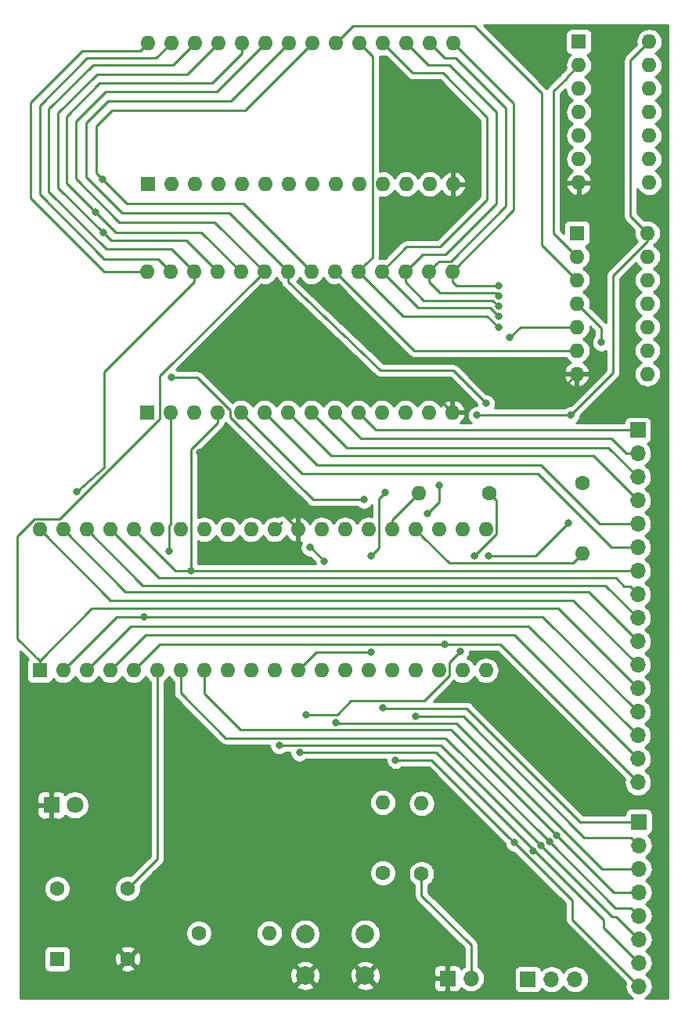
<source format=gbr>
G04 #@! TF.GenerationSoftware,KiCad,Pcbnew,5.1.4*
G04 #@! TF.CreationDate,2019-09-28T19:58:14+01:00*
G04 #@! TF.ProjectId,z802-4,7a383032-2d34-42e6-9b69-6361645f7063,rev?*
G04 #@! TF.SameCoordinates,Original*
G04 #@! TF.FileFunction,Copper,L1,Top*
G04 #@! TF.FilePolarity,Positive*
%FSLAX46Y46*%
G04 Gerber Fmt 4.6, Leading zero omitted, Abs format (unit mm)*
G04 Created by KiCad (PCBNEW 5.1.4) date 2019-09-28 19:58:14*
%MOMM*%
%LPD*%
G04 APERTURE LIST*
%ADD10R,1.800000X1.800000*%
%ADD11C,1.800000*%
%ADD12R,1.700000X1.700000*%
%ADD13O,1.700000X1.700000*%
%ADD14C,1.600000*%
%ADD15O,1.600000X1.600000*%
%ADD16C,2.000000*%
%ADD17R,1.600000X1.600000*%
%ADD18C,0.800000*%
%ADD19C,0.250000*%
%ADD20C,0.254000*%
G04 APERTURE END LIST*
D10*
X75148000Y-145542000D03*
D11*
X77688000Y-145542000D03*
D12*
X126688000Y-164380000D03*
D13*
X129228000Y-164380000D03*
X131768000Y-164380000D03*
D12*
X138688000Y-147340000D03*
D13*
X138688000Y-149880000D03*
X138688000Y-152420000D03*
X138688000Y-154960000D03*
X138688000Y-157500000D03*
X138688000Y-160040000D03*
X138688000Y-162580000D03*
X138688000Y-165120000D03*
D12*
X138588000Y-104980000D03*
D13*
X138588000Y-107520000D03*
X138588000Y-110060000D03*
X138588000Y-112600000D03*
X138588000Y-115140000D03*
X138588000Y-117680000D03*
X138588000Y-120220000D03*
X138588000Y-122760000D03*
X138588000Y-125300000D03*
X138588000Y-127840000D03*
X138588000Y-130380000D03*
X138588000Y-132920000D03*
X138588000Y-135460000D03*
X138588000Y-138000000D03*
X138588000Y-140540000D03*
X138588000Y-143080000D03*
D12*
X117988000Y-164280000D03*
D13*
X120528000Y-164280000D03*
D14*
X122488000Y-111780000D03*
D15*
X114868000Y-111780000D03*
X110988000Y-145260000D03*
D14*
X110988000Y-152880000D03*
X115188000Y-152980000D03*
D15*
X115188000Y-145360000D03*
X132588000Y-118364000D03*
D14*
X132588000Y-110744000D03*
X91088000Y-159380000D03*
D15*
X98708000Y-159380000D03*
D16*
X102588000Y-163980000D03*
X102588000Y-159480000D03*
X109088000Y-163980000D03*
X109088000Y-159480000D03*
D17*
X85488000Y-103080000D03*
D15*
X118508000Y-87840000D03*
X88028000Y-103080000D03*
X115968000Y-87840000D03*
X90568000Y-103080000D03*
X113428000Y-87840000D03*
X93108000Y-103080000D03*
X110888000Y-87840000D03*
X95648000Y-103080000D03*
X108348000Y-87840000D03*
X98188000Y-103080000D03*
X105808000Y-87840000D03*
X100728000Y-103080000D03*
X103268000Y-87840000D03*
X103268000Y-103080000D03*
X100728000Y-87840000D03*
X105808000Y-103080000D03*
X98188000Y-87840000D03*
X108348000Y-103080000D03*
X95648000Y-87840000D03*
X110888000Y-103080000D03*
X93108000Y-87840000D03*
X113428000Y-103080000D03*
X90568000Y-87840000D03*
X115968000Y-103080000D03*
X88028000Y-87840000D03*
X118508000Y-103080000D03*
X85488000Y-87840000D03*
D17*
X73888000Y-130980000D03*
D15*
X122148000Y-115740000D03*
X76428000Y-130980000D03*
X119608000Y-115740000D03*
X78968000Y-130980000D03*
X117068000Y-115740000D03*
X81508000Y-130980000D03*
X114528000Y-115740000D03*
X84048000Y-130980000D03*
X111988000Y-115740000D03*
X86588000Y-130980000D03*
X109448000Y-115740000D03*
X89128000Y-130980000D03*
X106908000Y-115740000D03*
X91668000Y-130980000D03*
X104368000Y-115740000D03*
X94208000Y-130980000D03*
X101828000Y-115740000D03*
X96748000Y-130980000D03*
X99288000Y-115740000D03*
X99288000Y-130980000D03*
X96748000Y-115740000D03*
X101828000Y-130980000D03*
X94208000Y-115740000D03*
X104368000Y-130980000D03*
X91668000Y-115740000D03*
X106908000Y-130980000D03*
X89128000Y-115740000D03*
X109448000Y-130980000D03*
X86588000Y-115740000D03*
X111988000Y-130980000D03*
X84048000Y-115740000D03*
X114528000Y-130980000D03*
X81508000Y-115740000D03*
X117068000Y-130980000D03*
X78968000Y-115740000D03*
X119608000Y-130980000D03*
X76428000Y-115740000D03*
X122148000Y-130980000D03*
X73888000Y-115740000D03*
D17*
X131988000Y-83680000D03*
D15*
X139608000Y-98920000D03*
X131988000Y-86220000D03*
X139608000Y-96380000D03*
X131988000Y-88760000D03*
X139608000Y-93840000D03*
X131988000Y-91300000D03*
X139608000Y-91300000D03*
X131988000Y-93840000D03*
X139608000Y-88760000D03*
X131988000Y-96380000D03*
X139608000Y-86220000D03*
X131988000Y-98920000D03*
X139608000Y-83680000D03*
X139808000Y-62980000D03*
X132188000Y-78220000D03*
X139808000Y-65520000D03*
X132188000Y-75680000D03*
X139808000Y-68060000D03*
X132188000Y-73140000D03*
X139808000Y-70600000D03*
X132188000Y-70600000D03*
X139808000Y-73140000D03*
X132188000Y-68060000D03*
X139808000Y-75680000D03*
X132188000Y-65520000D03*
X139808000Y-78220000D03*
D17*
X132188000Y-62980000D03*
D15*
X85588000Y-63140000D03*
X118608000Y-78380000D03*
X88128000Y-63140000D03*
X116068000Y-78380000D03*
X90668000Y-63140000D03*
X113528000Y-78380000D03*
X93208000Y-63140000D03*
X110988000Y-78380000D03*
X95748000Y-63140000D03*
X108448000Y-78380000D03*
X98288000Y-63140000D03*
X105908000Y-78380000D03*
X100828000Y-63140000D03*
X103368000Y-78380000D03*
X103368000Y-63140000D03*
X100828000Y-78380000D03*
X105908000Y-63140000D03*
X98288000Y-78380000D03*
X108448000Y-63140000D03*
X95748000Y-78380000D03*
X110988000Y-63140000D03*
X93208000Y-78380000D03*
X113528000Y-63140000D03*
X90668000Y-78380000D03*
X116068000Y-63140000D03*
X88128000Y-78380000D03*
X118608000Y-63140000D03*
D17*
X85588000Y-78380000D03*
X75788000Y-162180000D03*
D14*
X75788000Y-154560000D03*
X83408000Y-154560000D03*
X83408000Y-162180000D03*
D18*
X124968000Y-100330000D03*
X91186000Y-107442000D03*
X90932000Y-98298000D03*
X88138000Y-99314000D03*
X108966000Y-112522000D03*
X122174000Y-102108000D03*
X110988000Y-134980000D03*
X103088000Y-117680000D03*
X104688000Y-119180000D03*
X114588000Y-135955000D03*
X105888000Y-136655000D03*
X111252000Y-111760000D03*
X109728000Y-118618000D03*
X109728000Y-129032000D03*
X123488000Y-89380000D03*
X129788000Y-148780000D03*
X123488000Y-90480000D03*
X129038000Y-149530000D03*
X99788000Y-139080000D03*
X123488000Y-91580000D03*
X128088000Y-149880000D03*
X101988000Y-139880000D03*
X123488000Y-92680000D03*
X127281593Y-150471365D03*
X112388000Y-140680000D03*
X123488000Y-93880000D03*
X125218000Y-149610000D03*
X90228000Y-120220000D03*
X80738000Y-83630000D03*
X79938000Y-81430000D03*
X80688000Y-77880000D03*
X85188000Y-125180000D03*
X87888000Y-118080000D03*
X77888000Y-111680000D03*
X124714000Y-94996000D03*
X115824000Y-114046000D03*
X117692000Y-128180000D03*
X117094000Y-110998000D03*
X121158000Y-103378000D03*
X119380000Y-128905000D03*
X102713001Y-135733001D03*
X120904000Y-118618000D03*
X131318000Y-103378000D03*
X122428000Y-118618000D03*
X131064000Y-115062000D03*
X134620000Y-95504000D03*
D19*
X130578000Y-100330000D02*
X131988000Y-98920000D01*
X124968000Y-100330000D02*
X130578000Y-100330000D01*
X91186000Y-107442000D02*
X97028000Y-113284000D01*
X99372000Y-113284000D02*
X101828000Y-115740000D01*
X97028000Y-113284000D02*
X99372000Y-113284000D01*
X92202000Y-98298000D02*
X94488000Y-100584000D01*
X90932000Y-98298000D02*
X92202000Y-98298000D01*
X116012000Y-100584000D02*
X118508000Y-103080000D01*
X94488000Y-100584000D02*
X116012000Y-100584000D01*
X86488000Y-64780000D02*
X78988000Y-64780000D01*
X80888000Y-86480000D02*
X86668000Y-86480000D01*
X73888000Y-69880000D02*
X73888000Y-79480000D01*
X86668000Y-86480000D02*
X88028000Y-87840000D01*
X88128000Y-63140000D02*
X86488000Y-64780000D01*
X78988000Y-64780000D02*
X73888000Y-69880000D01*
X73888000Y-79480000D02*
X80888000Y-86480000D01*
X90966999Y-99314000D02*
X88138000Y-99314000D01*
X94522999Y-102870000D02*
X90966999Y-99314000D01*
X103424998Y-112522000D02*
X94522999Y-103620001D01*
X108966000Y-112522000D02*
X103424998Y-112522000D01*
X94522999Y-103620001D02*
X94522999Y-102870000D01*
X100828000Y-63140000D02*
X94588000Y-69380000D01*
X94588000Y-69380000D02*
X81288000Y-69380000D01*
X81288000Y-69380000D02*
X78888000Y-71780000D01*
X78888000Y-71780000D02*
X78888000Y-77580000D01*
X78888000Y-77580000D02*
X82788000Y-81480000D01*
X94368000Y-81480000D02*
X100728000Y-87840000D01*
X82788000Y-81480000D02*
X94368000Y-81480000D01*
X100728000Y-88971370D02*
X100728000Y-87840000D01*
X110744000Y-98552000D02*
X100728000Y-88971370D01*
X122174000Y-102108000D02*
X118618000Y-98552000D01*
X118618000Y-98552000D02*
X110744000Y-98552000D01*
X120088000Y-135080000D02*
X132348000Y-147340000D01*
X132348000Y-147340000D02*
X138688000Y-147340000D01*
X111588000Y-135080000D02*
X120088000Y-135080000D01*
X110988000Y-134980000D02*
X111588000Y-135080000D01*
X103088000Y-117680000D02*
X103188000Y-117680000D01*
X103188000Y-117680000D02*
X104688000Y-119180000D01*
X117588000Y-135980000D02*
X115188000Y-135980000D01*
X119688000Y-135980000D02*
X117588000Y-135980000D01*
X132738001Y-149030001D02*
X119688000Y-135980000D01*
X138688000Y-149880000D02*
X137838001Y-149030001D01*
X137838001Y-149030001D02*
X132738001Y-149030001D01*
X115188000Y-135980000D02*
X114613000Y-135980000D01*
X114613000Y-135980000D02*
X114588000Y-135955000D01*
X138688000Y-152420000D02*
X134728000Y-152420000D01*
X134728000Y-152420000D02*
X118988000Y-136680000D01*
X118988000Y-136680000D02*
X106788000Y-136680000D01*
X106788000Y-136680000D02*
X105913000Y-136680000D01*
X105913000Y-136680000D02*
X105888000Y-136655000D01*
X110573001Y-117772999D02*
X109728000Y-118618000D01*
X111252000Y-111760000D02*
X110573001Y-112438999D01*
X110573001Y-112438999D02*
X110573001Y-117772999D01*
X103776000Y-129032000D02*
X101828000Y-130980000D01*
X109728000Y-129032000D02*
X103776000Y-129032000D01*
X118608000Y-63140000D02*
X125148000Y-69680000D01*
X125148000Y-81200000D02*
X118508000Y-87840000D01*
X125148000Y-69680000D02*
X125148000Y-81200000D01*
X91668000Y-133460000D02*
X91668000Y-130980000D01*
X95588000Y-137380000D02*
X91668000Y-133460000D01*
X118388000Y-137380000D02*
X95588000Y-137380000D01*
X138688000Y-154960000D02*
X135968000Y-154960000D01*
X118508000Y-88971370D02*
X118916630Y-89380000D01*
X118508000Y-87840000D02*
X118508000Y-88971370D01*
X118916630Y-89380000D02*
X121788000Y-89380000D01*
X121788000Y-89380000D02*
X123488000Y-89380000D01*
X135968000Y-154960000D02*
X129788000Y-148780000D01*
X129788000Y-148780000D02*
X118388000Y-137380000D01*
X116068000Y-63140000D02*
X117708000Y-64780000D01*
X117708000Y-64780000D02*
X118888000Y-64780000D01*
X118888000Y-64780000D02*
X124288000Y-70180000D01*
X124288000Y-70180000D02*
X124288000Y-80780000D01*
X117093001Y-86714999D02*
X116767999Y-87040001D01*
X116767999Y-87040001D02*
X115968000Y-87840000D01*
X118353001Y-86714999D02*
X117093001Y-86714999D01*
X124288000Y-80780000D02*
X118353001Y-86714999D01*
X117788000Y-138280000D02*
X93988000Y-138280000D01*
X138688000Y-157500000D02*
X137838001Y-156650001D01*
X137838001Y-156650001D02*
X136158001Y-156650001D01*
X89128000Y-133420000D02*
X89128000Y-130980000D01*
X93988000Y-138280000D02*
X89128000Y-133420000D01*
X115968000Y-88971370D02*
X117176630Y-90180000D01*
X115968000Y-87840000D02*
X115968000Y-88971370D01*
X117176630Y-90180000D02*
X121788000Y-90180000D01*
X121788000Y-90180000D02*
X123188000Y-90180000D01*
X123188000Y-90180000D02*
X123488000Y-90480000D01*
X136158001Y-156650001D02*
X129038000Y-149530000D01*
X129038000Y-149530000D02*
X117788000Y-138280000D01*
X113528000Y-63140000D02*
X115868000Y-65480000D01*
X115868000Y-65480000D02*
X118188000Y-65480000D01*
X118188000Y-65480000D02*
X123288000Y-70580000D01*
X123288000Y-70580000D02*
X123288000Y-80480000D01*
X123288000Y-80480000D02*
X117788000Y-85980000D01*
X115288000Y-85980000D02*
X113588000Y-87680000D01*
X117788000Y-85980000D02*
X115288000Y-85980000D01*
X113588000Y-87680000D02*
X113428000Y-87840000D01*
X136228000Y-157580000D02*
X138688000Y-160040000D01*
X135788000Y-157580000D02*
X136228000Y-157580000D01*
X99788000Y-139080000D02*
X117288000Y-139080000D01*
X113428000Y-88971370D02*
X115436630Y-90980000D01*
X113428000Y-87840000D02*
X113428000Y-88971370D01*
X115436630Y-90980000D02*
X121988000Y-90980000D01*
X121988000Y-90980000D02*
X122888000Y-90980000D01*
X122888000Y-90980000D02*
X123488000Y-91580000D01*
X117288000Y-139080000D02*
X128088000Y-149880000D01*
X128088000Y-149880000D02*
X135788000Y-157580000D01*
X110988000Y-63140000D02*
X114228000Y-66380000D01*
X114228000Y-66380000D02*
X117488000Y-66380000D01*
X122288000Y-71180000D02*
X122288000Y-80080000D01*
X117488000Y-66380000D02*
X122288000Y-71180000D01*
X122288000Y-80080000D02*
X117188000Y-85180000D01*
X113548000Y-85180000D02*
X110888000Y-87840000D01*
X117188000Y-85180000D02*
X113548000Y-85180000D01*
X116788000Y-139880000D02*
X102688000Y-139880000D01*
X134888000Y-157980000D02*
X116788000Y-139880000D01*
X138688000Y-162580000D02*
X134888000Y-158780000D01*
X134888000Y-158780000D02*
X134888000Y-157980000D01*
X102688000Y-139880000D02*
X101988000Y-139880000D01*
X114828000Y-91780000D02*
X119288000Y-91780000D01*
X110888000Y-87840000D02*
X114828000Y-91780000D01*
X119288000Y-91780000D02*
X122088000Y-91780000D01*
X122088000Y-91780000D02*
X122588000Y-91780000D01*
X122588000Y-91780000D02*
X123488000Y-92680000D01*
X109147999Y-87040001D02*
X108348000Y-87840000D01*
X109862999Y-64554999D02*
X109862999Y-86325001D01*
X109862999Y-86325001D02*
X109147999Y-87040001D01*
X108448000Y-63140000D02*
X109862999Y-64554999D01*
X138688000Y-165120000D02*
X131488000Y-157920000D01*
X131488000Y-157920000D02*
X131488000Y-155880000D01*
X116288000Y-140680000D02*
X112788000Y-140680000D01*
X112788000Y-140680000D02*
X112388000Y-140680000D01*
X113188000Y-92680000D02*
X122188000Y-92680000D01*
X108348000Y-87840000D02*
X113188000Y-92680000D01*
X122188000Y-92680000D02*
X122288000Y-92680000D01*
X122288000Y-92680000D02*
X123488000Y-93880000D01*
X124588000Y-148980000D02*
X116288000Y-140680000D01*
X125218000Y-149610000D02*
X124588000Y-148980000D01*
X131488000Y-155880000D02*
X125218000Y-149610000D01*
X100087999Y-114940001D02*
X99288000Y-115740000D01*
X110248000Y-104980000D02*
X108348000Y-103080000D01*
X138588000Y-104980000D02*
X110248000Y-104980000D01*
X108608000Y-105880000D02*
X105808000Y-103080000D01*
X135688000Y-105880000D02*
X108608000Y-105880000D01*
X138588000Y-107520000D02*
X137328000Y-107520000D01*
X137328000Y-107520000D02*
X135688000Y-105880000D01*
X138588000Y-110060000D02*
X135408000Y-106880000D01*
X107068000Y-106880000D02*
X103268000Y-103080000D01*
X135408000Y-106880000D02*
X107068000Y-106880000D01*
X138588000Y-112600000D02*
X133768000Y-107780000D01*
X105428000Y-107780000D02*
X100728000Y-103080000D01*
X133768000Y-107780000D02*
X105428000Y-107780000D01*
X103888000Y-108780000D02*
X98188000Y-103080000D01*
X138588000Y-115140000D02*
X134444000Y-115140000D01*
X128084000Y-108780000D02*
X127576000Y-108780000D01*
X127830000Y-108780000D02*
X127576000Y-108780000D01*
X134444000Y-115140000D02*
X128084000Y-108780000D01*
X127576000Y-108780000D02*
X103888000Y-108780000D01*
X102248000Y-109680000D02*
X95648000Y-103080000D01*
X127762000Y-109680000D02*
X102248000Y-109680000D01*
X135762000Y-117680000D02*
X138588000Y-117680000D01*
X127762000Y-109680000D02*
X135762000Y-117680000D01*
X84048000Y-115740000D02*
X88528000Y-120220000D01*
X90253001Y-120194999D02*
X90228000Y-120220000D01*
X90253001Y-107066369D02*
X90253001Y-120194999D01*
X93108000Y-103080000D02*
X93108000Y-104211370D01*
X90228000Y-120220000D02*
X138588000Y-120220000D01*
X93108000Y-104211370D02*
X90253001Y-107066369D01*
X88528000Y-120220000D02*
X90228000Y-120220000D01*
X86748000Y-120980000D02*
X81508000Y-115740000D01*
X136188000Y-120980000D02*
X86748000Y-120980000D01*
X137118001Y-121910001D02*
X136188000Y-120980000D01*
X138588000Y-122760000D02*
X137738001Y-121910001D01*
X137738001Y-121910001D02*
X137118001Y-121910001D01*
X80088000Y-66480000D02*
X75888000Y-70680000D01*
X75888000Y-70680000D02*
X75888000Y-78780000D01*
X93208000Y-63140000D02*
X89868000Y-66480000D01*
X89868000Y-66480000D02*
X80088000Y-66480000D01*
X81588000Y-84480000D02*
X89748000Y-84480000D01*
X89748000Y-84480000D02*
X93108000Y-87840000D01*
X138588000Y-125300000D02*
X135068000Y-121780000D01*
X85008000Y-121780000D02*
X78968000Y-115740000D01*
X135068000Y-121780000D02*
X85008000Y-121780000D01*
X75888000Y-78780000D02*
X80738000Y-83630000D01*
X80738000Y-83630000D02*
X81588000Y-84480000D01*
X95748000Y-64271370D02*
X92539370Y-67480000D01*
X95748000Y-63140000D02*
X95748000Y-64271370D01*
X92539370Y-67480000D02*
X80388000Y-67480000D01*
X80388000Y-67480000D02*
X76788000Y-71080000D01*
X76788000Y-71080000D02*
X76788000Y-78280000D01*
X91388000Y-83580000D02*
X95648000Y-87840000D01*
X82088000Y-83580000D02*
X91388000Y-83580000D01*
X76428000Y-115740000D02*
X83168000Y-122480000D01*
X133228000Y-122480000D02*
X138588000Y-127840000D01*
X83168000Y-122480000D02*
X133228000Y-122480000D01*
X76788000Y-78280000D02*
X79938000Y-81430000D01*
X79938000Y-81430000D02*
X82088000Y-83580000D01*
X103368000Y-63140000D02*
X96128000Y-70380000D01*
X96128000Y-70380000D02*
X81688000Y-70380000D01*
X81688000Y-70380000D02*
X79988000Y-72080000D01*
X79988000Y-72080000D02*
X79988000Y-77180000D01*
X95908000Y-80480000D02*
X103268000Y-87840000D01*
X83288000Y-80480000D02*
X95908000Y-80480000D01*
X81528000Y-123380000D02*
X73888000Y-115740000D01*
X138588000Y-130380000D02*
X131588000Y-123380000D01*
X131588000Y-123380000D02*
X81528000Y-123380000D01*
X79988000Y-77180000D02*
X80688000Y-77880000D01*
X80688000Y-77880000D02*
X83288000Y-80480000D01*
X98288000Y-63140000D02*
X93048000Y-68380000D01*
X93048000Y-68380000D02*
X80988000Y-68380000D01*
X80988000Y-68380000D02*
X77788000Y-71580000D01*
X77788000Y-71580000D02*
X77788000Y-77780000D01*
X77788000Y-77780000D02*
X82488000Y-82480000D01*
X92828000Y-82480000D02*
X98188000Y-87840000D01*
X82488000Y-82480000D02*
X92828000Y-82480000D01*
X138588000Y-132920000D02*
X129948000Y-124280000D01*
X79538000Y-124280000D02*
X73888000Y-129930000D01*
X129948000Y-124280000D02*
X79538000Y-124280000D01*
X73347999Y-114614999D02*
X71488000Y-116474998D01*
X76026003Y-114614999D02*
X73347999Y-114614999D01*
X86902999Y-103738003D02*
X76026003Y-114614999D01*
X98188000Y-87840000D02*
X86902999Y-99125001D01*
X86902999Y-99125001D02*
X86902999Y-103738003D01*
X71488000Y-127530000D02*
X71488000Y-126080000D01*
X71488000Y-116474998D02*
X71488000Y-126080000D01*
X73888000Y-129930000D02*
X71488000Y-127530000D01*
X73888000Y-130980000D02*
X73888000Y-129930000D01*
X82228000Y-125180000D02*
X76428000Y-130980000D01*
X138588000Y-135460000D02*
X128308000Y-125180000D01*
X128308000Y-125180000D02*
X85188000Y-125180000D01*
X85188000Y-125180000D02*
X82228000Y-125180000D01*
X87888000Y-118080000D02*
X87888000Y-115314998D01*
X88028000Y-115174998D02*
X88028000Y-103080000D01*
X87888000Y-115314998D02*
X88028000Y-115174998D01*
X90668000Y-63140000D02*
X88328000Y-65480000D01*
X88328000Y-65480000D02*
X79688000Y-65480000D01*
X79688000Y-65480000D02*
X74888000Y-70280000D01*
X74888000Y-70280000D02*
X74888000Y-79180000D01*
X74888000Y-79180000D02*
X81088000Y-85380000D01*
X88108000Y-85380000D02*
X90568000Y-87840000D01*
X81088000Y-85380000D02*
X88108000Y-85380000D01*
X138588000Y-138000000D02*
X126768000Y-126180000D01*
X83768000Y-126180000D02*
X78968000Y-130980000D01*
X126768000Y-126180000D02*
X83768000Y-126180000D01*
X80888000Y-108980000D02*
X80888000Y-98651370D01*
X80888000Y-98651370D02*
X90568000Y-88971370D01*
X90568000Y-88971370D02*
X90568000Y-87840000D01*
X77888000Y-111680000D02*
X80888000Y-108980000D01*
X85308000Y-127180000D02*
X81508000Y-130980000D01*
X138588000Y-140540000D02*
X125228000Y-127180000D01*
X125228000Y-127180000D02*
X85308000Y-127180000D01*
X138588000Y-143080000D02*
X123688000Y-128180000D01*
X86848000Y-128180000D02*
X84048000Y-130980000D01*
X131988000Y-93840000D02*
X125870000Y-93840000D01*
X125870000Y-93840000D02*
X124714000Y-94996000D01*
X123688000Y-128180000D02*
X117692000Y-128180000D01*
X117692000Y-128180000D02*
X86848000Y-128180000D01*
X117094000Y-112776000D02*
X115824000Y-114046000D01*
X117094000Y-112776000D02*
X117094000Y-110998000D01*
X84788001Y-63939999D02*
X78528001Y-63939999D01*
X85588000Y-63140000D02*
X84788001Y-63939999D01*
X78528001Y-63939999D02*
X72888000Y-69580000D01*
X72888000Y-69580000D02*
X72888000Y-79880000D01*
X80848000Y-87840000D02*
X85488000Y-87840000D01*
X72888000Y-79880000D02*
X80848000Y-87840000D01*
X139808000Y-62980000D02*
X137788000Y-65000000D01*
X137788000Y-81860000D02*
X139608000Y-83680000D01*
X137788000Y-65000000D02*
X137788000Y-81860000D01*
X115188000Y-152980000D02*
X115188000Y-155320000D01*
X120528000Y-160660000D02*
X120528000Y-164280000D01*
X115188000Y-155320000D02*
X120528000Y-160660000D01*
X139608000Y-84554998D02*
X135890000Y-88272998D01*
X139608000Y-83680000D02*
X139608000Y-84554998D01*
X135890000Y-88272998D02*
X135890000Y-98806000D01*
X135890000Y-98806000D02*
X131826000Y-102870000D01*
X131826000Y-102870000D02*
X131318000Y-103378000D01*
X131318000Y-103378000D02*
X121158000Y-103378000D01*
X115458003Y-134254999D02*
X107553001Y-134254999D01*
X118193001Y-131520001D02*
X115458003Y-134254999D01*
X119380000Y-128905000D02*
X118193001Y-130091999D01*
X118193001Y-130091999D02*
X118193001Y-131520001D01*
X106074999Y-135733001D02*
X102713001Y-135733001D01*
X107553001Y-134254999D02*
X106074999Y-135733001D01*
X120904000Y-118618000D02*
X123287999Y-116234001D01*
X123287999Y-112579999D02*
X122488000Y-111780000D01*
X123287999Y-116234001D02*
X123287999Y-112579999D01*
X111988000Y-114660000D02*
X111988000Y-115740000D01*
X114868000Y-111780000D02*
X111988000Y-114660000D01*
X115327999Y-116539999D02*
X114528000Y-115740000D01*
X118168000Y-119380000D02*
X115327999Y-116539999D01*
X131572000Y-119380000D02*
X118168000Y-119380000D01*
X132588000Y-118364000D02*
X131572000Y-119380000D01*
X114348000Y-96380000D02*
X131988000Y-96380000D01*
X105808000Y-87840000D02*
X114348000Y-96380000D01*
X86588000Y-130980000D02*
X86588000Y-151380000D01*
X86588000Y-151380000D02*
X83408000Y-154560000D01*
X122428000Y-118618000D02*
X127508000Y-118618000D01*
X127508000Y-118618000D02*
X131064000Y-115062000D01*
X134620000Y-93932000D02*
X131988000Y-91300000D01*
X134620000Y-95504000D02*
X134620000Y-93932000D01*
X130862999Y-66845001D02*
X130862999Y-66905001D01*
X132188000Y-65520000D02*
X130862999Y-66845001D01*
X130862999Y-66905001D02*
X129488000Y-68280000D01*
X129488000Y-83720000D02*
X131988000Y-86220000D01*
X129488000Y-68280000D02*
X129488000Y-83720000D01*
X131988000Y-88760000D02*
X128188000Y-84960000D01*
X128188000Y-84960000D02*
X128188000Y-68580000D01*
X128188000Y-68580000D02*
X120888000Y-61280000D01*
X107768000Y-61280000D02*
X105908000Y-63140000D01*
X120888000Y-61280000D02*
X107768000Y-61280000D01*
D20*
G36*
X72625636Y-129742437D02*
G01*
X72557463Y-129825506D01*
X72498498Y-129935820D01*
X72462188Y-130055518D01*
X72449928Y-130180000D01*
X72449928Y-131780000D01*
X72462188Y-131904482D01*
X72498498Y-132024180D01*
X72557463Y-132134494D01*
X72636815Y-132231185D01*
X72733506Y-132310537D01*
X72843820Y-132369502D01*
X72963518Y-132405812D01*
X73088000Y-132418072D01*
X74688000Y-132418072D01*
X74812482Y-132405812D01*
X74932180Y-132369502D01*
X75042494Y-132310537D01*
X75139185Y-132231185D01*
X75218537Y-132134494D01*
X75277502Y-132024180D01*
X75313812Y-131904482D01*
X75315581Y-131886518D01*
X75408392Y-131999608D01*
X75626899Y-132178932D01*
X75876192Y-132312182D01*
X76146691Y-132394236D01*
X76357508Y-132415000D01*
X76498492Y-132415000D01*
X76709309Y-132394236D01*
X76979808Y-132312182D01*
X77229101Y-132178932D01*
X77447608Y-131999608D01*
X77626932Y-131781101D01*
X77698000Y-131648142D01*
X77769068Y-131781101D01*
X77948392Y-131999608D01*
X78166899Y-132178932D01*
X78416192Y-132312182D01*
X78686691Y-132394236D01*
X78897508Y-132415000D01*
X79038492Y-132415000D01*
X79249309Y-132394236D01*
X79519808Y-132312182D01*
X79769101Y-132178932D01*
X79987608Y-131999608D01*
X80166932Y-131781101D01*
X80238000Y-131648142D01*
X80309068Y-131781101D01*
X80488392Y-131999608D01*
X80706899Y-132178932D01*
X80956192Y-132312182D01*
X81226691Y-132394236D01*
X81437508Y-132415000D01*
X81578492Y-132415000D01*
X81789309Y-132394236D01*
X82059808Y-132312182D01*
X82309101Y-132178932D01*
X82527608Y-131999608D01*
X82706932Y-131781101D01*
X82778000Y-131648142D01*
X82849068Y-131781101D01*
X83028392Y-131999608D01*
X83246899Y-132178932D01*
X83496192Y-132312182D01*
X83766691Y-132394236D01*
X83977508Y-132415000D01*
X84118492Y-132415000D01*
X84329309Y-132394236D01*
X84599808Y-132312182D01*
X84849101Y-132178932D01*
X85067608Y-131999608D01*
X85246932Y-131781101D01*
X85318000Y-131648142D01*
X85389068Y-131781101D01*
X85568392Y-131999608D01*
X85786899Y-132178932D01*
X85828000Y-132200901D01*
X85828001Y-151065197D01*
X83731886Y-153161312D01*
X83549335Y-153125000D01*
X83266665Y-153125000D01*
X82989426Y-153180147D01*
X82728273Y-153288320D01*
X82493241Y-153445363D01*
X82293363Y-153645241D01*
X82136320Y-153880273D01*
X82028147Y-154141426D01*
X81973000Y-154418665D01*
X81973000Y-154701335D01*
X82028147Y-154978574D01*
X82136320Y-155239727D01*
X82293363Y-155474759D01*
X82493241Y-155674637D01*
X82728273Y-155831680D01*
X82989426Y-155939853D01*
X83266665Y-155995000D01*
X83549335Y-155995000D01*
X83826574Y-155939853D01*
X84087727Y-155831680D01*
X84322759Y-155674637D01*
X84522637Y-155474759D01*
X84679680Y-155239727D01*
X84787853Y-154978574D01*
X84843000Y-154701335D01*
X84843000Y-154418665D01*
X84806688Y-154236114D01*
X86304137Y-152738665D01*
X109553000Y-152738665D01*
X109553000Y-153021335D01*
X109608147Y-153298574D01*
X109716320Y-153559727D01*
X109873363Y-153794759D01*
X110073241Y-153994637D01*
X110308273Y-154151680D01*
X110569426Y-154259853D01*
X110846665Y-154315000D01*
X111129335Y-154315000D01*
X111406574Y-154259853D01*
X111667727Y-154151680D01*
X111902759Y-153994637D01*
X112102637Y-153794759D01*
X112259680Y-153559727D01*
X112367853Y-153298574D01*
X112423000Y-153021335D01*
X112423000Y-152838665D01*
X113753000Y-152838665D01*
X113753000Y-153121335D01*
X113808147Y-153398574D01*
X113916320Y-153659727D01*
X114073363Y-153894759D01*
X114273241Y-154094637D01*
X114428001Y-154198044D01*
X114428001Y-155282668D01*
X114424324Y-155320000D01*
X114438998Y-155468985D01*
X114482454Y-155612246D01*
X114553026Y-155744276D01*
X114624201Y-155831002D01*
X114648000Y-155860001D01*
X114676998Y-155883799D01*
X119768000Y-160974803D01*
X119768001Y-163002405D01*
X119698986Y-163039294D01*
X119472866Y-163224866D01*
X119448393Y-163254687D01*
X119427502Y-163185820D01*
X119368537Y-163075506D01*
X119289185Y-162978815D01*
X119192494Y-162899463D01*
X119082180Y-162840498D01*
X118962482Y-162804188D01*
X118838000Y-162791928D01*
X118273750Y-162795000D01*
X118115000Y-162953750D01*
X118115000Y-164153000D01*
X118135000Y-164153000D01*
X118135000Y-164407000D01*
X118115000Y-164407000D01*
X118115000Y-165606250D01*
X118273750Y-165765000D01*
X118838000Y-165768072D01*
X118962482Y-165755812D01*
X119082180Y-165719502D01*
X119192494Y-165660537D01*
X119289185Y-165581185D01*
X119368537Y-165484494D01*
X119427502Y-165374180D01*
X119448393Y-165305313D01*
X119472866Y-165335134D01*
X119698986Y-165520706D01*
X119956966Y-165658599D01*
X120236889Y-165743513D01*
X120455050Y-165765000D01*
X120600950Y-165765000D01*
X120819111Y-165743513D01*
X121099034Y-165658599D01*
X121357014Y-165520706D01*
X121583134Y-165335134D01*
X121768706Y-165109014D01*
X121906599Y-164851034D01*
X121991513Y-164571111D01*
X122020185Y-164280000D01*
X121991513Y-163988889D01*
X121906599Y-163708966D01*
X121810940Y-163530000D01*
X125199928Y-163530000D01*
X125199928Y-165230000D01*
X125212188Y-165354482D01*
X125248498Y-165474180D01*
X125307463Y-165584494D01*
X125386815Y-165681185D01*
X125483506Y-165760537D01*
X125593820Y-165819502D01*
X125713518Y-165855812D01*
X125838000Y-165868072D01*
X127538000Y-165868072D01*
X127662482Y-165855812D01*
X127782180Y-165819502D01*
X127892494Y-165760537D01*
X127989185Y-165681185D01*
X128068537Y-165584494D01*
X128127502Y-165474180D01*
X128148393Y-165405313D01*
X128172866Y-165435134D01*
X128398986Y-165620706D01*
X128656966Y-165758599D01*
X128936889Y-165843513D01*
X129155050Y-165865000D01*
X129300950Y-165865000D01*
X129519111Y-165843513D01*
X129799034Y-165758599D01*
X130057014Y-165620706D01*
X130283134Y-165435134D01*
X130468706Y-165209014D01*
X130498000Y-165154209D01*
X130527294Y-165209014D01*
X130712866Y-165435134D01*
X130938986Y-165620706D01*
X131196966Y-165758599D01*
X131476889Y-165843513D01*
X131695050Y-165865000D01*
X131840950Y-165865000D01*
X132059111Y-165843513D01*
X132339034Y-165758599D01*
X132597014Y-165620706D01*
X132823134Y-165435134D01*
X133008706Y-165209014D01*
X133146599Y-164951034D01*
X133231513Y-164671111D01*
X133260185Y-164380000D01*
X133231513Y-164088889D01*
X133146599Y-163808966D01*
X133008706Y-163550986D01*
X132823134Y-163324866D01*
X132597014Y-163139294D01*
X132339034Y-163001401D01*
X132059111Y-162916487D01*
X131840950Y-162895000D01*
X131695050Y-162895000D01*
X131476889Y-162916487D01*
X131196966Y-163001401D01*
X130938986Y-163139294D01*
X130712866Y-163324866D01*
X130527294Y-163550986D01*
X130498000Y-163605791D01*
X130468706Y-163550986D01*
X130283134Y-163324866D01*
X130057014Y-163139294D01*
X129799034Y-163001401D01*
X129519111Y-162916487D01*
X129300950Y-162895000D01*
X129155050Y-162895000D01*
X128936889Y-162916487D01*
X128656966Y-163001401D01*
X128398986Y-163139294D01*
X128172866Y-163324866D01*
X128148393Y-163354687D01*
X128127502Y-163285820D01*
X128068537Y-163175506D01*
X127989185Y-163078815D01*
X127892494Y-162999463D01*
X127782180Y-162940498D01*
X127662482Y-162904188D01*
X127538000Y-162891928D01*
X125838000Y-162891928D01*
X125713518Y-162904188D01*
X125593820Y-162940498D01*
X125483506Y-162999463D01*
X125386815Y-163078815D01*
X125307463Y-163175506D01*
X125248498Y-163285820D01*
X125212188Y-163405518D01*
X125199928Y-163530000D01*
X121810940Y-163530000D01*
X121768706Y-163450986D01*
X121583134Y-163224866D01*
X121357014Y-163039294D01*
X121288000Y-163002405D01*
X121288000Y-160697322D01*
X121291676Y-160659999D01*
X121288000Y-160622676D01*
X121288000Y-160622667D01*
X121277003Y-160511014D01*
X121233546Y-160367753D01*
X121162974Y-160235724D01*
X121149811Y-160219685D01*
X121091799Y-160148996D01*
X121091795Y-160148992D01*
X121068001Y-160119999D01*
X121039009Y-160096206D01*
X115948000Y-155005199D01*
X115948000Y-154198043D01*
X116102759Y-154094637D01*
X116302637Y-153894759D01*
X116459680Y-153659727D01*
X116567853Y-153398574D01*
X116623000Y-153121335D01*
X116623000Y-152838665D01*
X116567853Y-152561426D01*
X116459680Y-152300273D01*
X116302637Y-152065241D01*
X116102759Y-151865363D01*
X115867727Y-151708320D01*
X115606574Y-151600147D01*
X115329335Y-151545000D01*
X115046665Y-151545000D01*
X114769426Y-151600147D01*
X114508273Y-151708320D01*
X114273241Y-151865363D01*
X114073363Y-152065241D01*
X113916320Y-152300273D01*
X113808147Y-152561426D01*
X113753000Y-152838665D01*
X112423000Y-152838665D01*
X112423000Y-152738665D01*
X112367853Y-152461426D01*
X112259680Y-152200273D01*
X112102637Y-151965241D01*
X111902759Y-151765363D01*
X111667727Y-151608320D01*
X111406574Y-151500147D01*
X111129335Y-151445000D01*
X110846665Y-151445000D01*
X110569426Y-151500147D01*
X110308273Y-151608320D01*
X110073241Y-151765363D01*
X109873363Y-151965241D01*
X109716320Y-152200273D01*
X109608147Y-152461426D01*
X109553000Y-152738665D01*
X86304137Y-152738665D01*
X87099003Y-151943799D01*
X87128001Y-151920001D01*
X87186298Y-151848966D01*
X87222974Y-151804277D01*
X87293546Y-151672247D01*
X87297261Y-151660000D01*
X87337003Y-151528986D01*
X87348000Y-151417333D01*
X87348000Y-151417324D01*
X87351676Y-151380001D01*
X87348000Y-151342678D01*
X87348000Y-145260000D01*
X109546057Y-145260000D01*
X109573764Y-145541309D01*
X109655818Y-145811808D01*
X109789068Y-146061101D01*
X109968392Y-146279608D01*
X110186899Y-146458932D01*
X110436192Y-146592182D01*
X110706691Y-146674236D01*
X110917508Y-146695000D01*
X111058492Y-146695000D01*
X111269309Y-146674236D01*
X111539808Y-146592182D01*
X111789101Y-146458932D01*
X112007608Y-146279608D01*
X112186932Y-146061101D01*
X112320182Y-145811808D01*
X112402236Y-145541309D01*
X112420093Y-145360000D01*
X113746057Y-145360000D01*
X113773764Y-145641309D01*
X113855818Y-145911808D01*
X113989068Y-146161101D01*
X114168392Y-146379608D01*
X114386899Y-146558932D01*
X114636192Y-146692182D01*
X114906691Y-146774236D01*
X115117508Y-146795000D01*
X115258492Y-146795000D01*
X115469309Y-146774236D01*
X115739808Y-146692182D01*
X115989101Y-146558932D01*
X116207608Y-146379608D01*
X116386932Y-146161101D01*
X116520182Y-145911808D01*
X116602236Y-145641309D01*
X116629943Y-145360000D01*
X116602236Y-145078691D01*
X116520182Y-144808192D01*
X116386932Y-144558899D01*
X116207608Y-144340392D01*
X115989101Y-144161068D01*
X115739808Y-144027818D01*
X115469309Y-143945764D01*
X115258492Y-143925000D01*
X115117508Y-143925000D01*
X114906691Y-143945764D01*
X114636192Y-144027818D01*
X114386899Y-144161068D01*
X114168392Y-144340392D01*
X113989068Y-144558899D01*
X113855818Y-144808192D01*
X113773764Y-145078691D01*
X113746057Y-145360000D01*
X112420093Y-145360000D01*
X112429943Y-145260000D01*
X112402236Y-144978691D01*
X112320182Y-144708192D01*
X112186932Y-144458899D01*
X112007608Y-144240392D01*
X111789101Y-144061068D01*
X111539808Y-143927818D01*
X111269309Y-143845764D01*
X111058492Y-143825000D01*
X110917508Y-143825000D01*
X110706691Y-143845764D01*
X110436192Y-143927818D01*
X110186899Y-144061068D01*
X109968392Y-144240392D01*
X109789068Y-144458899D01*
X109655818Y-144708192D01*
X109573764Y-144978691D01*
X109546057Y-145260000D01*
X87348000Y-145260000D01*
X87348000Y-132200901D01*
X87389101Y-132178932D01*
X87607608Y-131999608D01*
X87786932Y-131781101D01*
X87858000Y-131648142D01*
X87929068Y-131781101D01*
X88108392Y-131999608D01*
X88326899Y-132178932D01*
X88368000Y-132200901D01*
X88368000Y-133382677D01*
X88364324Y-133420000D01*
X88368000Y-133457322D01*
X88368000Y-133457332D01*
X88378997Y-133568985D01*
X88413788Y-133683676D01*
X88422454Y-133712246D01*
X88493026Y-133844276D01*
X88525853Y-133884275D01*
X88587999Y-133960001D01*
X88617003Y-133983804D01*
X93424200Y-138791002D01*
X93447999Y-138820001D01*
X93476997Y-138843799D01*
X93563723Y-138914974D01*
X93653189Y-138962795D01*
X93695753Y-138985546D01*
X93839014Y-139029003D01*
X93950667Y-139040000D01*
X93950677Y-139040000D01*
X93988000Y-139043676D01*
X94025323Y-139040000D01*
X98753000Y-139040000D01*
X98753000Y-139181939D01*
X98792774Y-139381898D01*
X98870795Y-139570256D01*
X98984063Y-139739774D01*
X99128226Y-139883937D01*
X99297744Y-139997205D01*
X99486102Y-140075226D01*
X99686061Y-140115000D01*
X99889939Y-140115000D01*
X100089898Y-140075226D01*
X100278256Y-139997205D01*
X100447774Y-139883937D01*
X100491711Y-139840000D01*
X100953000Y-139840000D01*
X100953000Y-139981939D01*
X100992774Y-140181898D01*
X101070795Y-140370256D01*
X101184063Y-140539774D01*
X101328226Y-140683937D01*
X101497744Y-140797205D01*
X101686102Y-140875226D01*
X101886061Y-140915000D01*
X102089939Y-140915000D01*
X102289898Y-140875226D01*
X102478256Y-140797205D01*
X102647774Y-140683937D01*
X102691711Y-140640000D01*
X111353000Y-140640000D01*
X111353000Y-140781939D01*
X111392774Y-140981898D01*
X111470795Y-141170256D01*
X111584063Y-141339774D01*
X111728226Y-141483937D01*
X111897744Y-141597205D01*
X112086102Y-141675226D01*
X112286061Y-141715000D01*
X112489939Y-141715000D01*
X112689898Y-141675226D01*
X112878256Y-141597205D01*
X113047774Y-141483937D01*
X113091711Y-141440000D01*
X115973199Y-141440000D01*
X124076997Y-149543799D01*
X124077002Y-149543803D01*
X124183000Y-149649801D01*
X124183000Y-149711939D01*
X124222774Y-149911898D01*
X124300795Y-150100256D01*
X124414063Y-150269774D01*
X124558226Y-150413937D01*
X124727744Y-150527205D01*
X124916102Y-150605226D01*
X125116061Y-150645000D01*
X125178199Y-150645000D01*
X130728001Y-156194803D01*
X130728000Y-157882677D01*
X130724324Y-157920000D01*
X130728000Y-157957322D01*
X130728000Y-157957332D01*
X130738997Y-158068985D01*
X130780422Y-158205546D01*
X130782454Y-158212246D01*
X130853026Y-158344276D01*
X130892871Y-158392826D01*
X130947999Y-158460001D01*
X130977003Y-158483804D01*
X137247203Y-164754005D01*
X137224487Y-164828889D01*
X137195815Y-165120000D01*
X137224487Y-165411111D01*
X137309401Y-165691034D01*
X137447294Y-165949014D01*
X137632866Y-166175134D01*
X137858986Y-166360706D01*
X138031656Y-166453000D01*
X71780000Y-166453000D01*
X71780000Y-165115413D01*
X101632192Y-165115413D01*
X101727956Y-165379814D01*
X102017571Y-165520704D01*
X102329108Y-165602384D01*
X102650595Y-165621718D01*
X102969675Y-165577961D01*
X103274088Y-165472795D01*
X103448044Y-165379814D01*
X103543808Y-165115413D01*
X108132192Y-165115413D01*
X108227956Y-165379814D01*
X108517571Y-165520704D01*
X108829108Y-165602384D01*
X109150595Y-165621718D01*
X109469675Y-165577961D01*
X109774088Y-165472795D01*
X109948044Y-165379814D01*
X110038524Y-165130000D01*
X116499928Y-165130000D01*
X116512188Y-165254482D01*
X116548498Y-165374180D01*
X116607463Y-165484494D01*
X116686815Y-165581185D01*
X116783506Y-165660537D01*
X116893820Y-165719502D01*
X117013518Y-165755812D01*
X117138000Y-165768072D01*
X117702250Y-165765000D01*
X117861000Y-165606250D01*
X117861000Y-164407000D01*
X116661750Y-164407000D01*
X116503000Y-164565750D01*
X116499928Y-165130000D01*
X110038524Y-165130000D01*
X110043808Y-165115413D01*
X109088000Y-164159605D01*
X108132192Y-165115413D01*
X103543808Y-165115413D01*
X102588000Y-164159605D01*
X101632192Y-165115413D01*
X71780000Y-165115413D01*
X71780000Y-164042595D01*
X100946282Y-164042595D01*
X100990039Y-164361675D01*
X101095205Y-164666088D01*
X101188186Y-164840044D01*
X101452587Y-164935808D01*
X102408395Y-163980000D01*
X102767605Y-163980000D01*
X103723413Y-164935808D01*
X103987814Y-164840044D01*
X104128704Y-164550429D01*
X104210384Y-164238892D01*
X104222189Y-164042595D01*
X107446282Y-164042595D01*
X107490039Y-164361675D01*
X107595205Y-164666088D01*
X107688186Y-164840044D01*
X107952587Y-164935808D01*
X108908395Y-163980000D01*
X109267605Y-163980000D01*
X110223413Y-164935808D01*
X110487814Y-164840044D01*
X110628704Y-164550429D01*
X110710384Y-164238892D01*
X110729718Y-163917405D01*
X110685961Y-163598325D01*
X110627810Y-163430000D01*
X116499928Y-163430000D01*
X116503000Y-163994250D01*
X116661750Y-164153000D01*
X117861000Y-164153000D01*
X117861000Y-162953750D01*
X117702250Y-162795000D01*
X117138000Y-162791928D01*
X117013518Y-162804188D01*
X116893820Y-162840498D01*
X116783506Y-162899463D01*
X116686815Y-162978815D01*
X116607463Y-163075506D01*
X116548498Y-163185820D01*
X116512188Y-163305518D01*
X116499928Y-163430000D01*
X110627810Y-163430000D01*
X110580795Y-163293912D01*
X110487814Y-163119956D01*
X110223413Y-163024192D01*
X109267605Y-163980000D01*
X108908395Y-163980000D01*
X107952587Y-163024192D01*
X107688186Y-163119956D01*
X107547296Y-163409571D01*
X107465616Y-163721108D01*
X107446282Y-164042595D01*
X104222189Y-164042595D01*
X104229718Y-163917405D01*
X104185961Y-163598325D01*
X104080795Y-163293912D01*
X103987814Y-163119956D01*
X103723413Y-163024192D01*
X102767605Y-163980000D01*
X102408395Y-163980000D01*
X101452587Y-163024192D01*
X101188186Y-163119956D01*
X101047296Y-163409571D01*
X100965616Y-163721108D01*
X100946282Y-164042595D01*
X71780000Y-164042595D01*
X71780000Y-161380000D01*
X74349928Y-161380000D01*
X74349928Y-162980000D01*
X74362188Y-163104482D01*
X74398498Y-163224180D01*
X74457463Y-163334494D01*
X74536815Y-163431185D01*
X74633506Y-163510537D01*
X74743820Y-163569502D01*
X74863518Y-163605812D01*
X74988000Y-163618072D01*
X76588000Y-163618072D01*
X76712482Y-163605812D01*
X76832180Y-163569502D01*
X76942494Y-163510537D01*
X77039185Y-163431185D01*
X77118537Y-163334494D01*
X77177502Y-163224180D01*
X77193117Y-163172702D01*
X82594903Y-163172702D01*
X82666486Y-163416671D01*
X82921996Y-163537571D01*
X83196184Y-163606300D01*
X83478512Y-163620217D01*
X83758130Y-163578787D01*
X84024292Y-163483603D01*
X84149514Y-163416671D01*
X84221097Y-163172702D01*
X83408000Y-162359605D01*
X82594903Y-163172702D01*
X77193117Y-163172702D01*
X77213812Y-163104482D01*
X77226072Y-162980000D01*
X77226072Y-162250512D01*
X81967783Y-162250512D01*
X82009213Y-162530130D01*
X82104397Y-162796292D01*
X82171329Y-162921514D01*
X82415298Y-162993097D01*
X83228395Y-162180000D01*
X83587605Y-162180000D01*
X84400702Y-162993097D01*
X84644671Y-162921514D01*
X84681070Y-162844587D01*
X101632192Y-162844587D01*
X102588000Y-163800395D01*
X103543808Y-162844587D01*
X108132192Y-162844587D01*
X109088000Y-163800395D01*
X110043808Y-162844587D01*
X109948044Y-162580186D01*
X109658429Y-162439296D01*
X109346892Y-162357616D01*
X109025405Y-162338282D01*
X108706325Y-162382039D01*
X108401912Y-162487205D01*
X108227956Y-162580186D01*
X108132192Y-162844587D01*
X103543808Y-162844587D01*
X103448044Y-162580186D01*
X103158429Y-162439296D01*
X102846892Y-162357616D01*
X102525405Y-162338282D01*
X102206325Y-162382039D01*
X101901912Y-162487205D01*
X101727956Y-162580186D01*
X101632192Y-162844587D01*
X84681070Y-162844587D01*
X84765571Y-162666004D01*
X84834300Y-162391816D01*
X84848217Y-162109488D01*
X84806787Y-161829870D01*
X84711603Y-161563708D01*
X84644671Y-161438486D01*
X84400702Y-161366903D01*
X83587605Y-162180000D01*
X83228395Y-162180000D01*
X82415298Y-161366903D01*
X82171329Y-161438486D01*
X82050429Y-161693996D01*
X81981700Y-161968184D01*
X81967783Y-162250512D01*
X77226072Y-162250512D01*
X77226072Y-161380000D01*
X77213812Y-161255518D01*
X77193118Y-161187298D01*
X82594903Y-161187298D01*
X83408000Y-162000395D01*
X84221097Y-161187298D01*
X84149514Y-160943329D01*
X83894004Y-160822429D01*
X83619816Y-160753700D01*
X83337488Y-160739783D01*
X83057870Y-160781213D01*
X82791708Y-160876397D01*
X82666486Y-160943329D01*
X82594903Y-161187298D01*
X77193118Y-161187298D01*
X77177502Y-161135820D01*
X77118537Y-161025506D01*
X77039185Y-160928815D01*
X76942494Y-160849463D01*
X76832180Y-160790498D01*
X76712482Y-160754188D01*
X76588000Y-160741928D01*
X74988000Y-160741928D01*
X74863518Y-160754188D01*
X74743820Y-160790498D01*
X74633506Y-160849463D01*
X74536815Y-160928815D01*
X74457463Y-161025506D01*
X74398498Y-161135820D01*
X74362188Y-161255518D01*
X74349928Y-161380000D01*
X71780000Y-161380000D01*
X71780000Y-159238665D01*
X89653000Y-159238665D01*
X89653000Y-159521335D01*
X89708147Y-159798574D01*
X89816320Y-160059727D01*
X89973363Y-160294759D01*
X90173241Y-160494637D01*
X90408273Y-160651680D01*
X90669426Y-160759853D01*
X90946665Y-160815000D01*
X91229335Y-160815000D01*
X91506574Y-160759853D01*
X91767727Y-160651680D01*
X92002759Y-160494637D01*
X92202637Y-160294759D01*
X92359680Y-160059727D01*
X92467853Y-159798574D01*
X92523000Y-159521335D01*
X92523000Y-159380000D01*
X97266057Y-159380000D01*
X97293764Y-159661309D01*
X97375818Y-159931808D01*
X97509068Y-160181101D01*
X97688392Y-160399608D01*
X97906899Y-160578932D01*
X98156192Y-160712182D01*
X98426691Y-160794236D01*
X98637508Y-160815000D01*
X98778492Y-160815000D01*
X98989309Y-160794236D01*
X99259808Y-160712182D01*
X99509101Y-160578932D01*
X99727608Y-160399608D01*
X99906932Y-160181101D01*
X100040182Y-159931808D01*
X100122236Y-159661309D01*
X100149943Y-159380000D01*
X100143932Y-159318967D01*
X100953000Y-159318967D01*
X100953000Y-159641033D01*
X101015832Y-159956912D01*
X101139082Y-160254463D01*
X101318013Y-160522252D01*
X101545748Y-160749987D01*
X101813537Y-160928918D01*
X102111088Y-161052168D01*
X102426967Y-161115000D01*
X102749033Y-161115000D01*
X103064912Y-161052168D01*
X103362463Y-160928918D01*
X103630252Y-160749987D01*
X103857987Y-160522252D01*
X104036918Y-160254463D01*
X104160168Y-159956912D01*
X104223000Y-159641033D01*
X104223000Y-159318967D01*
X107453000Y-159318967D01*
X107453000Y-159641033D01*
X107515832Y-159956912D01*
X107639082Y-160254463D01*
X107818013Y-160522252D01*
X108045748Y-160749987D01*
X108313537Y-160928918D01*
X108611088Y-161052168D01*
X108926967Y-161115000D01*
X109249033Y-161115000D01*
X109564912Y-161052168D01*
X109862463Y-160928918D01*
X110130252Y-160749987D01*
X110357987Y-160522252D01*
X110536918Y-160254463D01*
X110660168Y-159956912D01*
X110723000Y-159641033D01*
X110723000Y-159318967D01*
X110660168Y-159003088D01*
X110536918Y-158705537D01*
X110357987Y-158437748D01*
X110130252Y-158210013D01*
X109862463Y-158031082D01*
X109564912Y-157907832D01*
X109249033Y-157845000D01*
X108926967Y-157845000D01*
X108611088Y-157907832D01*
X108313537Y-158031082D01*
X108045748Y-158210013D01*
X107818013Y-158437748D01*
X107639082Y-158705537D01*
X107515832Y-159003088D01*
X107453000Y-159318967D01*
X104223000Y-159318967D01*
X104160168Y-159003088D01*
X104036918Y-158705537D01*
X103857987Y-158437748D01*
X103630252Y-158210013D01*
X103362463Y-158031082D01*
X103064912Y-157907832D01*
X102749033Y-157845000D01*
X102426967Y-157845000D01*
X102111088Y-157907832D01*
X101813537Y-158031082D01*
X101545748Y-158210013D01*
X101318013Y-158437748D01*
X101139082Y-158705537D01*
X101015832Y-159003088D01*
X100953000Y-159318967D01*
X100143932Y-159318967D01*
X100122236Y-159098691D01*
X100040182Y-158828192D01*
X99906932Y-158578899D01*
X99727608Y-158360392D01*
X99509101Y-158181068D01*
X99259808Y-158047818D01*
X98989309Y-157965764D01*
X98778492Y-157945000D01*
X98637508Y-157945000D01*
X98426691Y-157965764D01*
X98156192Y-158047818D01*
X97906899Y-158181068D01*
X97688392Y-158360392D01*
X97509068Y-158578899D01*
X97375818Y-158828192D01*
X97293764Y-159098691D01*
X97266057Y-159380000D01*
X92523000Y-159380000D01*
X92523000Y-159238665D01*
X92467853Y-158961426D01*
X92359680Y-158700273D01*
X92202637Y-158465241D01*
X92002759Y-158265363D01*
X91767727Y-158108320D01*
X91506574Y-158000147D01*
X91229335Y-157945000D01*
X90946665Y-157945000D01*
X90669426Y-158000147D01*
X90408273Y-158108320D01*
X90173241Y-158265363D01*
X89973363Y-158465241D01*
X89816320Y-158700273D01*
X89708147Y-158961426D01*
X89653000Y-159238665D01*
X71780000Y-159238665D01*
X71780000Y-154418665D01*
X74353000Y-154418665D01*
X74353000Y-154701335D01*
X74408147Y-154978574D01*
X74516320Y-155239727D01*
X74673363Y-155474759D01*
X74873241Y-155674637D01*
X75108273Y-155831680D01*
X75369426Y-155939853D01*
X75646665Y-155995000D01*
X75929335Y-155995000D01*
X76206574Y-155939853D01*
X76467727Y-155831680D01*
X76702759Y-155674637D01*
X76902637Y-155474759D01*
X77059680Y-155239727D01*
X77167853Y-154978574D01*
X77223000Y-154701335D01*
X77223000Y-154418665D01*
X77167853Y-154141426D01*
X77059680Y-153880273D01*
X76902637Y-153645241D01*
X76702759Y-153445363D01*
X76467727Y-153288320D01*
X76206574Y-153180147D01*
X75929335Y-153125000D01*
X75646665Y-153125000D01*
X75369426Y-153180147D01*
X75108273Y-153288320D01*
X74873241Y-153445363D01*
X74673363Y-153645241D01*
X74516320Y-153880273D01*
X74408147Y-154141426D01*
X74353000Y-154418665D01*
X71780000Y-154418665D01*
X71780000Y-146442000D01*
X73609928Y-146442000D01*
X73622188Y-146566482D01*
X73658498Y-146686180D01*
X73717463Y-146796494D01*
X73796815Y-146893185D01*
X73893506Y-146972537D01*
X74003820Y-147031502D01*
X74123518Y-147067812D01*
X74248000Y-147080072D01*
X74862250Y-147077000D01*
X75021000Y-146918250D01*
X75021000Y-145669000D01*
X73771750Y-145669000D01*
X73613000Y-145827750D01*
X73609928Y-146442000D01*
X71780000Y-146442000D01*
X71780000Y-144642000D01*
X73609928Y-144642000D01*
X73613000Y-145256250D01*
X73771750Y-145415000D01*
X75021000Y-145415000D01*
X75021000Y-144165750D01*
X75275000Y-144165750D01*
X75275000Y-145415000D01*
X75295000Y-145415000D01*
X75295000Y-145669000D01*
X75275000Y-145669000D01*
X75275000Y-146918250D01*
X75433750Y-147077000D01*
X76048000Y-147080072D01*
X76172482Y-147067812D01*
X76292180Y-147031502D01*
X76402494Y-146972537D01*
X76499185Y-146893185D01*
X76578537Y-146796494D01*
X76637502Y-146686180D01*
X76643056Y-146667873D01*
X76709495Y-146734312D01*
X76960905Y-146902299D01*
X77240257Y-147018011D01*
X77536816Y-147077000D01*
X77839184Y-147077000D01*
X78135743Y-147018011D01*
X78415095Y-146902299D01*
X78666505Y-146734312D01*
X78880312Y-146520505D01*
X79048299Y-146269095D01*
X79164011Y-145989743D01*
X79223000Y-145693184D01*
X79223000Y-145390816D01*
X79164011Y-145094257D01*
X79048299Y-144814905D01*
X78880312Y-144563495D01*
X78666505Y-144349688D01*
X78415095Y-144181701D01*
X78135743Y-144065989D01*
X77839184Y-144007000D01*
X77536816Y-144007000D01*
X77240257Y-144065989D01*
X76960905Y-144181701D01*
X76709495Y-144349688D01*
X76643056Y-144416127D01*
X76637502Y-144397820D01*
X76578537Y-144287506D01*
X76499185Y-144190815D01*
X76402494Y-144111463D01*
X76292180Y-144052498D01*
X76172482Y-144016188D01*
X76048000Y-144003928D01*
X75433750Y-144007000D01*
X75275000Y-144165750D01*
X75021000Y-144165750D01*
X74862250Y-144007000D01*
X74248000Y-144003928D01*
X74123518Y-144016188D01*
X74003820Y-144052498D01*
X73893506Y-144111463D01*
X73796815Y-144190815D01*
X73717463Y-144287506D01*
X73658498Y-144397820D01*
X73622188Y-144517518D01*
X73609928Y-144642000D01*
X71780000Y-144642000D01*
X71780000Y-128896801D01*
X72625636Y-129742437D01*
X72625636Y-129742437D01*
G37*
X72625636Y-129742437D02*
X72557463Y-129825506D01*
X72498498Y-129935820D01*
X72462188Y-130055518D01*
X72449928Y-130180000D01*
X72449928Y-131780000D01*
X72462188Y-131904482D01*
X72498498Y-132024180D01*
X72557463Y-132134494D01*
X72636815Y-132231185D01*
X72733506Y-132310537D01*
X72843820Y-132369502D01*
X72963518Y-132405812D01*
X73088000Y-132418072D01*
X74688000Y-132418072D01*
X74812482Y-132405812D01*
X74932180Y-132369502D01*
X75042494Y-132310537D01*
X75139185Y-132231185D01*
X75218537Y-132134494D01*
X75277502Y-132024180D01*
X75313812Y-131904482D01*
X75315581Y-131886518D01*
X75408392Y-131999608D01*
X75626899Y-132178932D01*
X75876192Y-132312182D01*
X76146691Y-132394236D01*
X76357508Y-132415000D01*
X76498492Y-132415000D01*
X76709309Y-132394236D01*
X76979808Y-132312182D01*
X77229101Y-132178932D01*
X77447608Y-131999608D01*
X77626932Y-131781101D01*
X77698000Y-131648142D01*
X77769068Y-131781101D01*
X77948392Y-131999608D01*
X78166899Y-132178932D01*
X78416192Y-132312182D01*
X78686691Y-132394236D01*
X78897508Y-132415000D01*
X79038492Y-132415000D01*
X79249309Y-132394236D01*
X79519808Y-132312182D01*
X79769101Y-132178932D01*
X79987608Y-131999608D01*
X80166932Y-131781101D01*
X80238000Y-131648142D01*
X80309068Y-131781101D01*
X80488392Y-131999608D01*
X80706899Y-132178932D01*
X80956192Y-132312182D01*
X81226691Y-132394236D01*
X81437508Y-132415000D01*
X81578492Y-132415000D01*
X81789309Y-132394236D01*
X82059808Y-132312182D01*
X82309101Y-132178932D01*
X82527608Y-131999608D01*
X82706932Y-131781101D01*
X82778000Y-131648142D01*
X82849068Y-131781101D01*
X83028392Y-131999608D01*
X83246899Y-132178932D01*
X83496192Y-132312182D01*
X83766691Y-132394236D01*
X83977508Y-132415000D01*
X84118492Y-132415000D01*
X84329309Y-132394236D01*
X84599808Y-132312182D01*
X84849101Y-132178932D01*
X85067608Y-131999608D01*
X85246932Y-131781101D01*
X85318000Y-131648142D01*
X85389068Y-131781101D01*
X85568392Y-131999608D01*
X85786899Y-132178932D01*
X85828000Y-132200901D01*
X85828001Y-151065197D01*
X83731886Y-153161312D01*
X83549335Y-153125000D01*
X83266665Y-153125000D01*
X82989426Y-153180147D01*
X82728273Y-153288320D01*
X82493241Y-153445363D01*
X82293363Y-153645241D01*
X82136320Y-153880273D01*
X82028147Y-154141426D01*
X81973000Y-154418665D01*
X81973000Y-154701335D01*
X82028147Y-154978574D01*
X82136320Y-155239727D01*
X82293363Y-155474759D01*
X82493241Y-155674637D01*
X82728273Y-155831680D01*
X82989426Y-155939853D01*
X83266665Y-155995000D01*
X83549335Y-155995000D01*
X83826574Y-155939853D01*
X84087727Y-155831680D01*
X84322759Y-155674637D01*
X84522637Y-155474759D01*
X84679680Y-155239727D01*
X84787853Y-154978574D01*
X84843000Y-154701335D01*
X84843000Y-154418665D01*
X84806688Y-154236114D01*
X86304137Y-152738665D01*
X109553000Y-152738665D01*
X109553000Y-153021335D01*
X109608147Y-153298574D01*
X109716320Y-153559727D01*
X109873363Y-153794759D01*
X110073241Y-153994637D01*
X110308273Y-154151680D01*
X110569426Y-154259853D01*
X110846665Y-154315000D01*
X111129335Y-154315000D01*
X111406574Y-154259853D01*
X111667727Y-154151680D01*
X111902759Y-153994637D01*
X112102637Y-153794759D01*
X112259680Y-153559727D01*
X112367853Y-153298574D01*
X112423000Y-153021335D01*
X112423000Y-152838665D01*
X113753000Y-152838665D01*
X113753000Y-153121335D01*
X113808147Y-153398574D01*
X113916320Y-153659727D01*
X114073363Y-153894759D01*
X114273241Y-154094637D01*
X114428001Y-154198044D01*
X114428001Y-155282668D01*
X114424324Y-155320000D01*
X114438998Y-155468985D01*
X114482454Y-155612246D01*
X114553026Y-155744276D01*
X114624201Y-155831002D01*
X114648000Y-155860001D01*
X114676998Y-155883799D01*
X119768000Y-160974803D01*
X119768001Y-163002405D01*
X119698986Y-163039294D01*
X119472866Y-163224866D01*
X119448393Y-163254687D01*
X119427502Y-163185820D01*
X119368537Y-163075506D01*
X119289185Y-162978815D01*
X119192494Y-162899463D01*
X119082180Y-162840498D01*
X118962482Y-162804188D01*
X118838000Y-162791928D01*
X118273750Y-162795000D01*
X118115000Y-162953750D01*
X118115000Y-164153000D01*
X118135000Y-164153000D01*
X118135000Y-164407000D01*
X118115000Y-164407000D01*
X118115000Y-165606250D01*
X118273750Y-165765000D01*
X118838000Y-165768072D01*
X118962482Y-165755812D01*
X119082180Y-165719502D01*
X119192494Y-165660537D01*
X119289185Y-165581185D01*
X119368537Y-165484494D01*
X119427502Y-165374180D01*
X119448393Y-165305313D01*
X119472866Y-165335134D01*
X119698986Y-165520706D01*
X119956966Y-165658599D01*
X120236889Y-165743513D01*
X120455050Y-165765000D01*
X120600950Y-165765000D01*
X120819111Y-165743513D01*
X121099034Y-165658599D01*
X121357014Y-165520706D01*
X121583134Y-165335134D01*
X121768706Y-165109014D01*
X121906599Y-164851034D01*
X121991513Y-164571111D01*
X122020185Y-164280000D01*
X121991513Y-163988889D01*
X121906599Y-163708966D01*
X121810940Y-163530000D01*
X125199928Y-163530000D01*
X125199928Y-165230000D01*
X125212188Y-165354482D01*
X125248498Y-165474180D01*
X125307463Y-165584494D01*
X125386815Y-165681185D01*
X125483506Y-165760537D01*
X125593820Y-165819502D01*
X125713518Y-165855812D01*
X125838000Y-165868072D01*
X127538000Y-165868072D01*
X127662482Y-165855812D01*
X127782180Y-165819502D01*
X127892494Y-165760537D01*
X127989185Y-165681185D01*
X128068537Y-165584494D01*
X128127502Y-165474180D01*
X128148393Y-165405313D01*
X128172866Y-165435134D01*
X128398986Y-165620706D01*
X128656966Y-165758599D01*
X128936889Y-165843513D01*
X129155050Y-165865000D01*
X129300950Y-165865000D01*
X129519111Y-165843513D01*
X129799034Y-165758599D01*
X130057014Y-165620706D01*
X130283134Y-165435134D01*
X130468706Y-165209014D01*
X130498000Y-165154209D01*
X130527294Y-165209014D01*
X130712866Y-165435134D01*
X130938986Y-165620706D01*
X131196966Y-165758599D01*
X131476889Y-165843513D01*
X131695050Y-165865000D01*
X131840950Y-165865000D01*
X132059111Y-165843513D01*
X132339034Y-165758599D01*
X132597014Y-165620706D01*
X132823134Y-165435134D01*
X133008706Y-165209014D01*
X133146599Y-164951034D01*
X133231513Y-164671111D01*
X133260185Y-164380000D01*
X133231513Y-164088889D01*
X133146599Y-163808966D01*
X133008706Y-163550986D01*
X132823134Y-163324866D01*
X132597014Y-163139294D01*
X132339034Y-163001401D01*
X132059111Y-162916487D01*
X131840950Y-162895000D01*
X131695050Y-162895000D01*
X131476889Y-162916487D01*
X131196966Y-163001401D01*
X130938986Y-163139294D01*
X130712866Y-163324866D01*
X130527294Y-163550986D01*
X130498000Y-163605791D01*
X130468706Y-163550986D01*
X130283134Y-163324866D01*
X130057014Y-163139294D01*
X129799034Y-163001401D01*
X129519111Y-162916487D01*
X129300950Y-162895000D01*
X129155050Y-162895000D01*
X128936889Y-162916487D01*
X128656966Y-163001401D01*
X128398986Y-163139294D01*
X128172866Y-163324866D01*
X128148393Y-163354687D01*
X128127502Y-163285820D01*
X128068537Y-163175506D01*
X127989185Y-163078815D01*
X127892494Y-162999463D01*
X127782180Y-162940498D01*
X127662482Y-162904188D01*
X127538000Y-162891928D01*
X125838000Y-162891928D01*
X125713518Y-162904188D01*
X125593820Y-162940498D01*
X125483506Y-162999463D01*
X125386815Y-163078815D01*
X125307463Y-163175506D01*
X125248498Y-163285820D01*
X125212188Y-163405518D01*
X125199928Y-163530000D01*
X121810940Y-163530000D01*
X121768706Y-163450986D01*
X121583134Y-163224866D01*
X121357014Y-163039294D01*
X121288000Y-163002405D01*
X121288000Y-160697322D01*
X121291676Y-160659999D01*
X121288000Y-160622676D01*
X121288000Y-160622667D01*
X121277003Y-160511014D01*
X121233546Y-160367753D01*
X121162974Y-160235724D01*
X121149811Y-160219685D01*
X121091799Y-160148996D01*
X121091795Y-160148992D01*
X121068001Y-160119999D01*
X121039009Y-160096206D01*
X115948000Y-155005199D01*
X115948000Y-154198043D01*
X116102759Y-154094637D01*
X116302637Y-153894759D01*
X116459680Y-153659727D01*
X116567853Y-153398574D01*
X116623000Y-153121335D01*
X116623000Y-152838665D01*
X116567853Y-152561426D01*
X116459680Y-152300273D01*
X116302637Y-152065241D01*
X116102759Y-151865363D01*
X115867727Y-151708320D01*
X115606574Y-151600147D01*
X115329335Y-151545000D01*
X115046665Y-151545000D01*
X114769426Y-151600147D01*
X114508273Y-151708320D01*
X114273241Y-151865363D01*
X114073363Y-152065241D01*
X113916320Y-152300273D01*
X113808147Y-152561426D01*
X113753000Y-152838665D01*
X112423000Y-152838665D01*
X112423000Y-152738665D01*
X112367853Y-152461426D01*
X112259680Y-152200273D01*
X112102637Y-151965241D01*
X111902759Y-151765363D01*
X111667727Y-151608320D01*
X111406574Y-151500147D01*
X111129335Y-151445000D01*
X110846665Y-151445000D01*
X110569426Y-151500147D01*
X110308273Y-151608320D01*
X110073241Y-151765363D01*
X109873363Y-151965241D01*
X109716320Y-152200273D01*
X109608147Y-152461426D01*
X109553000Y-152738665D01*
X86304137Y-152738665D01*
X87099003Y-151943799D01*
X87128001Y-151920001D01*
X87186298Y-151848966D01*
X87222974Y-151804277D01*
X87293546Y-151672247D01*
X87297261Y-151660000D01*
X87337003Y-151528986D01*
X87348000Y-151417333D01*
X87348000Y-151417324D01*
X87351676Y-151380001D01*
X87348000Y-151342678D01*
X87348000Y-145260000D01*
X109546057Y-145260000D01*
X109573764Y-145541309D01*
X109655818Y-145811808D01*
X109789068Y-146061101D01*
X109968392Y-146279608D01*
X110186899Y-146458932D01*
X110436192Y-146592182D01*
X110706691Y-146674236D01*
X110917508Y-146695000D01*
X111058492Y-146695000D01*
X111269309Y-146674236D01*
X111539808Y-146592182D01*
X111789101Y-146458932D01*
X112007608Y-146279608D01*
X112186932Y-146061101D01*
X112320182Y-145811808D01*
X112402236Y-145541309D01*
X112420093Y-145360000D01*
X113746057Y-145360000D01*
X113773764Y-145641309D01*
X113855818Y-145911808D01*
X113989068Y-146161101D01*
X114168392Y-146379608D01*
X114386899Y-146558932D01*
X114636192Y-146692182D01*
X114906691Y-146774236D01*
X115117508Y-146795000D01*
X115258492Y-146795000D01*
X115469309Y-146774236D01*
X115739808Y-146692182D01*
X115989101Y-146558932D01*
X116207608Y-146379608D01*
X116386932Y-146161101D01*
X116520182Y-145911808D01*
X116602236Y-145641309D01*
X116629943Y-145360000D01*
X116602236Y-145078691D01*
X116520182Y-144808192D01*
X116386932Y-144558899D01*
X116207608Y-144340392D01*
X115989101Y-144161068D01*
X115739808Y-144027818D01*
X115469309Y-143945764D01*
X115258492Y-143925000D01*
X115117508Y-143925000D01*
X114906691Y-143945764D01*
X114636192Y-144027818D01*
X114386899Y-144161068D01*
X114168392Y-144340392D01*
X113989068Y-144558899D01*
X113855818Y-144808192D01*
X113773764Y-145078691D01*
X113746057Y-145360000D01*
X112420093Y-145360000D01*
X112429943Y-145260000D01*
X112402236Y-144978691D01*
X112320182Y-144708192D01*
X112186932Y-144458899D01*
X112007608Y-144240392D01*
X111789101Y-144061068D01*
X111539808Y-143927818D01*
X111269309Y-143845764D01*
X111058492Y-143825000D01*
X110917508Y-143825000D01*
X110706691Y-143845764D01*
X110436192Y-143927818D01*
X110186899Y-144061068D01*
X109968392Y-144240392D01*
X109789068Y-144458899D01*
X109655818Y-144708192D01*
X109573764Y-144978691D01*
X109546057Y-145260000D01*
X87348000Y-145260000D01*
X87348000Y-132200901D01*
X87389101Y-132178932D01*
X87607608Y-131999608D01*
X87786932Y-131781101D01*
X87858000Y-131648142D01*
X87929068Y-131781101D01*
X88108392Y-131999608D01*
X88326899Y-132178932D01*
X88368000Y-132200901D01*
X88368000Y-133382677D01*
X88364324Y-133420000D01*
X88368000Y-133457322D01*
X88368000Y-133457332D01*
X88378997Y-133568985D01*
X88413788Y-133683676D01*
X88422454Y-133712246D01*
X88493026Y-133844276D01*
X88525853Y-133884275D01*
X88587999Y-133960001D01*
X88617003Y-133983804D01*
X93424200Y-138791002D01*
X93447999Y-138820001D01*
X93476997Y-138843799D01*
X93563723Y-138914974D01*
X93653189Y-138962795D01*
X93695753Y-138985546D01*
X93839014Y-139029003D01*
X93950667Y-139040000D01*
X93950677Y-139040000D01*
X93988000Y-139043676D01*
X94025323Y-139040000D01*
X98753000Y-139040000D01*
X98753000Y-139181939D01*
X98792774Y-139381898D01*
X98870795Y-139570256D01*
X98984063Y-139739774D01*
X99128226Y-139883937D01*
X99297744Y-139997205D01*
X99486102Y-140075226D01*
X99686061Y-140115000D01*
X99889939Y-140115000D01*
X100089898Y-140075226D01*
X100278256Y-139997205D01*
X100447774Y-139883937D01*
X100491711Y-139840000D01*
X100953000Y-139840000D01*
X100953000Y-139981939D01*
X100992774Y-140181898D01*
X101070795Y-140370256D01*
X101184063Y-140539774D01*
X101328226Y-140683937D01*
X101497744Y-140797205D01*
X101686102Y-140875226D01*
X101886061Y-140915000D01*
X102089939Y-140915000D01*
X102289898Y-140875226D01*
X102478256Y-140797205D01*
X102647774Y-140683937D01*
X102691711Y-140640000D01*
X111353000Y-140640000D01*
X111353000Y-140781939D01*
X111392774Y-140981898D01*
X111470795Y-141170256D01*
X111584063Y-141339774D01*
X111728226Y-141483937D01*
X111897744Y-141597205D01*
X112086102Y-141675226D01*
X112286061Y-141715000D01*
X112489939Y-141715000D01*
X112689898Y-141675226D01*
X112878256Y-141597205D01*
X113047774Y-141483937D01*
X113091711Y-141440000D01*
X115973199Y-141440000D01*
X124076997Y-149543799D01*
X124077002Y-149543803D01*
X124183000Y-149649801D01*
X124183000Y-149711939D01*
X124222774Y-149911898D01*
X124300795Y-150100256D01*
X124414063Y-150269774D01*
X124558226Y-150413937D01*
X124727744Y-150527205D01*
X124916102Y-150605226D01*
X125116061Y-150645000D01*
X125178199Y-150645000D01*
X130728001Y-156194803D01*
X130728000Y-157882677D01*
X130724324Y-157920000D01*
X130728000Y-157957322D01*
X130728000Y-157957332D01*
X130738997Y-158068985D01*
X130780422Y-158205546D01*
X130782454Y-158212246D01*
X130853026Y-158344276D01*
X130892871Y-158392826D01*
X130947999Y-158460001D01*
X130977003Y-158483804D01*
X137247203Y-164754005D01*
X137224487Y-164828889D01*
X137195815Y-165120000D01*
X137224487Y-165411111D01*
X137309401Y-165691034D01*
X137447294Y-165949014D01*
X137632866Y-166175134D01*
X137858986Y-166360706D01*
X138031656Y-166453000D01*
X71780000Y-166453000D01*
X71780000Y-165115413D01*
X101632192Y-165115413D01*
X101727956Y-165379814D01*
X102017571Y-165520704D01*
X102329108Y-165602384D01*
X102650595Y-165621718D01*
X102969675Y-165577961D01*
X103274088Y-165472795D01*
X103448044Y-165379814D01*
X103543808Y-165115413D01*
X108132192Y-165115413D01*
X108227956Y-165379814D01*
X108517571Y-165520704D01*
X108829108Y-165602384D01*
X109150595Y-165621718D01*
X109469675Y-165577961D01*
X109774088Y-165472795D01*
X109948044Y-165379814D01*
X110038524Y-165130000D01*
X116499928Y-165130000D01*
X116512188Y-165254482D01*
X116548498Y-165374180D01*
X116607463Y-165484494D01*
X116686815Y-165581185D01*
X116783506Y-165660537D01*
X116893820Y-165719502D01*
X117013518Y-165755812D01*
X117138000Y-165768072D01*
X117702250Y-165765000D01*
X117861000Y-165606250D01*
X117861000Y-164407000D01*
X116661750Y-164407000D01*
X116503000Y-164565750D01*
X116499928Y-165130000D01*
X110038524Y-165130000D01*
X110043808Y-165115413D01*
X109088000Y-164159605D01*
X108132192Y-165115413D01*
X103543808Y-165115413D01*
X102588000Y-164159605D01*
X101632192Y-165115413D01*
X71780000Y-165115413D01*
X71780000Y-164042595D01*
X100946282Y-164042595D01*
X100990039Y-164361675D01*
X101095205Y-164666088D01*
X101188186Y-164840044D01*
X101452587Y-164935808D01*
X102408395Y-163980000D01*
X102767605Y-163980000D01*
X103723413Y-164935808D01*
X103987814Y-164840044D01*
X104128704Y-164550429D01*
X104210384Y-164238892D01*
X104222189Y-164042595D01*
X107446282Y-164042595D01*
X107490039Y-164361675D01*
X107595205Y-164666088D01*
X107688186Y-164840044D01*
X107952587Y-164935808D01*
X108908395Y-163980000D01*
X109267605Y-163980000D01*
X110223413Y-164935808D01*
X110487814Y-164840044D01*
X110628704Y-164550429D01*
X110710384Y-164238892D01*
X110729718Y-163917405D01*
X110685961Y-163598325D01*
X110627810Y-163430000D01*
X116499928Y-163430000D01*
X116503000Y-163994250D01*
X116661750Y-164153000D01*
X117861000Y-164153000D01*
X117861000Y-162953750D01*
X117702250Y-162795000D01*
X117138000Y-162791928D01*
X117013518Y-162804188D01*
X116893820Y-162840498D01*
X116783506Y-162899463D01*
X116686815Y-162978815D01*
X116607463Y-163075506D01*
X116548498Y-163185820D01*
X116512188Y-163305518D01*
X116499928Y-163430000D01*
X110627810Y-163430000D01*
X110580795Y-163293912D01*
X110487814Y-163119956D01*
X110223413Y-163024192D01*
X109267605Y-163980000D01*
X108908395Y-163980000D01*
X107952587Y-163024192D01*
X107688186Y-163119956D01*
X107547296Y-163409571D01*
X107465616Y-163721108D01*
X107446282Y-164042595D01*
X104222189Y-164042595D01*
X104229718Y-163917405D01*
X104185961Y-163598325D01*
X104080795Y-163293912D01*
X103987814Y-163119956D01*
X103723413Y-163024192D01*
X102767605Y-163980000D01*
X102408395Y-163980000D01*
X101452587Y-163024192D01*
X101188186Y-163119956D01*
X101047296Y-163409571D01*
X100965616Y-163721108D01*
X100946282Y-164042595D01*
X71780000Y-164042595D01*
X71780000Y-161380000D01*
X74349928Y-161380000D01*
X74349928Y-162980000D01*
X74362188Y-163104482D01*
X74398498Y-163224180D01*
X74457463Y-163334494D01*
X74536815Y-163431185D01*
X74633506Y-163510537D01*
X74743820Y-163569502D01*
X74863518Y-163605812D01*
X74988000Y-163618072D01*
X76588000Y-163618072D01*
X76712482Y-163605812D01*
X76832180Y-163569502D01*
X76942494Y-163510537D01*
X77039185Y-163431185D01*
X77118537Y-163334494D01*
X77177502Y-163224180D01*
X77193117Y-163172702D01*
X82594903Y-163172702D01*
X82666486Y-163416671D01*
X82921996Y-163537571D01*
X83196184Y-163606300D01*
X83478512Y-163620217D01*
X83758130Y-163578787D01*
X84024292Y-163483603D01*
X84149514Y-163416671D01*
X84221097Y-163172702D01*
X83408000Y-162359605D01*
X82594903Y-163172702D01*
X77193117Y-163172702D01*
X77213812Y-163104482D01*
X77226072Y-162980000D01*
X77226072Y-162250512D01*
X81967783Y-162250512D01*
X82009213Y-162530130D01*
X82104397Y-162796292D01*
X82171329Y-162921514D01*
X82415298Y-162993097D01*
X83228395Y-162180000D01*
X83587605Y-162180000D01*
X84400702Y-162993097D01*
X84644671Y-162921514D01*
X84681070Y-162844587D01*
X101632192Y-162844587D01*
X102588000Y-163800395D01*
X103543808Y-162844587D01*
X108132192Y-162844587D01*
X109088000Y-163800395D01*
X110043808Y-162844587D01*
X109948044Y-162580186D01*
X109658429Y-162439296D01*
X109346892Y-162357616D01*
X109025405Y-162338282D01*
X108706325Y-162382039D01*
X108401912Y-162487205D01*
X108227956Y-162580186D01*
X108132192Y-162844587D01*
X103543808Y-162844587D01*
X103448044Y-162580186D01*
X103158429Y-162439296D01*
X102846892Y-162357616D01*
X102525405Y-162338282D01*
X102206325Y-162382039D01*
X101901912Y-162487205D01*
X101727956Y-162580186D01*
X101632192Y-162844587D01*
X84681070Y-162844587D01*
X84765571Y-162666004D01*
X84834300Y-162391816D01*
X84848217Y-162109488D01*
X84806787Y-161829870D01*
X84711603Y-161563708D01*
X84644671Y-161438486D01*
X84400702Y-161366903D01*
X83587605Y-162180000D01*
X83228395Y-162180000D01*
X82415298Y-161366903D01*
X82171329Y-161438486D01*
X82050429Y-161693996D01*
X81981700Y-161968184D01*
X81967783Y-162250512D01*
X77226072Y-162250512D01*
X77226072Y-161380000D01*
X77213812Y-161255518D01*
X77193118Y-161187298D01*
X82594903Y-161187298D01*
X83408000Y-162000395D01*
X84221097Y-161187298D01*
X84149514Y-160943329D01*
X83894004Y-160822429D01*
X83619816Y-160753700D01*
X83337488Y-160739783D01*
X83057870Y-160781213D01*
X82791708Y-160876397D01*
X82666486Y-160943329D01*
X82594903Y-161187298D01*
X77193118Y-161187298D01*
X77177502Y-161135820D01*
X77118537Y-161025506D01*
X77039185Y-160928815D01*
X76942494Y-160849463D01*
X76832180Y-160790498D01*
X76712482Y-160754188D01*
X76588000Y-160741928D01*
X74988000Y-160741928D01*
X74863518Y-160754188D01*
X74743820Y-160790498D01*
X74633506Y-160849463D01*
X74536815Y-160928815D01*
X74457463Y-161025506D01*
X74398498Y-161135820D01*
X74362188Y-161255518D01*
X74349928Y-161380000D01*
X71780000Y-161380000D01*
X71780000Y-159238665D01*
X89653000Y-159238665D01*
X89653000Y-159521335D01*
X89708147Y-159798574D01*
X89816320Y-160059727D01*
X89973363Y-160294759D01*
X90173241Y-160494637D01*
X90408273Y-160651680D01*
X90669426Y-160759853D01*
X90946665Y-160815000D01*
X91229335Y-160815000D01*
X91506574Y-160759853D01*
X91767727Y-160651680D01*
X92002759Y-160494637D01*
X92202637Y-160294759D01*
X92359680Y-160059727D01*
X92467853Y-159798574D01*
X92523000Y-159521335D01*
X92523000Y-159380000D01*
X97266057Y-159380000D01*
X97293764Y-159661309D01*
X97375818Y-159931808D01*
X97509068Y-160181101D01*
X97688392Y-160399608D01*
X97906899Y-160578932D01*
X98156192Y-160712182D01*
X98426691Y-160794236D01*
X98637508Y-160815000D01*
X98778492Y-160815000D01*
X98989309Y-160794236D01*
X99259808Y-160712182D01*
X99509101Y-160578932D01*
X99727608Y-160399608D01*
X99906932Y-160181101D01*
X100040182Y-159931808D01*
X100122236Y-159661309D01*
X100149943Y-159380000D01*
X100143932Y-159318967D01*
X100953000Y-159318967D01*
X100953000Y-159641033D01*
X101015832Y-159956912D01*
X101139082Y-160254463D01*
X101318013Y-160522252D01*
X101545748Y-160749987D01*
X101813537Y-160928918D01*
X102111088Y-161052168D01*
X102426967Y-161115000D01*
X102749033Y-161115000D01*
X103064912Y-161052168D01*
X103362463Y-160928918D01*
X103630252Y-160749987D01*
X103857987Y-160522252D01*
X104036918Y-160254463D01*
X104160168Y-159956912D01*
X104223000Y-159641033D01*
X104223000Y-159318967D01*
X107453000Y-159318967D01*
X107453000Y-159641033D01*
X107515832Y-159956912D01*
X107639082Y-160254463D01*
X107818013Y-160522252D01*
X108045748Y-160749987D01*
X108313537Y-160928918D01*
X108611088Y-161052168D01*
X108926967Y-161115000D01*
X109249033Y-161115000D01*
X109564912Y-161052168D01*
X109862463Y-160928918D01*
X110130252Y-160749987D01*
X110357987Y-160522252D01*
X110536918Y-160254463D01*
X110660168Y-159956912D01*
X110723000Y-159641033D01*
X110723000Y-159318967D01*
X110660168Y-159003088D01*
X110536918Y-158705537D01*
X110357987Y-158437748D01*
X110130252Y-158210013D01*
X109862463Y-158031082D01*
X109564912Y-157907832D01*
X109249033Y-157845000D01*
X108926967Y-157845000D01*
X108611088Y-157907832D01*
X108313537Y-158031082D01*
X108045748Y-158210013D01*
X107818013Y-158437748D01*
X107639082Y-158705537D01*
X107515832Y-159003088D01*
X107453000Y-159318967D01*
X104223000Y-159318967D01*
X104160168Y-159003088D01*
X104036918Y-158705537D01*
X103857987Y-158437748D01*
X103630252Y-158210013D01*
X103362463Y-158031082D01*
X103064912Y-157907832D01*
X102749033Y-157845000D01*
X102426967Y-157845000D01*
X102111088Y-157907832D01*
X101813537Y-158031082D01*
X101545748Y-158210013D01*
X101318013Y-158437748D01*
X101139082Y-158705537D01*
X101015832Y-159003088D01*
X100953000Y-159318967D01*
X100143932Y-159318967D01*
X100122236Y-159098691D01*
X100040182Y-158828192D01*
X99906932Y-158578899D01*
X99727608Y-158360392D01*
X99509101Y-158181068D01*
X99259808Y-158047818D01*
X98989309Y-157965764D01*
X98778492Y-157945000D01*
X98637508Y-157945000D01*
X98426691Y-157965764D01*
X98156192Y-158047818D01*
X97906899Y-158181068D01*
X97688392Y-158360392D01*
X97509068Y-158578899D01*
X97375818Y-158828192D01*
X97293764Y-159098691D01*
X97266057Y-159380000D01*
X92523000Y-159380000D01*
X92523000Y-159238665D01*
X92467853Y-158961426D01*
X92359680Y-158700273D01*
X92202637Y-158465241D01*
X92002759Y-158265363D01*
X91767727Y-158108320D01*
X91506574Y-158000147D01*
X91229335Y-157945000D01*
X90946665Y-157945000D01*
X90669426Y-158000147D01*
X90408273Y-158108320D01*
X90173241Y-158265363D01*
X89973363Y-158465241D01*
X89816320Y-158700273D01*
X89708147Y-158961426D01*
X89653000Y-159238665D01*
X71780000Y-159238665D01*
X71780000Y-154418665D01*
X74353000Y-154418665D01*
X74353000Y-154701335D01*
X74408147Y-154978574D01*
X74516320Y-155239727D01*
X74673363Y-155474759D01*
X74873241Y-155674637D01*
X75108273Y-155831680D01*
X75369426Y-155939853D01*
X75646665Y-155995000D01*
X75929335Y-155995000D01*
X76206574Y-155939853D01*
X76467727Y-155831680D01*
X76702759Y-155674637D01*
X76902637Y-155474759D01*
X77059680Y-155239727D01*
X77167853Y-154978574D01*
X77223000Y-154701335D01*
X77223000Y-154418665D01*
X77167853Y-154141426D01*
X77059680Y-153880273D01*
X76902637Y-153645241D01*
X76702759Y-153445363D01*
X76467727Y-153288320D01*
X76206574Y-153180147D01*
X75929335Y-153125000D01*
X75646665Y-153125000D01*
X75369426Y-153180147D01*
X75108273Y-153288320D01*
X74873241Y-153445363D01*
X74673363Y-153645241D01*
X74516320Y-153880273D01*
X74408147Y-154141426D01*
X74353000Y-154418665D01*
X71780000Y-154418665D01*
X71780000Y-146442000D01*
X73609928Y-146442000D01*
X73622188Y-146566482D01*
X73658498Y-146686180D01*
X73717463Y-146796494D01*
X73796815Y-146893185D01*
X73893506Y-146972537D01*
X74003820Y-147031502D01*
X74123518Y-147067812D01*
X74248000Y-147080072D01*
X74862250Y-147077000D01*
X75021000Y-146918250D01*
X75021000Y-145669000D01*
X73771750Y-145669000D01*
X73613000Y-145827750D01*
X73609928Y-146442000D01*
X71780000Y-146442000D01*
X71780000Y-144642000D01*
X73609928Y-144642000D01*
X73613000Y-145256250D01*
X73771750Y-145415000D01*
X75021000Y-145415000D01*
X75021000Y-144165750D01*
X75275000Y-144165750D01*
X75275000Y-145415000D01*
X75295000Y-145415000D01*
X75295000Y-145669000D01*
X75275000Y-145669000D01*
X75275000Y-146918250D01*
X75433750Y-147077000D01*
X76048000Y-147080072D01*
X76172482Y-147067812D01*
X76292180Y-147031502D01*
X76402494Y-146972537D01*
X76499185Y-146893185D01*
X76578537Y-146796494D01*
X76637502Y-146686180D01*
X76643056Y-146667873D01*
X76709495Y-146734312D01*
X76960905Y-146902299D01*
X77240257Y-147018011D01*
X77536816Y-147077000D01*
X77839184Y-147077000D01*
X78135743Y-147018011D01*
X78415095Y-146902299D01*
X78666505Y-146734312D01*
X78880312Y-146520505D01*
X79048299Y-146269095D01*
X79164011Y-145989743D01*
X79223000Y-145693184D01*
X79223000Y-145390816D01*
X79164011Y-145094257D01*
X79048299Y-144814905D01*
X78880312Y-144563495D01*
X78666505Y-144349688D01*
X78415095Y-144181701D01*
X78135743Y-144065989D01*
X77839184Y-144007000D01*
X77536816Y-144007000D01*
X77240257Y-144065989D01*
X76960905Y-144181701D01*
X76709495Y-144349688D01*
X76643056Y-144416127D01*
X76637502Y-144397820D01*
X76578537Y-144287506D01*
X76499185Y-144190815D01*
X76402494Y-144111463D01*
X76292180Y-144052498D01*
X76172482Y-144016188D01*
X76048000Y-144003928D01*
X75433750Y-144007000D01*
X75275000Y-144165750D01*
X75021000Y-144165750D01*
X74862250Y-144007000D01*
X74248000Y-144003928D01*
X74123518Y-144016188D01*
X74003820Y-144052498D01*
X73893506Y-144111463D01*
X73796815Y-144190815D01*
X73717463Y-144287506D01*
X73658498Y-144397820D01*
X73622188Y-144517518D01*
X73609928Y-144642000D01*
X71780000Y-144642000D01*
X71780000Y-128896801D01*
X72625636Y-129742437D01*
G36*
X141834000Y-166453000D02*
G01*
X139344344Y-166453000D01*
X139517014Y-166360706D01*
X139743134Y-166175134D01*
X139928706Y-165949014D01*
X140066599Y-165691034D01*
X140151513Y-165411111D01*
X140180185Y-165120000D01*
X140151513Y-164828889D01*
X140066599Y-164548966D01*
X139928706Y-164290986D01*
X139743134Y-164064866D01*
X139517014Y-163879294D01*
X139462209Y-163850000D01*
X139517014Y-163820706D01*
X139743134Y-163635134D01*
X139928706Y-163409014D01*
X140066599Y-163151034D01*
X140151513Y-162871111D01*
X140180185Y-162580000D01*
X140151513Y-162288889D01*
X140066599Y-162008966D01*
X139928706Y-161750986D01*
X139743134Y-161524866D01*
X139517014Y-161339294D01*
X139462209Y-161310000D01*
X139517014Y-161280706D01*
X139743134Y-161095134D01*
X139928706Y-160869014D01*
X140066599Y-160611034D01*
X140151513Y-160331111D01*
X140180185Y-160040000D01*
X140151513Y-159748889D01*
X140066599Y-159468966D01*
X139928706Y-159210986D01*
X139743134Y-158984866D01*
X139517014Y-158799294D01*
X139462209Y-158770000D01*
X139517014Y-158740706D01*
X139743134Y-158555134D01*
X139928706Y-158329014D01*
X140066599Y-158071034D01*
X140151513Y-157791111D01*
X140180185Y-157500000D01*
X140151513Y-157208889D01*
X140066599Y-156928966D01*
X139928706Y-156670986D01*
X139743134Y-156444866D01*
X139517014Y-156259294D01*
X139462209Y-156230000D01*
X139517014Y-156200706D01*
X139743134Y-156015134D01*
X139928706Y-155789014D01*
X140066599Y-155531034D01*
X140151513Y-155251111D01*
X140180185Y-154960000D01*
X140151513Y-154668889D01*
X140066599Y-154388966D01*
X139928706Y-154130986D01*
X139743134Y-153904866D01*
X139517014Y-153719294D01*
X139462209Y-153690000D01*
X139517014Y-153660706D01*
X139743134Y-153475134D01*
X139928706Y-153249014D01*
X140066599Y-152991034D01*
X140151513Y-152711111D01*
X140180185Y-152420000D01*
X140151513Y-152128889D01*
X140066599Y-151848966D01*
X139928706Y-151590986D01*
X139743134Y-151364866D01*
X139517014Y-151179294D01*
X139462209Y-151150000D01*
X139517014Y-151120706D01*
X139743134Y-150935134D01*
X139928706Y-150709014D01*
X140066599Y-150451034D01*
X140151513Y-150171111D01*
X140180185Y-149880000D01*
X140151513Y-149588889D01*
X140066599Y-149308966D01*
X139928706Y-149050986D01*
X139743134Y-148824866D01*
X139713313Y-148800393D01*
X139782180Y-148779502D01*
X139892494Y-148720537D01*
X139989185Y-148641185D01*
X140068537Y-148544494D01*
X140127502Y-148434180D01*
X140163812Y-148314482D01*
X140176072Y-148190000D01*
X140176072Y-146490000D01*
X140163812Y-146365518D01*
X140127502Y-146245820D01*
X140068537Y-146135506D01*
X139989185Y-146038815D01*
X139892494Y-145959463D01*
X139782180Y-145900498D01*
X139662482Y-145864188D01*
X139538000Y-145851928D01*
X137838000Y-145851928D01*
X137713518Y-145864188D01*
X137593820Y-145900498D01*
X137483506Y-145959463D01*
X137386815Y-146038815D01*
X137307463Y-146135506D01*
X137248498Y-146245820D01*
X137212188Y-146365518D01*
X137199928Y-146490000D01*
X137199928Y-146580000D01*
X132662802Y-146580000D01*
X120651804Y-134569003D01*
X120628001Y-134539999D01*
X120512276Y-134445026D01*
X120380247Y-134374454D01*
X120236986Y-134330997D01*
X120125333Y-134320000D01*
X120125322Y-134320000D01*
X120088000Y-134316324D01*
X120050678Y-134320000D01*
X116467803Y-134320000D01*
X118698133Y-132089670D01*
X118806899Y-132178932D01*
X119056192Y-132312182D01*
X119326691Y-132394236D01*
X119537508Y-132415000D01*
X119678492Y-132415000D01*
X119889309Y-132394236D01*
X120159808Y-132312182D01*
X120409101Y-132178932D01*
X120627608Y-131999608D01*
X120806932Y-131781101D01*
X120878000Y-131648142D01*
X120949068Y-131781101D01*
X121128392Y-131999608D01*
X121346899Y-132178932D01*
X121596192Y-132312182D01*
X121866691Y-132394236D01*
X122077508Y-132415000D01*
X122218492Y-132415000D01*
X122429309Y-132394236D01*
X122699808Y-132312182D01*
X122949101Y-132178932D01*
X123167608Y-131999608D01*
X123346932Y-131781101D01*
X123480182Y-131531808D01*
X123562236Y-131261309D01*
X123589943Y-130980000D01*
X123562236Y-130698691D01*
X123480182Y-130428192D01*
X123346932Y-130178899D01*
X123167608Y-129960392D01*
X122949101Y-129781068D01*
X122699808Y-129647818D01*
X122429309Y-129565764D01*
X122218492Y-129545000D01*
X122077508Y-129545000D01*
X121866691Y-129565764D01*
X121596192Y-129647818D01*
X121346899Y-129781068D01*
X121128392Y-129960392D01*
X120949068Y-130178899D01*
X120878000Y-130311858D01*
X120806932Y-130178899D01*
X120627608Y-129960392D01*
X120409101Y-129781068D01*
X120159808Y-129647818D01*
X120114605Y-129634106D01*
X120183937Y-129564774D01*
X120297205Y-129395256D01*
X120375226Y-129206898D01*
X120415000Y-129006939D01*
X120415000Y-128940000D01*
X123373199Y-128940000D01*
X137147203Y-142714005D01*
X137124487Y-142788889D01*
X137095815Y-143080000D01*
X137124487Y-143371111D01*
X137209401Y-143651034D01*
X137347294Y-143909014D01*
X137532866Y-144135134D01*
X137758986Y-144320706D01*
X138016966Y-144458599D01*
X138296889Y-144543513D01*
X138515050Y-144565000D01*
X138660950Y-144565000D01*
X138879111Y-144543513D01*
X139159034Y-144458599D01*
X139417014Y-144320706D01*
X139643134Y-144135134D01*
X139828706Y-143909014D01*
X139966599Y-143651034D01*
X140051513Y-143371111D01*
X140080185Y-143080000D01*
X140051513Y-142788889D01*
X139966599Y-142508966D01*
X139828706Y-142250986D01*
X139643134Y-142024866D01*
X139417014Y-141839294D01*
X139362209Y-141810000D01*
X139417014Y-141780706D01*
X139643134Y-141595134D01*
X139828706Y-141369014D01*
X139966599Y-141111034D01*
X140051513Y-140831111D01*
X140080185Y-140540000D01*
X140051513Y-140248889D01*
X139966599Y-139968966D01*
X139828706Y-139710986D01*
X139643134Y-139484866D01*
X139417014Y-139299294D01*
X139362209Y-139270000D01*
X139417014Y-139240706D01*
X139643134Y-139055134D01*
X139828706Y-138829014D01*
X139966599Y-138571034D01*
X140051513Y-138291111D01*
X140080185Y-138000000D01*
X140051513Y-137708889D01*
X139966599Y-137428966D01*
X139828706Y-137170986D01*
X139643134Y-136944866D01*
X139417014Y-136759294D01*
X139362209Y-136730000D01*
X139417014Y-136700706D01*
X139643134Y-136515134D01*
X139828706Y-136289014D01*
X139966599Y-136031034D01*
X140051513Y-135751111D01*
X140080185Y-135460000D01*
X140051513Y-135168889D01*
X139966599Y-134888966D01*
X139828706Y-134630986D01*
X139643134Y-134404866D01*
X139417014Y-134219294D01*
X139362209Y-134190000D01*
X139417014Y-134160706D01*
X139643134Y-133975134D01*
X139828706Y-133749014D01*
X139966599Y-133491034D01*
X140051513Y-133211111D01*
X140080185Y-132920000D01*
X140051513Y-132628889D01*
X139966599Y-132348966D01*
X139828706Y-132090986D01*
X139643134Y-131864866D01*
X139417014Y-131679294D01*
X139362209Y-131650000D01*
X139417014Y-131620706D01*
X139643134Y-131435134D01*
X139828706Y-131209014D01*
X139966599Y-130951034D01*
X140051513Y-130671111D01*
X140080185Y-130380000D01*
X140051513Y-130088889D01*
X139966599Y-129808966D01*
X139828706Y-129550986D01*
X139643134Y-129324866D01*
X139417014Y-129139294D01*
X139362209Y-129110000D01*
X139417014Y-129080706D01*
X139643134Y-128895134D01*
X139828706Y-128669014D01*
X139966599Y-128411034D01*
X140051513Y-128131111D01*
X140080185Y-127840000D01*
X140051513Y-127548889D01*
X139966599Y-127268966D01*
X139828706Y-127010986D01*
X139643134Y-126784866D01*
X139417014Y-126599294D01*
X139362209Y-126570000D01*
X139417014Y-126540706D01*
X139643134Y-126355134D01*
X139828706Y-126129014D01*
X139966599Y-125871034D01*
X140051513Y-125591111D01*
X140080185Y-125300000D01*
X140051513Y-125008889D01*
X139966599Y-124728966D01*
X139828706Y-124470986D01*
X139643134Y-124244866D01*
X139417014Y-124059294D01*
X139362209Y-124030000D01*
X139417014Y-124000706D01*
X139643134Y-123815134D01*
X139828706Y-123589014D01*
X139966599Y-123331034D01*
X140051513Y-123051111D01*
X140080185Y-122760000D01*
X140051513Y-122468889D01*
X139966599Y-122188966D01*
X139828706Y-121930986D01*
X139643134Y-121704866D01*
X139417014Y-121519294D01*
X139362209Y-121490000D01*
X139417014Y-121460706D01*
X139643134Y-121275134D01*
X139828706Y-121049014D01*
X139966599Y-120791034D01*
X140051513Y-120511111D01*
X140080185Y-120220000D01*
X140051513Y-119928889D01*
X139966599Y-119648966D01*
X139828706Y-119390986D01*
X139643134Y-119164866D01*
X139417014Y-118979294D01*
X139362209Y-118950000D01*
X139417014Y-118920706D01*
X139643134Y-118735134D01*
X139828706Y-118509014D01*
X139966599Y-118251034D01*
X140051513Y-117971111D01*
X140080185Y-117680000D01*
X140051513Y-117388889D01*
X139966599Y-117108966D01*
X139828706Y-116850986D01*
X139643134Y-116624866D01*
X139417014Y-116439294D01*
X139362209Y-116410000D01*
X139417014Y-116380706D01*
X139643134Y-116195134D01*
X139828706Y-115969014D01*
X139966599Y-115711034D01*
X140051513Y-115431111D01*
X140080185Y-115140000D01*
X140051513Y-114848889D01*
X139966599Y-114568966D01*
X139828706Y-114310986D01*
X139643134Y-114084866D01*
X139417014Y-113899294D01*
X139362209Y-113870000D01*
X139417014Y-113840706D01*
X139643134Y-113655134D01*
X139828706Y-113429014D01*
X139966599Y-113171034D01*
X140051513Y-112891111D01*
X140080185Y-112600000D01*
X140051513Y-112308889D01*
X139966599Y-112028966D01*
X139828706Y-111770986D01*
X139643134Y-111544866D01*
X139417014Y-111359294D01*
X139362209Y-111330000D01*
X139417014Y-111300706D01*
X139643134Y-111115134D01*
X139828706Y-110889014D01*
X139966599Y-110631034D01*
X140051513Y-110351111D01*
X140080185Y-110060000D01*
X140051513Y-109768889D01*
X139966599Y-109488966D01*
X139828706Y-109230986D01*
X139643134Y-109004866D01*
X139417014Y-108819294D01*
X139362209Y-108790000D01*
X139417014Y-108760706D01*
X139643134Y-108575134D01*
X139828706Y-108349014D01*
X139966599Y-108091034D01*
X140051513Y-107811111D01*
X140080185Y-107520000D01*
X140051513Y-107228889D01*
X139966599Y-106948966D01*
X139828706Y-106690986D01*
X139643134Y-106464866D01*
X139613313Y-106440393D01*
X139682180Y-106419502D01*
X139792494Y-106360537D01*
X139889185Y-106281185D01*
X139968537Y-106184494D01*
X140027502Y-106074180D01*
X140063812Y-105954482D01*
X140076072Y-105830000D01*
X140076072Y-104130000D01*
X140063812Y-104005518D01*
X140027502Y-103885820D01*
X139968537Y-103775506D01*
X139889185Y-103678815D01*
X139792494Y-103599463D01*
X139682180Y-103540498D01*
X139562482Y-103504188D01*
X139438000Y-103491928D01*
X137738000Y-103491928D01*
X137613518Y-103504188D01*
X137493820Y-103540498D01*
X137383506Y-103599463D01*
X137286815Y-103678815D01*
X137207463Y-103775506D01*
X137148498Y-103885820D01*
X137112188Y-104005518D01*
X137099928Y-104130000D01*
X137099928Y-104220000D01*
X131920809Y-104220000D01*
X131977774Y-104181937D01*
X132121937Y-104037774D01*
X132235205Y-103868256D01*
X132313226Y-103679898D01*
X132353000Y-103479939D01*
X132353000Y-103417802D01*
X132389799Y-103381003D01*
X132389804Y-103380997D01*
X136401003Y-99369799D01*
X136430001Y-99346001D01*
X136478960Y-99286344D01*
X136524974Y-99230277D01*
X136595546Y-99098247D01*
X136598755Y-99087668D01*
X136639003Y-98954986D01*
X136650000Y-98843333D01*
X136650000Y-98843323D01*
X136653676Y-98806000D01*
X136650000Y-98768677D01*
X136650000Y-88587799D01*
X138342061Y-86895739D01*
X138409068Y-87021101D01*
X138588392Y-87239608D01*
X138806899Y-87418932D01*
X138939858Y-87490000D01*
X138806899Y-87561068D01*
X138588392Y-87740392D01*
X138409068Y-87958899D01*
X138275818Y-88208192D01*
X138193764Y-88478691D01*
X138166057Y-88760000D01*
X138193764Y-89041309D01*
X138275818Y-89311808D01*
X138409068Y-89561101D01*
X138588392Y-89779608D01*
X138806899Y-89958932D01*
X138939858Y-90030000D01*
X138806899Y-90101068D01*
X138588392Y-90280392D01*
X138409068Y-90498899D01*
X138275818Y-90748192D01*
X138193764Y-91018691D01*
X138166057Y-91300000D01*
X138193764Y-91581309D01*
X138275818Y-91851808D01*
X138409068Y-92101101D01*
X138588392Y-92319608D01*
X138806899Y-92498932D01*
X138939858Y-92570000D01*
X138806899Y-92641068D01*
X138588392Y-92820392D01*
X138409068Y-93038899D01*
X138275818Y-93288192D01*
X138193764Y-93558691D01*
X138166057Y-93840000D01*
X138193764Y-94121309D01*
X138275818Y-94391808D01*
X138409068Y-94641101D01*
X138588392Y-94859608D01*
X138806899Y-95038932D01*
X138939858Y-95110000D01*
X138806899Y-95181068D01*
X138588392Y-95360392D01*
X138409068Y-95578899D01*
X138275818Y-95828192D01*
X138193764Y-96098691D01*
X138166057Y-96380000D01*
X138193764Y-96661309D01*
X138275818Y-96931808D01*
X138409068Y-97181101D01*
X138588392Y-97399608D01*
X138806899Y-97578932D01*
X138939858Y-97650000D01*
X138806899Y-97721068D01*
X138588392Y-97900392D01*
X138409068Y-98118899D01*
X138275818Y-98368192D01*
X138193764Y-98638691D01*
X138166057Y-98920000D01*
X138193764Y-99201309D01*
X138275818Y-99471808D01*
X138409068Y-99721101D01*
X138588392Y-99939608D01*
X138806899Y-100118932D01*
X139056192Y-100252182D01*
X139326691Y-100334236D01*
X139537508Y-100355000D01*
X139678492Y-100355000D01*
X139889309Y-100334236D01*
X140159808Y-100252182D01*
X140409101Y-100118932D01*
X140627608Y-99939608D01*
X140806932Y-99721101D01*
X140940182Y-99471808D01*
X141022236Y-99201309D01*
X141049943Y-98920000D01*
X141022236Y-98638691D01*
X140940182Y-98368192D01*
X140806932Y-98118899D01*
X140627608Y-97900392D01*
X140409101Y-97721068D01*
X140276142Y-97650000D01*
X140409101Y-97578932D01*
X140627608Y-97399608D01*
X140806932Y-97181101D01*
X140940182Y-96931808D01*
X141022236Y-96661309D01*
X141049943Y-96380000D01*
X141022236Y-96098691D01*
X140940182Y-95828192D01*
X140806932Y-95578899D01*
X140627608Y-95360392D01*
X140409101Y-95181068D01*
X140276142Y-95110000D01*
X140409101Y-95038932D01*
X140627608Y-94859608D01*
X140806932Y-94641101D01*
X140940182Y-94391808D01*
X141022236Y-94121309D01*
X141049943Y-93840000D01*
X141022236Y-93558691D01*
X140940182Y-93288192D01*
X140806932Y-93038899D01*
X140627608Y-92820392D01*
X140409101Y-92641068D01*
X140276142Y-92570000D01*
X140409101Y-92498932D01*
X140627608Y-92319608D01*
X140806932Y-92101101D01*
X140940182Y-91851808D01*
X141022236Y-91581309D01*
X141049943Y-91300000D01*
X141022236Y-91018691D01*
X140940182Y-90748192D01*
X140806932Y-90498899D01*
X140627608Y-90280392D01*
X140409101Y-90101068D01*
X140276142Y-90030000D01*
X140409101Y-89958932D01*
X140627608Y-89779608D01*
X140806932Y-89561101D01*
X140940182Y-89311808D01*
X141022236Y-89041309D01*
X141049943Y-88760000D01*
X141022236Y-88478691D01*
X140940182Y-88208192D01*
X140806932Y-87958899D01*
X140627608Y-87740392D01*
X140409101Y-87561068D01*
X140276142Y-87490000D01*
X140409101Y-87418932D01*
X140627608Y-87239608D01*
X140806932Y-87021101D01*
X140940182Y-86771808D01*
X141022236Y-86501309D01*
X141049943Y-86220000D01*
X141022236Y-85938691D01*
X140940182Y-85668192D01*
X140806932Y-85418899D01*
X140627608Y-85200392D01*
X140409101Y-85021068D01*
X140276142Y-84950000D01*
X140409101Y-84878932D01*
X140627608Y-84699608D01*
X140806932Y-84481101D01*
X140940182Y-84231808D01*
X141022236Y-83961309D01*
X141049943Y-83680000D01*
X141022236Y-83398691D01*
X140940182Y-83128192D01*
X140806932Y-82878899D01*
X140627608Y-82660392D01*
X140409101Y-82481068D01*
X140159808Y-82347818D01*
X139889309Y-82265764D01*
X139678492Y-82245000D01*
X139537508Y-82245000D01*
X139326691Y-82265764D01*
X139282094Y-82279292D01*
X138548000Y-81545199D01*
X138548000Y-78906851D01*
X138609068Y-79021101D01*
X138788392Y-79239608D01*
X139006899Y-79418932D01*
X139256192Y-79552182D01*
X139526691Y-79634236D01*
X139737508Y-79655000D01*
X139878492Y-79655000D01*
X140089309Y-79634236D01*
X140359808Y-79552182D01*
X140609101Y-79418932D01*
X140827608Y-79239608D01*
X141006932Y-79021101D01*
X141140182Y-78771808D01*
X141222236Y-78501309D01*
X141249943Y-78220000D01*
X141222236Y-77938691D01*
X141140182Y-77668192D01*
X141006932Y-77418899D01*
X140827608Y-77200392D01*
X140609101Y-77021068D01*
X140476142Y-76950000D01*
X140609101Y-76878932D01*
X140827608Y-76699608D01*
X141006932Y-76481101D01*
X141140182Y-76231808D01*
X141222236Y-75961309D01*
X141249943Y-75680000D01*
X141222236Y-75398691D01*
X141140182Y-75128192D01*
X141006932Y-74878899D01*
X140827608Y-74660392D01*
X140609101Y-74481068D01*
X140476142Y-74410000D01*
X140609101Y-74338932D01*
X140827608Y-74159608D01*
X141006932Y-73941101D01*
X141140182Y-73691808D01*
X141222236Y-73421309D01*
X141249943Y-73140000D01*
X141222236Y-72858691D01*
X141140182Y-72588192D01*
X141006932Y-72338899D01*
X140827608Y-72120392D01*
X140609101Y-71941068D01*
X140476142Y-71870000D01*
X140609101Y-71798932D01*
X140827608Y-71619608D01*
X141006932Y-71401101D01*
X141140182Y-71151808D01*
X141222236Y-70881309D01*
X141249943Y-70600000D01*
X141222236Y-70318691D01*
X141140182Y-70048192D01*
X141006932Y-69798899D01*
X140827608Y-69580392D01*
X140609101Y-69401068D01*
X140476142Y-69330000D01*
X140609101Y-69258932D01*
X140827608Y-69079608D01*
X141006932Y-68861101D01*
X141140182Y-68611808D01*
X141222236Y-68341309D01*
X141249943Y-68060000D01*
X141222236Y-67778691D01*
X141140182Y-67508192D01*
X141006932Y-67258899D01*
X140827608Y-67040392D01*
X140609101Y-66861068D01*
X140476142Y-66790000D01*
X140609101Y-66718932D01*
X140827608Y-66539608D01*
X141006932Y-66321101D01*
X141140182Y-66071808D01*
X141222236Y-65801309D01*
X141249943Y-65520000D01*
X141222236Y-65238691D01*
X141140182Y-64968192D01*
X141006932Y-64718899D01*
X140827608Y-64500392D01*
X140609101Y-64321068D01*
X140476142Y-64250000D01*
X140609101Y-64178932D01*
X140827608Y-63999608D01*
X141006932Y-63781101D01*
X141140182Y-63531808D01*
X141222236Y-63261309D01*
X141249943Y-62980000D01*
X141222236Y-62698691D01*
X141140182Y-62428192D01*
X141006932Y-62178899D01*
X140827608Y-61960392D01*
X140609101Y-61781068D01*
X140359808Y-61647818D01*
X140089309Y-61565764D01*
X139878492Y-61545000D01*
X139737508Y-61545000D01*
X139526691Y-61565764D01*
X139256192Y-61647818D01*
X139006899Y-61781068D01*
X138788392Y-61960392D01*
X138609068Y-62178899D01*
X138475818Y-62428192D01*
X138393764Y-62698691D01*
X138366057Y-62980000D01*
X138393764Y-63261309D01*
X138407292Y-63305906D01*
X137277002Y-64436196D01*
X137247999Y-64459999D01*
X137200673Y-64517667D01*
X137153026Y-64575724D01*
X137123473Y-64631014D01*
X137082454Y-64707754D01*
X137038997Y-64851015D01*
X137028000Y-64962668D01*
X137028000Y-64962678D01*
X137024324Y-65000000D01*
X137028000Y-65037322D01*
X137028001Y-81822667D01*
X137024324Y-81860000D01*
X137028001Y-81897333D01*
X137038998Y-82008986D01*
X137049558Y-82043799D01*
X137082454Y-82152246D01*
X137153026Y-82284276D01*
X137224201Y-82371002D01*
X137248000Y-82400001D01*
X137276998Y-82423799D01*
X138207292Y-83354094D01*
X138193764Y-83398691D01*
X138166057Y-83680000D01*
X138193764Y-83961309D01*
X138275818Y-84231808D01*
X138409068Y-84481101D01*
X138498330Y-84589867D01*
X135379003Y-87709194D01*
X135349999Y-87732997D01*
X135294871Y-87800172D01*
X135255026Y-87848722D01*
X135196135Y-87958899D01*
X135184454Y-87980752D01*
X135140997Y-88124013D01*
X135130000Y-88235666D01*
X135130000Y-88235676D01*
X135126324Y-88272998D01*
X135130000Y-88310320D01*
X135130000Y-93367199D01*
X133388708Y-91625906D01*
X133402236Y-91581309D01*
X133429943Y-91300000D01*
X133402236Y-91018691D01*
X133320182Y-90748192D01*
X133186932Y-90498899D01*
X133007608Y-90280392D01*
X132789101Y-90101068D01*
X132656142Y-90030000D01*
X132789101Y-89958932D01*
X133007608Y-89779608D01*
X133186932Y-89561101D01*
X133320182Y-89311808D01*
X133402236Y-89041309D01*
X133429943Y-88760000D01*
X133402236Y-88478691D01*
X133320182Y-88208192D01*
X133186932Y-87958899D01*
X133007608Y-87740392D01*
X132789101Y-87561068D01*
X132656142Y-87490000D01*
X132789101Y-87418932D01*
X133007608Y-87239608D01*
X133186932Y-87021101D01*
X133320182Y-86771808D01*
X133402236Y-86501309D01*
X133429943Y-86220000D01*
X133402236Y-85938691D01*
X133320182Y-85668192D01*
X133186932Y-85418899D01*
X133007608Y-85200392D01*
X132894518Y-85107581D01*
X132912482Y-85105812D01*
X133032180Y-85069502D01*
X133142494Y-85010537D01*
X133239185Y-84931185D01*
X133318537Y-84834494D01*
X133377502Y-84724180D01*
X133413812Y-84604482D01*
X133426072Y-84480000D01*
X133426072Y-82880000D01*
X133413812Y-82755518D01*
X133377502Y-82635820D01*
X133318537Y-82525506D01*
X133239185Y-82428815D01*
X133142494Y-82349463D01*
X133032180Y-82290498D01*
X132912482Y-82254188D01*
X132788000Y-82241928D01*
X131188000Y-82241928D01*
X131063518Y-82254188D01*
X130943820Y-82290498D01*
X130833506Y-82349463D01*
X130736815Y-82428815D01*
X130657463Y-82525506D01*
X130598498Y-82635820D01*
X130562188Y-82755518D01*
X130549928Y-82880000D01*
X130549928Y-83707127D01*
X130248000Y-83405199D01*
X130248000Y-78569039D01*
X130796096Y-78569039D01*
X130836754Y-78703087D01*
X130956963Y-78957420D01*
X131124481Y-79183414D01*
X131332869Y-79372385D01*
X131574119Y-79517070D01*
X131838960Y-79611909D01*
X132061000Y-79490624D01*
X132061000Y-78347000D01*
X132315000Y-78347000D01*
X132315000Y-79490624D01*
X132537040Y-79611909D01*
X132801881Y-79517070D01*
X133043131Y-79372385D01*
X133251519Y-79183414D01*
X133419037Y-78957420D01*
X133539246Y-78703087D01*
X133579904Y-78569039D01*
X133457915Y-78347000D01*
X132315000Y-78347000D01*
X132061000Y-78347000D01*
X130918085Y-78347000D01*
X130796096Y-78569039D01*
X130248000Y-78569039D01*
X130248000Y-68594801D01*
X130749352Y-68093450D01*
X130773764Y-68341309D01*
X130855818Y-68611808D01*
X130989068Y-68861101D01*
X131168392Y-69079608D01*
X131386899Y-69258932D01*
X131519858Y-69330000D01*
X131386899Y-69401068D01*
X131168392Y-69580392D01*
X130989068Y-69798899D01*
X130855818Y-70048192D01*
X130773764Y-70318691D01*
X130746057Y-70600000D01*
X130773764Y-70881309D01*
X130855818Y-71151808D01*
X130989068Y-71401101D01*
X131168392Y-71619608D01*
X131386899Y-71798932D01*
X131519858Y-71870000D01*
X131386899Y-71941068D01*
X131168392Y-72120392D01*
X130989068Y-72338899D01*
X130855818Y-72588192D01*
X130773764Y-72858691D01*
X130746057Y-73140000D01*
X130773764Y-73421309D01*
X130855818Y-73691808D01*
X130989068Y-73941101D01*
X131168392Y-74159608D01*
X131386899Y-74338932D01*
X131519858Y-74410000D01*
X131386899Y-74481068D01*
X131168392Y-74660392D01*
X130989068Y-74878899D01*
X130855818Y-75128192D01*
X130773764Y-75398691D01*
X130746057Y-75680000D01*
X130773764Y-75961309D01*
X130855818Y-76231808D01*
X130989068Y-76481101D01*
X131168392Y-76699608D01*
X131386899Y-76878932D01*
X131524682Y-76952579D01*
X131332869Y-77067615D01*
X131124481Y-77256586D01*
X130956963Y-77482580D01*
X130836754Y-77736913D01*
X130796096Y-77870961D01*
X130918085Y-78093000D01*
X132061000Y-78093000D01*
X132061000Y-78073000D01*
X132315000Y-78073000D01*
X132315000Y-78093000D01*
X133457915Y-78093000D01*
X133579904Y-77870961D01*
X133539246Y-77736913D01*
X133419037Y-77482580D01*
X133251519Y-77256586D01*
X133043131Y-77067615D01*
X132851318Y-76952579D01*
X132989101Y-76878932D01*
X133207608Y-76699608D01*
X133386932Y-76481101D01*
X133520182Y-76231808D01*
X133602236Y-75961309D01*
X133629943Y-75680000D01*
X133602236Y-75398691D01*
X133520182Y-75128192D01*
X133386932Y-74878899D01*
X133207608Y-74660392D01*
X132989101Y-74481068D01*
X132856142Y-74410000D01*
X132989101Y-74338932D01*
X133207608Y-74159608D01*
X133386932Y-73941101D01*
X133520182Y-73691808D01*
X133602236Y-73421309D01*
X133629943Y-73140000D01*
X133602236Y-72858691D01*
X133520182Y-72588192D01*
X133386932Y-72338899D01*
X133207608Y-72120392D01*
X132989101Y-71941068D01*
X132856142Y-71870000D01*
X132989101Y-71798932D01*
X133207608Y-71619608D01*
X133386932Y-71401101D01*
X133520182Y-71151808D01*
X133602236Y-70881309D01*
X133629943Y-70600000D01*
X133602236Y-70318691D01*
X133520182Y-70048192D01*
X133386932Y-69798899D01*
X133207608Y-69580392D01*
X132989101Y-69401068D01*
X132856142Y-69330000D01*
X132989101Y-69258932D01*
X133207608Y-69079608D01*
X133386932Y-68861101D01*
X133520182Y-68611808D01*
X133602236Y-68341309D01*
X133629943Y-68060000D01*
X133602236Y-67778691D01*
X133520182Y-67508192D01*
X133386932Y-67258899D01*
X133207608Y-67040392D01*
X132989101Y-66861068D01*
X132856142Y-66790000D01*
X132989101Y-66718932D01*
X133207608Y-66539608D01*
X133386932Y-66321101D01*
X133520182Y-66071808D01*
X133602236Y-65801309D01*
X133629943Y-65520000D01*
X133602236Y-65238691D01*
X133520182Y-64968192D01*
X133386932Y-64718899D01*
X133207608Y-64500392D01*
X133094518Y-64407581D01*
X133112482Y-64405812D01*
X133232180Y-64369502D01*
X133342494Y-64310537D01*
X133439185Y-64231185D01*
X133518537Y-64134494D01*
X133577502Y-64024180D01*
X133613812Y-63904482D01*
X133626072Y-63780000D01*
X133626072Y-62180000D01*
X133613812Y-62055518D01*
X133577502Y-61935820D01*
X133518537Y-61825506D01*
X133439185Y-61728815D01*
X133342494Y-61649463D01*
X133232180Y-61590498D01*
X133112482Y-61554188D01*
X132988000Y-61541928D01*
X131388000Y-61541928D01*
X131263518Y-61554188D01*
X131143820Y-61590498D01*
X131033506Y-61649463D01*
X130936815Y-61728815D01*
X130857463Y-61825506D01*
X130798498Y-61935820D01*
X130762188Y-62055518D01*
X130749928Y-62180000D01*
X130749928Y-63780000D01*
X130762188Y-63904482D01*
X130798498Y-64024180D01*
X130857463Y-64134494D01*
X130936815Y-64231185D01*
X131033506Y-64310537D01*
X131143820Y-64369502D01*
X131263518Y-64405812D01*
X131281482Y-64407581D01*
X131168392Y-64500392D01*
X130989068Y-64718899D01*
X130855818Y-64968192D01*
X130773764Y-65238691D01*
X130746057Y-65520000D01*
X130773764Y-65801309D01*
X130787292Y-65845906D01*
X130352001Y-66281198D01*
X130322998Y-66305000D01*
X130273758Y-66365000D01*
X130228025Y-66420725D01*
X130176985Y-66516213D01*
X128977003Y-67716196D01*
X128947999Y-67739999D01*
X128916246Y-67778691D01*
X128853026Y-67855724D01*
X128805293Y-67945026D01*
X128782454Y-67987754D01*
X128756188Y-68074344D01*
X128751799Y-68068997D01*
X128728001Y-68039999D01*
X128699003Y-68016201D01*
X121889801Y-61207000D01*
X141834001Y-61207000D01*
X141834000Y-166453000D01*
X141834000Y-166453000D01*
G37*
X141834000Y-166453000D02*
X139344344Y-166453000D01*
X139517014Y-166360706D01*
X139743134Y-166175134D01*
X139928706Y-165949014D01*
X140066599Y-165691034D01*
X140151513Y-165411111D01*
X140180185Y-165120000D01*
X140151513Y-164828889D01*
X140066599Y-164548966D01*
X139928706Y-164290986D01*
X139743134Y-164064866D01*
X139517014Y-163879294D01*
X139462209Y-163850000D01*
X139517014Y-163820706D01*
X139743134Y-163635134D01*
X139928706Y-163409014D01*
X140066599Y-163151034D01*
X140151513Y-162871111D01*
X140180185Y-162580000D01*
X140151513Y-162288889D01*
X140066599Y-162008966D01*
X139928706Y-161750986D01*
X139743134Y-161524866D01*
X139517014Y-161339294D01*
X139462209Y-161310000D01*
X139517014Y-161280706D01*
X139743134Y-161095134D01*
X139928706Y-160869014D01*
X140066599Y-160611034D01*
X140151513Y-160331111D01*
X140180185Y-160040000D01*
X140151513Y-159748889D01*
X140066599Y-159468966D01*
X139928706Y-159210986D01*
X139743134Y-158984866D01*
X139517014Y-158799294D01*
X139462209Y-158770000D01*
X139517014Y-158740706D01*
X139743134Y-158555134D01*
X139928706Y-158329014D01*
X140066599Y-158071034D01*
X140151513Y-157791111D01*
X140180185Y-157500000D01*
X140151513Y-157208889D01*
X140066599Y-156928966D01*
X139928706Y-156670986D01*
X139743134Y-156444866D01*
X139517014Y-156259294D01*
X139462209Y-156230000D01*
X139517014Y-156200706D01*
X139743134Y-156015134D01*
X139928706Y-155789014D01*
X140066599Y-155531034D01*
X140151513Y-155251111D01*
X140180185Y-154960000D01*
X140151513Y-154668889D01*
X140066599Y-154388966D01*
X139928706Y-154130986D01*
X139743134Y-153904866D01*
X139517014Y-153719294D01*
X139462209Y-153690000D01*
X139517014Y-153660706D01*
X139743134Y-153475134D01*
X139928706Y-153249014D01*
X140066599Y-152991034D01*
X140151513Y-152711111D01*
X140180185Y-152420000D01*
X140151513Y-152128889D01*
X140066599Y-151848966D01*
X139928706Y-151590986D01*
X139743134Y-151364866D01*
X139517014Y-151179294D01*
X139462209Y-151150000D01*
X139517014Y-151120706D01*
X139743134Y-150935134D01*
X139928706Y-150709014D01*
X140066599Y-150451034D01*
X140151513Y-150171111D01*
X140180185Y-149880000D01*
X140151513Y-149588889D01*
X140066599Y-149308966D01*
X139928706Y-149050986D01*
X139743134Y-148824866D01*
X139713313Y-148800393D01*
X139782180Y-148779502D01*
X139892494Y-148720537D01*
X139989185Y-148641185D01*
X140068537Y-148544494D01*
X140127502Y-148434180D01*
X140163812Y-148314482D01*
X140176072Y-148190000D01*
X140176072Y-146490000D01*
X140163812Y-146365518D01*
X140127502Y-146245820D01*
X140068537Y-146135506D01*
X139989185Y-146038815D01*
X139892494Y-145959463D01*
X139782180Y-145900498D01*
X139662482Y-145864188D01*
X139538000Y-145851928D01*
X137838000Y-145851928D01*
X137713518Y-145864188D01*
X137593820Y-145900498D01*
X137483506Y-145959463D01*
X137386815Y-146038815D01*
X137307463Y-146135506D01*
X137248498Y-146245820D01*
X137212188Y-146365518D01*
X137199928Y-146490000D01*
X137199928Y-146580000D01*
X132662802Y-146580000D01*
X120651804Y-134569003D01*
X120628001Y-134539999D01*
X120512276Y-134445026D01*
X120380247Y-134374454D01*
X120236986Y-134330997D01*
X120125333Y-134320000D01*
X120125322Y-134320000D01*
X120088000Y-134316324D01*
X120050678Y-134320000D01*
X116467803Y-134320000D01*
X118698133Y-132089670D01*
X118806899Y-132178932D01*
X119056192Y-132312182D01*
X119326691Y-132394236D01*
X119537508Y-132415000D01*
X119678492Y-132415000D01*
X119889309Y-132394236D01*
X120159808Y-132312182D01*
X120409101Y-132178932D01*
X120627608Y-131999608D01*
X120806932Y-131781101D01*
X120878000Y-131648142D01*
X120949068Y-131781101D01*
X121128392Y-131999608D01*
X121346899Y-132178932D01*
X121596192Y-132312182D01*
X121866691Y-132394236D01*
X122077508Y-132415000D01*
X122218492Y-132415000D01*
X122429309Y-132394236D01*
X122699808Y-132312182D01*
X122949101Y-132178932D01*
X123167608Y-131999608D01*
X123346932Y-131781101D01*
X123480182Y-131531808D01*
X123562236Y-131261309D01*
X123589943Y-130980000D01*
X123562236Y-130698691D01*
X123480182Y-130428192D01*
X123346932Y-130178899D01*
X123167608Y-129960392D01*
X122949101Y-129781068D01*
X122699808Y-129647818D01*
X122429309Y-129565764D01*
X122218492Y-129545000D01*
X122077508Y-129545000D01*
X121866691Y-129565764D01*
X121596192Y-129647818D01*
X121346899Y-129781068D01*
X121128392Y-129960392D01*
X120949068Y-130178899D01*
X120878000Y-130311858D01*
X120806932Y-130178899D01*
X120627608Y-129960392D01*
X120409101Y-129781068D01*
X120159808Y-129647818D01*
X120114605Y-129634106D01*
X120183937Y-129564774D01*
X120297205Y-129395256D01*
X120375226Y-129206898D01*
X120415000Y-129006939D01*
X120415000Y-128940000D01*
X123373199Y-128940000D01*
X137147203Y-142714005D01*
X137124487Y-142788889D01*
X137095815Y-143080000D01*
X137124487Y-143371111D01*
X137209401Y-143651034D01*
X137347294Y-143909014D01*
X137532866Y-144135134D01*
X137758986Y-144320706D01*
X138016966Y-144458599D01*
X138296889Y-144543513D01*
X138515050Y-144565000D01*
X138660950Y-144565000D01*
X138879111Y-144543513D01*
X139159034Y-144458599D01*
X139417014Y-144320706D01*
X139643134Y-144135134D01*
X139828706Y-143909014D01*
X139966599Y-143651034D01*
X140051513Y-143371111D01*
X140080185Y-143080000D01*
X140051513Y-142788889D01*
X139966599Y-142508966D01*
X139828706Y-142250986D01*
X139643134Y-142024866D01*
X139417014Y-141839294D01*
X139362209Y-141810000D01*
X139417014Y-141780706D01*
X139643134Y-141595134D01*
X139828706Y-141369014D01*
X139966599Y-141111034D01*
X140051513Y-140831111D01*
X140080185Y-140540000D01*
X140051513Y-140248889D01*
X139966599Y-139968966D01*
X139828706Y-139710986D01*
X139643134Y-139484866D01*
X139417014Y-139299294D01*
X139362209Y-139270000D01*
X139417014Y-139240706D01*
X139643134Y-139055134D01*
X139828706Y-138829014D01*
X139966599Y-138571034D01*
X140051513Y-138291111D01*
X140080185Y-138000000D01*
X140051513Y-137708889D01*
X139966599Y-137428966D01*
X139828706Y-137170986D01*
X139643134Y-136944866D01*
X139417014Y-136759294D01*
X139362209Y-136730000D01*
X139417014Y-136700706D01*
X139643134Y-136515134D01*
X139828706Y-136289014D01*
X139966599Y-136031034D01*
X140051513Y-135751111D01*
X140080185Y-135460000D01*
X140051513Y-135168889D01*
X139966599Y-134888966D01*
X139828706Y-134630986D01*
X139643134Y-134404866D01*
X139417014Y-134219294D01*
X139362209Y-134190000D01*
X139417014Y-134160706D01*
X139643134Y-133975134D01*
X139828706Y-133749014D01*
X139966599Y-133491034D01*
X140051513Y-133211111D01*
X140080185Y-132920000D01*
X140051513Y-132628889D01*
X139966599Y-132348966D01*
X139828706Y-132090986D01*
X139643134Y-131864866D01*
X139417014Y-131679294D01*
X139362209Y-131650000D01*
X139417014Y-131620706D01*
X139643134Y-131435134D01*
X139828706Y-131209014D01*
X139966599Y-130951034D01*
X140051513Y-130671111D01*
X140080185Y-130380000D01*
X140051513Y-130088889D01*
X139966599Y-129808966D01*
X139828706Y-129550986D01*
X139643134Y-129324866D01*
X139417014Y-129139294D01*
X139362209Y-129110000D01*
X139417014Y-129080706D01*
X139643134Y-128895134D01*
X139828706Y-128669014D01*
X139966599Y-128411034D01*
X140051513Y-128131111D01*
X140080185Y-127840000D01*
X140051513Y-127548889D01*
X139966599Y-127268966D01*
X139828706Y-127010986D01*
X139643134Y-126784866D01*
X139417014Y-126599294D01*
X139362209Y-126570000D01*
X139417014Y-126540706D01*
X139643134Y-126355134D01*
X139828706Y-126129014D01*
X139966599Y-125871034D01*
X140051513Y-125591111D01*
X140080185Y-125300000D01*
X140051513Y-125008889D01*
X139966599Y-124728966D01*
X139828706Y-124470986D01*
X139643134Y-124244866D01*
X139417014Y-124059294D01*
X139362209Y-124030000D01*
X139417014Y-124000706D01*
X139643134Y-123815134D01*
X139828706Y-123589014D01*
X139966599Y-123331034D01*
X140051513Y-123051111D01*
X140080185Y-122760000D01*
X140051513Y-122468889D01*
X139966599Y-122188966D01*
X139828706Y-121930986D01*
X139643134Y-121704866D01*
X139417014Y-121519294D01*
X139362209Y-121490000D01*
X139417014Y-121460706D01*
X139643134Y-121275134D01*
X139828706Y-121049014D01*
X139966599Y-120791034D01*
X140051513Y-120511111D01*
X140080185Y-120220000D01*
X140051513Y-119928889D01*
X139966599Y-119648966D01*
X139828706Y-119390986D01*
X139643134Y-119164866D01*
X139417014Y-118979294D01*
X139362209Y-118950000D01*
X139417014Y-118920706D01*
X139643134Y-118735134D01*
X139828706Y-118509014D01*
X139966599Y-118251034D01*
X140051513Y-117971111D01*
X140080185Y-117680000D01*
X140051513Y-117388889D01*
X139966599Y-117108966D01*
X139828706Y-116850986D01*
X139643134Y-116624866D01*
X139417014Y-116439294D01*
X139362209Y-116410000D01*
X139417014Y-116380706D01*
X139643134Y-116195134D01*
X139828706Y-115969014D01*
X139966599Y-115711034D01*
X140051513Y-115431111D01*
X140080185Y-115140000D01*
X140051513Y-114848889D01*
X139966599Y-114568966D01*
X139828706Y-114310986D01*
X139643134Y-114084866D01*
X139417014Y-113899294D01*
X139362209Y-113870000D01*
X139417014Y-113840706D01*
X139643134Y-113655134D01*
X139828706Y-113429014D01*
X139966599Y-113171034D01*
X140051513Y-112891111D01*
X140080185Y-112600000D01*
X140051513Y-112308889D01*
X139966599Y-112028966D01*
X139828706Y-111770986D01*
X139643134Y-111544866D01*
X139417014Y-111359294D01*
X139362209Y-111330000D01*
X139417014Y-111300706D01*
X139643134Y-111115134D01*
X139828706Y-110889014D01*
X139966599Y-110631034D01*
X140051513Y-110351111D01*
X140080185Y-110060000D01*
X140051513Y-109768889D01*
X139966599Y-109488966D01*
X139828706Y-109230986D01*
X139643134Y-109004866D01*
X139417014Y-108819294D01*
X139362209Y-108790000D01*
X139417014Y-108760706D01*
X139643134Y-108575134D01*
X139828706Y-108349014D01*
X139966599Y-108091034D01*
X140051513Y-107811111D01*
X140080185Y-107520000D01*
X140051513Y-107228889D01*
X139966599Y-106948966D01*
X139828706Y-106690986D01*
X139643134Y-106464866D01*
X139613313Y-106440393D01*
X139682180Y-106419502D01*
X139792494Y-106360537D01*
X139889185Y-106281185D01*
X139968537Y-106184494D01*
X140027502Y-106074180D01*
X140063812Y-105954482D01*
X140076072Y-105830000D01*
X140076072Y-104130000D01*
X140063812Y-104005518D01*
X140027502Y-103885820D01*
X139968537Y-103775506D01*
X139889185Y-103678815D01*
X139792494Y-103599463D01*
X139682180Y-103540498D01*
X139562482Y-103504188D01*
X139438000Y-103491928D01*
X137738000Y-103491928D01*
X137613518Y-103504188D01*
X137493820Y-103540498D01*
X137383506Y-103599463D01*
X137286815Y-103678815D01*
X137207463Y-103775506D01*
X137148498Y-103885820D01*
X137112188Y-104005518D01*
X137099928Y-104130000D01*
X137099928Y-104220000D01*
X131920809Y-104220000D01*
X131977774Y-104181937D01*
X132121937Y-104037774D01*
X132235205Y-103868256D01*
X132313226Y-103679898D01*
X132353000Y-103479939D01*
X132353000Y-103417802D01*
X132389799Y-103381003D01*
X132389804Y-103380997D01*
X136401003Y-99369799D01*
X136430001Y-99346001D01*
X136478960Y-99286344D01*
X136524974Y-99230277D01*
X136595546Y-99098247D01*
X136598755Y-99087668D01*
X136639003Y-98954986D01*
X136650000Y-98843333D01*
X136650000Y-98843323D01*
X136653676Y-98806000D01*
X136650000Y-98768677D01*
X136650000Y-88587799D01*
X138342061Y-86895739D01*
X138409068Y-87021101D01*
X138588392Y-87239608D01*
X138806899Y-87418932D01*
X138939858Y-87490000D01*
X138806899Y-87561068D01*
X138588392Y-87740392D01*
X138409068Y-87958899D01*
X138275818Y-88208192D01*
X138193764Y-88478691D01*
X138166057Y-88760000D01*
X138193764Y-89041309D01*
X138275818Y-89311808D01*
X138409068Y-89561101D01*
X138588392Y-89779608D01*
X138806899Y-89958932D01*
X138939858Y-90030000D01*
X138806899Y-90101068D01*
X138588392Y-90280392D01*
X138409068Y-90498899D01*
X138275818Y-90748192D01*
X138193764Y-91018691D01*
X138166057Y-91300000D01*
X138193764Y-91581309D01*
X138275818Y-91851808D01*
X138409068Y-92101101D01*
X138588392Y-92319608D01*
X138806899Y-92498932D01*
X138939858Y-92570000D01*
X138806899Y-92641068D01*
X138588392Y-92820392D01*
X138409068Y-93038899D01*
X138275818Y-93288192D01*
X138193764Y-93558691D01*
X138166057Y-93840000D01*
X138193764Y-94121309D01*
X138275818Y-94391808D01*
X138409068Y-94641101D01*
X138588392Y-94859608D01*
X138806899Y-95038932D01*
X138939858Y-95110000D01*
X138806899Y-95181068D01*
X138588392Y-95360392D01*
X138409068Y-95578899D01*
X138275818Y-95828192D01*
X138193764Y-96098691D01*
X138166057Y-96380000D01*
X138193764Y-96661309D01*
X138275818Y-96931808D01*
X138409068Y-97181101D01*
X138588392Y-97399608D01*
X138806899Y-97578932D01*
X138939858Y-97650000D01*
X138806899Y-97721068D01*
X138588392Y-97900392D01*
X138409068Y-98118899D01*
X138275818Y-98368192D01*
X138193764Y-98638691D01*
X138166057Y-98920000D01*
X138193764Y-99201309D01*
X138275818Y-99471808D01*
X138409068Y-99721101D01*
X138588392Y-99939608D01*
X138806899Y-100118932D01*
X139056192Y-100252182D01*
X139326691Y-100334236D01*
X139537508Y-100355000D01*
X139678492Y-100355000D01*
X139889309Y-100334236D01*
X140159808Y-100252182D01*
X140409101Y-100118932D01*
X140627608Y-99939608D01*
X140806932Y-99721101D01*
X140940182Y-99471808D01*
X141022236Y-99201309D01*
X141049943Y-98920000D01*
X141022236Y-98638691D01*
X140940182Y-98368192D01*
X140806932Y-98118899D01*
X140627608Y-97900392D01*
X140409101Y-97721068D01*
X140276142Y-97650000D01*
X140409101Y-97578932D01*
X140627608Y-97399608D01*
X140806932Y-97181101D01*
X140940182Y-96931808D01*
X141022236Y-96661309D01*
X141049943Y-96380000D01*
X141022236Y-96098691D01*
X140940182Y-95828192D01*
X140806932Y-95578899D01*
X140627608Y-95360392D01*
X140409101Y-95181068D01*
X140276142Y-95110000D01*
X140409101Y-95038932D01*
X140627608Y-94859608D01*
X140806932Y-94641101D01*
X140940182Y-94391808D01*
X141022236Y-94121309D01*
X141049943Y-93840000D01*
X141022236Y-93558691D01*
X140940182Y-93288192D01*
X140806932Y-93038899D01*
X140627608Y-92820392D01*
X140409101Y-92641068D01*
X140276142Y-92570000D01*
X140409101Y-92498932D01*
X140627608Y-92319608D01*
X140806932Y-92101101D01*
X140940182Y-91851808D01*
X141022236Y-91581309D01*
X141049943Y-91300000D01*
X141022236Y-91018691D01*
X140940182Y-90748192D01*
X140806932Y-90498899D01*
X140627608Y-90280392D01*
X140409101Y-90101068D01*
X140276142Y-90030000D01*
X140409101Y-89958932D01*
X140627608Y-89779608D01*
X140806932Y-89561101D01*
X140940182Y-89311808D01*
X141022236Y-89041309D01*
X141049943Y-88760000D01*
X141022236Y-88478691D01*
X140940182Y-88208192D01*
X140806932Y-87958899D01*
X140627608Y-87740392D01*
X140409101Y-87561068D01*
X140276142Y-87490000D01*
X140409101Y-87418932D01*
X140627608Y-87239608D01*
X140806932Y-87021101D01*
X140940182Y-86771808D01*
X141022236Y-86501309D01*
X141049943Y-86220000D01*
X141022236Y-85938691D01*
X140940182Y-85668192D01*
X140806932Y-85418899D01*
X140627608Y-85200392D01*
X140409101Y-85021068D01*
X140276142Y-84950000D01*
X140409101Y-84878932D01*
X140627608Y-84699608D01*
X140806932Y-84481101D01*
X140940182Y-84231808D01*
X141022236Y-83961309D01*
X141049943Y-83680000D01*
X141022236Y-83398691D01*
X140940182Y-83128192D01*
X140806932Y-82878899D01*
X140627608Y-82660392D01*
X140409101Y-82481068D01*
X140159808Y-82347818D01*
X139889309Y-82265764D01*
X139678492Y-82245000D01*
X139537508Y-82245000D01*
X139326691Y-82265764D01*
X139282094Y-82279292D01*
X138548000Y-81545199D01*
X138548000Y-78906851D01*
X138609068Y-79021101D01*
X138788392Y-79239608D01*
X139006899Y-79418932D01*
X139256192Y-79552182D01*
X139526691Y-79634236D01*
X139737508Y-79655000D01*
X139878492Y-79655000D01*
X140089309Y-79634236D01*
X140359808Y-79552182D01*
X140609101Y-79418932D01*
X140827608Y-79239608D01*
X141006932Y-79021101D01*
X141140182Y-78771808D01*
X141222236Y-78501309D01*
X141249943Y-78220000D01*
X141222236Y-77938691D01*
X141140182Y-77668192D01*
X141006932Y-77418899D01*
X140827608Y-77200392D01*
X140609101Y-77021068D01*
X140476142Y-76950000D01*
X140609101Y-76878932D01*
X140827608Y-76699608D01*
X141006932Y-76481101D01*
X141140182Y-76231808D01*
X141222236Y-75961309D01*
X141249943Y-75680000D01*
X141222236Y-75398691D01*
X141140182Y-75128192D01*
X141006932Y-74878899D01*
X140827608Y-74660392D01*
X140609101Y-74481068D01*
X140476142Y-74410000D01*
X140609101Y-74338932D01*
X140827608Y-74159608D01*
X141006932Y-73941101D01*
X141140182Y-73691808D01*
X141222236Y-73421309D01*
X141249943Y-73140000D01*
X141222236Y-72858691D01*
X141140182Y-72588192D01*
X141006932Y-72338899D01*
X140827608Y-72120392D01*
X140609101Y-71941068D01*
X140476142Y-71870000D01*
X140609101Y-71798932D01*
X140827608Y-71619608D01*
X141006932Y-71401101D01*
X141140182Y-71151808D01*
X141222236Y-70881309D01*
X141249943Y-70600000D01*
X141222236Y-70318691D01*
X141140182Y-70048192D01*
X141006932Y-69798899D01*
X140827608Y-69580392D01*
X140609101Y-69401068D01*
X140476142Y-69330000D01*
X140609101Y-69258932D01*
X140827608Y-69079608D01*
X141006932Y-68861101D01*
X141140182Y-68611808D01*
X141222236Y-68341309D01*
X141249943Y-68060000D01*
X141222236Y-67778691D01*
X141140182Y-67508192D01*
X141006932Y-67258899D01*
X140827608Y-67040392D01*
X140609101Y-66861068D01*
X140476142Y-66790000D01*
X140609101Y-66718932D01*
X140827608Y-66539608D01*
X141006932Y-66321101D01*
X141140182Y-66071808D01*
X141222236Y-65801309D01*
X141249943Y-65520000D01*
X141222236Y-65238691D01*
X141140182Y-64968192D01*
X141006932Y-64718899D01*
X140827608Y-64500392D01*
X140609101Y-64321068D01*
X140476142Y-64250000D01*
X140609101Y-64178932D01*
X140827608Y-63999608D01*
X141006932Y-63781101D01*
X141140182Y-63531808D01*
X141222236Y-63261309D01*
X141249943Y-62980000D01*
X141222236Y-62698691D01*
X141140182Y-62428192D01*
X141006932Y-62178899D01*
X140827608Y-61960392D01*
X140609101Y-61781068D01*
X140359808Y-61647818D01*
X140089309Y-61565764D01*
X139878492Y-61545000D01*
X139737508Y-61545000D01*
X139526691Y-61565764D01*
X139256192Y-61647818D01*
X139006899Y-61781068D01*
X138788392Y-61960392D01*
X138609068Y-62178899D01*
X138475818Y-62428192D01*
X138393764Y-62698691D01*
X138366057Y-62980000D01*
X138393764Y-63261309D01*
X138407292Y-63305906D01*
X137277002Y-64436196D01*
X137247999Y-64459999D01*
X137200673Y-64517667D01*
X137153026Y-64575724D01*
X137123473Y-64631014D01*
X137082454Y-64707754D01*
X137038997Y-64851015D01*
X137028000Y-64962668D01*
X137028000Y-64962678D01*
X137024324Y-65000000D01*
X137028000Y-65037322D01*
X137028001Y-81822667D01*
X137024324Y-81860000D01*
X137028001Y-81897333D01*
X137038998Y-82008986D01*
X137049558Y-82043799D01*
X137082454Y-82152246D01*
X137153026Y-82284276D01*
X137224201Y-82371002D01*
X137248000Y-82400001D01*
X137276998Y-82423799D01*
X138207292Y-83354094D01*
X138193764Y-83398691D01*
X138166057Y-83680000D01*
X138193764Y-83961309D01*
X138275818Y-84231808D01*
X138409068Y-84481101D01*
X138498330Y-84589867D01*
X135379003Y-87709194D01*
X135349999Y-87732997D01*
X135294871Y-87800172D01*
X135255026Y-87848722D01*
X135196135Y-87958899D01*
X135184454Y-87980752D01*
X135140997Y-88124013D01*
X135130000Y-88235666D01*
X135130000Y-88235676D01*
X135126324Y-88272998D01*
X135130000Y-88310320D01*
X135130000Y-93367199D01*
X133388708Y-91625906D01*
X133402236Y-91581309D01*
X133429943Y-91300000D01*
X133402236Y-91018691D01*
X133320182Y-90748192D01*
X133186932Y-90498899D01*
X133007608Y-90280392D01*
X132789101Y-90101068D01*
X132656142Y-90030000D01*
X132789101Y-89958932D01*
X133007608Y-89779608D01*
X133186932Y-89561101D01*
X133320182Y-89311808D01*
X133402236Y-89041309D01*
X133429943Y-88760000D01*
X133402236Y-88478691D01*
X133320182Y-88208192D01*
X133186932Y-87958899D01*
X133007608Y-87740392D01*
X132789101Y-87561068D01*
X132656142Y-87490000D01*
X132789101Y-87418932D01*
X133007608Y-87239608D01*
X133186932Y-87021101D01*
X133320182Y-86771808D01*
X133402236Y-86501309D01*
X133429943Y-86220000D01*
X133402236Y-85938691D01*
X133320182Y-85668192D01*
X133186932Y-85418899D01*
X133007608Y-85200392D01*
X132894518Y-85107581D01*
X132912482Y-85105812D01*
X133032180Y-85069502D01*
X133142494Y-85010537D01*
X133239185Y-84931185D01*
X133318537Y-84834494D01*
X133377502Y-84724180D01*
X133413812Y-84604482D01*
X133426072Y-84480000D01*
X133426072Y-82880000D01*
X133413812Y-82755518D01*
X133377502Y-82635820D01*
X133318537Y-82525506D01*
X133239185Y-82428815D01*
X133142494Y-82349463D01*
X133032180Y-82290498D01*
X132912482Y-82254188D01*
X132788000Y-82241928D01*
X131188000Y-82241928D01*
X131063518Y-82254188D01*
X130943820Y-82290498D01*
X130833506Y-82349463D01*
X130736815Y-82428815D01*
X130657463Y-82525506D01*
X130598498Y-82635820D01*
X130562188Y-82755518D01*
X130549928Y-82880000D01*
X130549928Y-83707127D01*
X130248000Y-83405199D01*
X130248000Y-78569039D01*
X130796096Y-78569039D01*
X130836754Y-78703087D01*
X130956963Y-78957420D01*
X131124481Y-79183414D01*
X131332869Y-79372385D01*
X131574119Y-79517070D01*
X131838960Y-79611909D01*
X132061000Y-79490624D01*
X132061000Y-78347000D01*
X132315000Y-78347000D01*
X132315000Y-79490624D01*
X132537040Y-79611909D01*
X132801881Y-79517070D01*
X133043131Y-79372385D01*
X133251519Y-79183414D01*
X133419037Y-78957420D01*
X133539246Y-78703087D01*
X133579904Y-78569039D01*
X133457915Y-78347000D01*
X132315000Y-78347000D01*
X132061000Y-78347000D01*
X130918085Y-78347000D01*
X130796096Y-78569039D01*
X130248000Y-78569039D01*
X130248000Y-68594801D01*
X130749352Y-68093450D01*
X130773764Y-68341309D01*
X130855818Y-68611808D01*
X130989068Y-68861101D01*
X131168392Y-69079608D01*
X131386899Y-69258932D01*
X131519858Y-69330000D01*
X131386899Y-69401068D01*
X131168392Y-69580392D01*
X130989068Y-69798899D01*
X130855818Y-70048192D01*
X130773764Y-70318691D01*
X130746057Y-70600000D01*
X130773764Y-70881309D01*
X130855818Y-71151808D01*
X130989068Y-71401101D01*
X131168392Y-71619608D01*
X131386899Y-71798932D01*
X131519858Y-71870000D01*
X131386899Y-71941068D01*
X131168392Y-72120392D01*
X130989068Y-72338899D01*
X130855818Y-72588192D01*
X130773764Y-72858691D01*
X130746057Y-73140000D01*
X130773764Y-73421309D01*
X130855818Y-73691808D01*
X130989068Y-73941101D01*
X131168392Y-74159608D01*
X131386899Y-74338932D01*
X131519858Y-74410000D01*
X131386899Y-74481068D01*
X131168392Y-74660392D01*
X130989068Y-74878899D01*
X130855818Y-75128192D01*
X130773764Y-75398691D01*
X130746057Y-75680000D01*
X130773764Y-75961309D01*
X130855818Y-76231808D01*
X130989068Y-76481101D01*
X131168392Y-76699608D01*
X131386899Y-76878932D01*
X131524682Y-76952579D01*
X131332869Y-77067615D01*
X131124481Y-77256586D01*
X130956963Y-77482580D01*
X130836754Y-77736913D01*
X130796096Y-77870961D01*
X130918085Y-78093000D01*
X132061000Y-78093000D01*
X132061000Y-78073000D01*
X132315000Y-78073000D01*
X132315000Y-78093000D01*
X133457915Y-78093000D01*
X133579904Y-77870961D01*
X133539246Y-77736913D01*
X133419037Y-77482580D01*
X133251519Y-77256586D01*
X133043131Y-77067615D01*
X132851318Y-76952579D01*
X132989101Y-76878932D01*
X133207608Y-76699608D01*
X133386932Y-76481101D01*
X133520182Y-76231808D01*
X133602236Y-75961309D01*
X133629943Y-75680000D01*
X133602236Y-75398691D01*
X133520182Y-75128192D01*
X133386932Y-74878899D01*
X133207608Y-74660392D01*
X132989101Y-74481068D01*
X132856142Y-74410000D01*
X132989101Y-74338932D01*
X133207608Y-74159608D01*
X133386932Y-73941101D01*
X133520182Y-73691808D01*
X133602236Y-73421309D01*
X133629943Y-73140000D01*
X133602236Y-72858691D01*
X133520182Y-72588192D01*
X133386932Y-72338899D01*
X133207608Y-72120392D01*
X132989101Y-71941068D01*
X132856142Y-71870000D01*
X132989101Y-71798932D01*
X133207608Y-71619608D01*
X133386932Y-71401101D01*
X133520182Y-71151808D01*
X133602236Y-70881309D01*
X133629943Y-70600000D01*
X133602236Y-70318691D01*
X133520182Y-70048192D01*
X133386932Y-69798899D01*
X133207608Y-69580392D01*
X132989101Y-69401068D01*
X132856142Y-69330000D01*
X132989101Y-69258932D01*
X133207608Y-69079608D01*
X133386932Y-68861101D01*
X133520182Y-68611808D01*
X133602236Y-68341309D01*
X133629943Y-68060000D01*
X133602236Y-67778691D01*
X133520182Y-67508192D01*
X133386932Y-67258899D01*
X133207608Y-67040392D01*
X132989101Y-66861068D01*
X132856142Y-66790000D01*
X132989101Y-66718932D01*
X133207608Y-66539608D01*
X133386932Y-66321101D01*
X133520182Y-66071808D01*
X133602236Y-65801309D01*
X133629943Y-65520000D01*
X133602236Y-65238691D01*
X133520182Y-64968192D01*
X133386932Y-64718899D01*
X133207608Y-64500392D01*
X133094518Y-64407581D01*
X133112482Y-64405812D01*
X133232180Y-64369502D01*
X133342494Y-64310537D01*
X133439185Y-64231185D01*
X133518537Y-64134494D01*
X133577502Y-64024180D01*
X133613812Y-63904482D01*
X133626072Y-63780000D01*
X133626072Y-62180000D01*
X133613812Y-62055518D01*
X133577502Y-61935820D01*
X133518537Y-61825506D01*
X133439185Y-61728815D01*
X133342494Y-61649463D01*
X133232180Y-61590498D01*
X133112482Y-61554188D01*
X132988000Y-61541928D01*
X131388000Y-61541928D01*
X131263518Y-61554188D01*
X131143820Y-61590498D01*
X131033506Y-61649463D01*
X130936815Y-61728815D01*
X130857463Y-61825506D01*
X130798498Y-61935820D01*
X130762188Y-62055518D01*
X130749928Y-62180000D01*
X130749928Y-63780000D01*
X130762188Y-63904482D01*
X130798498Y-64024180D01*
X130857463Y-64134494D01*
X130936815Y-64231185D01*
X131033506Y-64310537D01*
X131143820Y-64369502D01*
X131263518Y-64405812D01*
X131281482Y-64407581D01*
X131168392Y-64500392D01*
X130989068Y-64718899D01*
X130855818Y-64968192D01*
X130773764Y-65238691D01*
X130746057Y-65520000D01*
X130773764Y-65801309D01*
X130787292Y-65845906D01*
X130352001Y-66281198D01*
X130322998Y-66305000D01*
X130273758Y-66365000D01*
X130228025Y-66420725D01*
X130176985Y-66516213D01*
X128977003Y-67716196D01*
X128947999Y-67739999D01*
X128916246Y-67778691D01*
X128853026Y-67855724D01*
X128805293Y-67945026D01*
X128782454Y-67987754D01*
X128756188Y-68074344D01*
X128751799Y-68068997D01*
X128728001Y-68039999D01*
X128699003Y-68016201D01*
X121889801Y-61207000D01*
X141834001Y-61207000D01*
X141834000Y-166453000D01*
G36*
X102861199Y-113033003D02*
G01*
X102884997Y-113062001D01*
X103000722Y-113156974D01*
X103132751Y-113227546D01*
X103276012Y-113271003D01*
X103387665Y-113282000D01*
X103387673Y-113282000D01*
X103424998Y-113285676D01*
X103462323Y-113282000D01*
X108262289Y-113282000D01*
X108306226Y-113325937D01*
X108475744Y-113439205D01*
X108664102Y-113517226D01*
X108864061Y-113557000D01*
X109067939Y-113557000D01*
X109267898Y-113517226D01*
X109456256Y-113439205D01*
X109625774Y-113325937D01*
X109769937Y-113181774D01*
X109813001Y-113117324D01*
X109813001Y-114351151D01*
X109729309Y-114325764D01*
X109518492Y-114305000D01*
X109377508Y-114305000D01*
X109166691Y-114325764D01*
X108896192Y-114407818D01*
X108646899Y-114541068D01*
X108428392Y-114720392D01*
X108249068Y-114938899D01*
X108178000Y-115071858D01*
X108106932Y-114938899D01*
X107927608Y-114720392D01*
X107709101Y-114541068D01*
X107459808Y-114407818D01*
X107189309Y-114325764D01*
X106978492Y-114305000D01*
X106837508Y-114305000D01*
X106626691Y-114325764D01*
X106356192Y-114407818D01*
X106106899Y-114541068D01*
X105888392Y-114720392D01*
X105709068Y-114938899D01*
X105638000Y-115071858D01*
X105566932Y-114938899D01*
X105387608Y-114720392D01*
X105169101Y-114541068D01*
X104919808Y-114407818D01*
X104649309Y-114325764D01*
X104438492Y-114305000D01*
X104297508Y-114305000D01*
X104086691Y-114325764D01*
X103816192Y-114407818D01*
X103566899Y-114541068D01*
X103348392Y-114720392D01*
X103169068Y-114938899D01*
X103095421Y-115076682D01*
X102980385Y-114884869D01*
X102791414Y-114676481D01*
X102565420Y-114508963D01*
X102311087Y-114388754D01*
X102177039Y-114348096D01*
X101955000Y-114470085D01*
X101955000Y-115613000D01*
X101975000Y-115613000D01*
X101975000Y-115867000D01*
X101955000Y-115867000D01*
X101955000Y-117009915D01*
X102177039Y-117131904D01*
X102217679Y-117119578D01*
X102170795Y-117189744D01*
X102092774Y-117378102D01*
X102053000Y-117578061D01*
X102053000Y-117781939D01*
X102092774Y-117981898D01*
X102170795Y-118170256D01*
X102284063Y-118339774D01*
X102428226Y-118483937D01*
X102597744Y-118597205D01*
X102786102Y-118675226D01*
X102986061Y-118715000D01*
X103148199Y-118715000D01*
X103653000Y-119219802D01*
X103653000Y-119281939D01*
X103688418Y-119460000D01*
X91013001Y-119460000D01*
X91013001Y-117017025D01*
X91116192Y-117072182D01*
X91386691Y-117154236D01*
X91597508Y-117175000D01*
X91738492Y-117175000D01*
X91949309Y-117154236D01*
X92219808Y-117072182D01*
X92469101Y-116938932D01*
X92687608Y-116759608D01*
X92866932Y-116541101D01*
X92938000Y-116408142D01*
X93009068Y-116541101D01*
X93188392Y-116759608D01*
X93406899Y-116938932D01*
X93656192Y-117072182D01*
X93926691Y-117154236D01*
X94137508Y-117175000D01*
X94278492Y-117175000D01*
X94489309Y-117154236D01*
X94759808Y-117072182D01*
X95009101Y-116938932D01*
X95227608Y-116759608D01*
X95406932Y-116541101D01*
X95478000Y-116408142D01*
X95549068Y-116541101D01*
X95728392Y-116759608D01*
X95946899Y-116938932D01*
X96196192Y-117072182D01*
X96466691Y-117154236D01*
X96677508Y-117175000D01*
X96818492Y-117175000D01*
X97029309Y-117154236D01*
X97299808Y-117072182D01*
X97549101Y-116938932D01*
X97767608Y-116759608D01*
X97946932Y-116541101D01*
X98018000Y-116408142D01*
X98089068Y-116541101D01*
X98268392Y-116759608D01*
X98486899Y-116938932D01*
X98736192Y-117072182D01*
X99006691Y-117154236D01*
X99217508Y-117175000D01*
X99358492Y-117175000D01*
X99569309Y-117154236D01*
X99839808Y-117072182D01*
X100089101Y-116938932D01*
X100307608Y-116759608D01*
X100486932Y-116541101D01*
X100560579Y-116403318D01*
X100675615Y-116595131D01*
X100864586Y-116803519D01*
X101090580Y-116971037D01*
X101344913Y-117091246D01*
X101478961Y-117131904D01*
X101701000Y-117009915D01*
X101701000Y-115867000D01*
X101681000Y-115867000D01*
X101681000Y-115613000D01*
X101701000Y-115613000D01*
X101701000Y-114470085D01*
X101478961Y-114348096D01*
X101344913Y-114388754D01*
X101090580Y-114508963D01*
X100864586Y-114676481D01*
X100817881Y-114727985D01*
X100793544Y-114647755D01*
X100722972Y-114515726D01*
X100627999Y-114400001D01*
X100512274Y-114305028D01*
X100380245Y-114234456D01*
X100236984Y-114190999D01*
X100087998Y-114176325D01*
X99939012Y-114190999D01*
X99795752Y-114234456D01*
X99663722Y-114305028D01*
X99619794Y-114341078D01*
X99569309Y-114325764D01*
X99358492Y-114305000D01*
X99217508Y-114305000D01*
X99006691Y-114325764D01*
X98736192Y-114407818D01*
X98486899Y-114541068D01*
X98268392Y-114720392D01*
X98089068Y-114938899D01*
X98018000Y-115071858D01*
X97946932Y-114938899D01*
X97767608Y-114720392D01*
X97549101Y-114541068D01*
X97299808Y-114407818D01*
X97029309Y-114325764D01*
X96818492Y-114305000D01*
X96677508Y-114305000D01*
X96466691Y-114325764D01*
X96196192Y-114407818D01*
X95946899Y-114541068D01*
X95728392Y-114720392D01*
X95549068Y-114938899D01*
X95478000Y-115071858D01*
X95406932Y-114938899D01*
X95227608Y-114720392D01*
X95009101Y-114541068D01*
X94759808Y-114407818D01*
X94489309Y-114325764D01*
X94278492Y-114305000D01*
X94137508Y-114305000D01*
X93926691Y-114325764D01*
X93656192Y-114407818D01*
X93406899Y-114541068D01*
X93188392Y-114720392D01*
X93009068Y-114938899D01*
X92938000Y-115071858D01*
X92866932Y-114938899D01*
X92687608Y-114720392D01*
X92469101Y-114541068D01*
X92219808Y-114407818D01*
X91949309Y-114325764D01*
X91738492Y-114305000D01*
X91597508Y-114305000D01*
X91386691Y-114325764D01*
X91116192Y-114407818D01*
X91013001Y-114462975D01*
X91013001Y-107381170D01*
X93619003Y-104775169D01*
X93648001Y-104751371D01*
X93742974Y-104635646D01*
X93813546Y-104503617D01*
X93857003Y-104360356D01*
X93862573Y-104303802D01*
X93909101Y-104278932D01*
X94017867Y-104189670D01*
X102861199Y-113033003D01*
X102861199Y-113033003D01*
G37*
X102861199Y-113033003D02*
X102884997Y-113062001D01*
X103000722Y-113156974D01*
X103132751Y-113227546D01*
X103276012Y-113271003D01*
X103387665Y-113282000D01*
X103387673Y-113282000D01*
X103424998Y-113285676D01*
X103462323Y-113282000D01*
X108262289Y-113282000D01*
X108306226Y-113325937D01*
X108475744Y-113439205D01*
X108664102Y-113517226D01*
X108864061Y-113557000D01*
X109067939Y-113557000D01*
X109267898Y-113517226D01*
X109456256Y-113439205D01*
X109625774Y-113325937D01*
X109769937Y-113181774D01*
X109813001Y-113117324D01*
X109813001Y-114351151D01*
X109729309Y-114325764D01*
X109518492Y-114305000D01*
X109377508Y-114305000D01*
X109166691Y-114325764D01*
X108896192Y-114407818D01*
X108646899Y-114541068D01*
X108428392Y-114720392D01*
X108249068Y-114938899D01*
X108178000Y-115071858D01*
X108106932Y-114938899D01*
X107927608Y-114720392D01*
X107709101Y-114541068D01*
X107459808Y-114407818D01*
X107189309Y-114325764D01*
X106978492Y-114305000D01*
X106837508Y-114305000D01*
X106626691Y-114325764D01*
X106356192Y-114407818D01*
X106106899Y-114541068D01*
X105888392Y-114720392D01*
X105709068Y-114938899D01*
X105638000Y-115071858D01*
X105566932Y-114938899D01*
X105387608Y-114720392D01*
X105169101Y-114541068D01*
X104919808Y-114407818D01*
X104649309Y-114325764D01*
X104438492Y-114305000D01*
X104297508Y-114305000D01*
X104086691Y-114325764D01*
X103816192Y-114407818D01*
X103566899Y-114541068D01*
X103348392Y-114720392D01*
X103169068Y-114938899D01*
X103095421Y-115076682D01*
X102980385Y-114884869D01*
X102791414Y-114676481D01*
X102565420Y-114508963D01*
X102311087Y-114388754D01*
X102177039Y-114348096D01*
X101955000Y-114470085D01*
X101955000Y-115613000D01*
X101975000Y-115613000D01*
X101975000Y-115867000D01*
X101955000Y-115867000D01*
X101955000Y-117009915D01*
X102177039Y-117131904D01*
X102217679Y-117119578D01*
X102170795Y-117189744D01*
X102092774Y-117378102D01*
X102053000Y-117578061D01*
X102053000Y-117781939D01*
X102092774Y-117981898D01*
X102170795Y-118170256D01*
X102284063Y-118339774D01*
X102428226Y-118483937D01*
X102597744Y-118597205D01*
X102786102Y-118675226D01*
X102986061Y-118715000D01*
X103148199Y-118715000D01*
X103653000Y-119219802D01*
X103653000Y-119281939D01*
X103688418Y-119460000D01*
X91013001Y-119460000D01*
X91013001Y-117017025D01*
X91116192Y-117072182D01*
X91386691Y-117154236D01*
X91597508Y-117175000D01*
X91738492Y-117175000D01*
X91949309Y-117154236D01*
X92219808Y-117072182D01*
X92469101Y-116938932D01*
X92687608Y-116759608D01*
X92866932Y-116541101D01*
X92938000Y-116408142D01*
X93009068Y-116541101D01*
X93188392Y-116759608D01*
X93406899Y-116938932D01*
X93656192Y-117072182D01*
X93926691Y-117154236D01*
X94137508Y-117175000D01*
X94278492Y-117175000D01*
X94489309Y-117154236D01*
X94759808Y-117072182D01*
X95009101Y-116938932D01*
X95227608Y-116759608D01*
X95406932Y-116541101D01*
X95478000Y-116408142D01*
X95549068Y-116541101D01*
X95728392Y-116759608D01*
X95946899Y-116938932D01*
X96196192Y-117072182D01*
X96466691Y-117154236D01*
X96677508Y-117175000D01*
X96818492Y-117175000D01*
X97029309Y-117154236D01*
X97299808Y-117072182D01*
X97549101Y-116938932D01*
X97767608Y-116759608D01*
X97946932Y-116541101D01*
X98018000Y-116408142D01*
X98089068Y-116541101D01*
X98268392Y-116759608D01*
X98486899Y-116938932D01*
X98736192Y-117072182D01*
X99006691Y-117154236D01*
X99217508Y-117175000D01*
X99358492Y-117175000D01*
X99569309Y-117154236D01*
X99839808Y-117072182D01*
X100089101Y-116938932D01*
X100307608Y-116759608D01*
X100486932Y-116541101D01*
X100560579Y-116403318D01*
X100675615Y-116595131D01*
X100864586Y-116803519D01*
X101090580Y-116971037D01*
X101344913Y-117091246D01*
X101478961Y-117131904D01*
X101701000Y-117009915D01*
X101701000Y-115867000D01*
X101681000Y-115867000D01*
X101681000Y-115613000D01*
X101701000Y-115613000D01*
X101701000Y-114470085D01*
X101478961Y-114348096D01*
X101344913Y-114388754D01*
X101090580Y-114508963D01*
X100864586Y-114676481D01*
X100817881Y-114727985D01*
X100793544Y-114647755D01*
X100722972Y-114515726D01*
X100627999Y-114400001D01*
X100512274Y-114305028D01*
X100380245Y-114234456D01*
X100236984Y-114190999D01*
X100087998Y-114176325D01*
X99939012Y-114190999D01*
X99795752Y-114234456D01*
X99663722Y-114305028D01*
X99619794Y-114341078D01*
X99569309Y-114325764D01*
X99358492Y-114305000D01*
X99217508Y-114305000D01*
X99006691Y-114325764D01*
X98736192Y-114407818D01*
X98486899Y-114541068D01*
X98268392Y-114720392D01*
X98089068Y-114938899D01*
X98018000Y-115071858D01*
X97946932Y-114938899D01*
X97767608Y-114720392D01*
X97549101Y-114541068D01*
X97299808Y-114407818D01*
X97029309Y-114325764D01*
X96818492Y-114305000D01*
X96677508Y-114305000D01*
X96466691Y-114325764D01*
X96196192Y-114407818D01*
X95946899Y-114541068D01*
X95728392Y-114720392D01*
X95549068Y-114938899D01*
X95478000Y-115071858D01*
X95406932Y-114938899D01*
X95227608Y-114720392D01*
X95009101Y-114541068D01*
X94759808Y-114407818D01*
X94489309Y-114325764D01*
X94278492Y-114305000D01*
X94137508Y-114305000D01*
X93926691Y-114325764D01*
X93656192Y-114407818D01*
X93406899Y-114541068D01*
X93188392Y-114720392D01*
X93009068Y-114938899D01*
X92938000Y-115071858D01*
X92866932Y-114938899D01*
X92687608Y-114720392D01*
X92469101Y-114541068D01*
X92219808Y-114407818D01*
X91949309Y-114325764D01*
X91738492Y-114305000D01*
X91597508Y-114305000D01*
X91386691Y-114325764D01*
X91116192Y-114407818D01*
X91013001Y-114462975D01*
X91013001Y-107381170D01*
X93619003Y-104775169D01*
X93648001Y-104751371D01*
X93742974Y-104635646D01*
X93813546Y-104503617D01*
X93857003Y-104360356D01*
X93862573Y-104303802D01*
X93909101Y-104278932D01*
X94017867Y-104189670D01*
X102861199Y-113033003D01*
G36*
X99529068Y-88641101D02*
G01*
X99708392Y-88859608D01*
X99926899Y-89038932D01*
X99973427Y-89063802D01*
X99978997Y-89120355D01*
X99981470Y-89128508D01*
X99982492Y-89136955D01*
X100003170Y-89200043D01*
X100022454Y-89263616D01*
X100026467Y-89271124D01*
X100029119Y-89279215D01*
X100061719Y-89337075D01*
X100093026Y-89395645D01*
X100098429Y-89402228D01*
X100102607Y-89409644D01*
X100145857Y-89460021D01*
X100187999Y-89511371D01*
X100223537Y-89540537D01*
X110185574Y-99069550D01*
X110203999Y-99092001D01*
X110239528Y-99121159D01*
X110245645Y-99127010D01*
X110268399Y-99144853D01*
X110319724Y-99186974D01*
X110327233Y-99190988D01*
X110333931Y-99196240D01*
X110393170Y-99226232D01*
X110451753Y-99257546D01*
X110459901Y-99260018D01*
X110467496Y-99263863D01*
X110531462Y-99281725D01*
X110595014Y-99301003D01*
X110603487Y-99301838D01*
X110611686Y-99304127D01*
X110677889Y-99309166D01*
X110706667Y-99312000D01*
X110715131Y-99312000D01*
X110760961Y-99315488D01*
X110789793Y-99312000D01*
X118303199Y-99312000D01*
X121139000Y-102147803D01*
X121139000Y-102209939D01*
X121165467Y-102343000D01*
X121056061Y-102343000D01*
X120856102Y-102382774D01*
X120667744Y-102460795D01*
X120498226Y-102574063D01*
X120354063Y-102718226D01*
X120240795Y-102887744D01*
X120162774Y-103076102D01*
X120123000Y-103276061D01*
X120123000Y-103479939D01*
X120162774Y-103679898D01*
X120240795Y-103868256D01*
X120354063Y-104037774D01*
X120498226Y-104181937D01*
X120555191Y-104220000D01*
X119368236Y-104220000D01*
X119471414Y-104143519D01*
X119660385Y-103935131D01*
X119805070Y-103693881D01*
X119899909Y-103429040D01*
X119778624Y-103207000D01*
X118635000Y-103207000D01*
X118635000Y-103227000D01*
X118381000Y-103227000D01*
X118381000Y-103207000D01*
X118361000Y-103207000D01*
X118361000Y-102953000D01*
X118381000Y-102953000D01*
X118381000Y-101810085D01*
X118635000Y-101810085D01*
X118635000Y-102953000D01*
X119778624Y-102953000D01*
X119899909Y-102730960D01*
X119805070Y-102466119D01*
X119660385Y-102224869D01*
X119471414Y-102016481D01*
X119245420Y-101848963D01*
X118991087Y-101728754D01*
X118857039Y-101688096D01*
X118635000Y-101810085D01*
X118381000Y-101810085D01*
X118158961Y-101688096D01*
X118024913Y-101728754D01*
X117770580Y-101848963D01*
X117544586Y-102016481D01*
X117355615Y-102224869D01*
X117240579Y-102416682D01*
X117166932Y-102278899D01*
X116987608Y-102060392D01*
X116769101Y-101881068D01*
X116519808Y-101747818D01*
X116249309Y-101665764D01*
X116038492Y-101645000D01*
X115897508Y-101645000D01*
X115686691Y-101665764D01*
X115416192Y-101747818D01*
X115166899Y-101881068D01*
X114948392Y-102060392D01*
X114769068Y-102278899D01*
X114698000Y-102411858D01*
X114626932Y-102278899D01*
X114447608Y-102060392D01*
X114229101Y-101881068D01*
X113979808Y-101747818D01*
X113709309Y-101665764D01*
X113498492Y-101645000D01*
X113357508Y-101645000D01*
X113146691Y-101665764D01*
X112876192Y-101747818D01*
X112626899Y-101881068D01*
X112408392Y-102060392D01*
X112229068Y-102278899D01*
X112158000Y-102411858D01*
X112086932Y-102278899D01*
X111907608Y-102060392D01*
X111689101Y-101881068D01*
X111439808Y-101747818D01*
X111169309Y-101665764D01*
X110958492Y-101645000D01*
X110817508Y-101645000D01*
X110606691Y-101665764D01*
X110336192Y-101747818D01*
X110086899Y-101881068D01*
X109868392Y-102060392D01*
X109689068Y-102278899D01*
X109618000Y-102411858D01*
X109546932Y-102278899D01*
X109367608Y-102060392D01*
X109149101Y-101881068D01*
X108899808Y-101747818D01*
X108629309Y-101665764D01*
X108418492Y-101645000D01*
X108277508Y-101645000D01*
X108066691Y-101665764D01*
X107796192Y-101747818D01*
X107546899Y-101881068D01*
X107328392Y-102060392D01*
X107149068Y-102278899D01*
X107078000Y-102411858D01*
X107006932Y-102278899D01*
X106827608Y-102060392D01*
X106609101Y-101881068D01*
X106359808Y-101747818D01*
X106089309Y-101665764D01*
X105878492Y-101645000D01*
X105737508Y-101645000D01*
X105526691Y-101665764D01*
X105256192Y-101747818D01*
X105006899Y-101881068D01*
X104788392Y-102060392D01*
X104609068Y-102278899D01*
X104538000Y-102411858D01*
X104466932Y-102278899D01*
X104287608Y-102060392D01*
X104069101Y-101881068D01*
X103819808Y-101747818D01*
X103549309Y-101665764D01*
X103338492Y-101645000D01*
X103197508Y-101645000D01*
X102986691Y-101665764D01*
X102716192Y-101747818D01*
X102466899Y-101881068D01*
X102248392Y-102060392D01*
X102069068Y-102278899D01*
X101998000Y-102411858D01*
X101926932Y-102278899D01*
X101747608Y-102060392D01*
X101529101Y-101881068D01*
X101279808Y-101747818D01*
X101009309Y-101665764D01*
X100798492Y-101645000D01*
X100657508Y-101645000D01*
X100446691Y-101665764D01*
X100176192Y-101747818D01*
X99926899Y-101881068D01*
X99708392Y-102060392D01*
X99529068Y-102278899D01*
X99458000Y-102411858D01*
X99386932Y-102278899D01*
X99207608Y-102060392D01*
X98989101Y-101881068D01*
X98739808Y-101747818D01*
X98469309Y-101665764D01*
X98258492Y-101645000D01*
X98117508Y-101645000D01*
X97906691Y-101665764D01*
X97636192Y-101747818D01*
X97386899Y-101881068D01*
X97168392Y-102060392D01*
X96989068Y-102278899D01*
X96918000Y-102411858D01*
X96846932Y-102278899D01*
X96667608Y-102060392D01*
X96449101Y-101881068D01*
X96199808Y-101747818D01*
X95929309Y-101665764D01*
X95718492Y-101645000D01*
X95577508Y-101645000D01*
X95366691Y-101665764D01*
X95096192Y-101747818D01*
X94846899Y-101881068D01*
X94716162Y-101988361D01*
X91530803Y-98803003D01*
X91507000Y-98773999D01*
X91391275Y-98679026D01*
X91259246Y-98608454D01*
X91115985Y-98564997D01*
X91004332Y-98554000D01*
X91004321Y-98554000D01*
X90966999Y-98550324D01*
X90929677Y-98554000D01*
X88841711Y-98554000D01*
X88797774Y-98510063D01*
X88674864Y-98427937D01*
X97862095Y-89240708D01*
X97906691Y-89254236D01*
X98117508Y-89275000D01*
X98258492Y-89275000D01*
X98469309Y-89254236D01*
X98739808Y-89172182D01*
X98989101Y-89038932D01*
X99207608Y-88859608D01*
X99386932Y-88641101D01*
X99458000Y-88508142D01*
X99529068Y-88641101D01*
X99529068Y-88641101D01*
G37*
X99529068Y-88641101D02*
X99708392Y-88859608D01*
X99926899Y-89038932D01*
X99973427Y-89063802D01*
X99978997Y-89120355D01*
X99981470Y-89128508D01*
X99982492Y-89136955D01*
X100003170Y-89200043D01*
X100022454Y-89263616D01*
X100026467Y-89271124D01*
X100029119Y-89279215D01*
X100061719Y-89337075D01*
X100093026Y-89395645D01*
X100098429Y-89402228D01*
X100102607Y-89409644D01*
X100145857Y-89460021D01*
X100187999Y-89511371D01*
X100223537Y-89540537D01*
X110185574Y-99069550D01*
X110203999Y-99092001D01*
X110239528Y-99121159D01*
X110245645Y-99127010D01*
X110268399Y-99144853D01*
X110319724Y-99186974D01*
X110327233Y-99190988D01*
X110333931Y-99196240D01*
X110393170Y-99226232D01*
X110451753Y-99257546D01*
X110459901Y-99260018D01*
X110467496Y-99263863D01*
X110531462Y-99281725D01*
X110595014Y-99301003D01*
X110603487Y-99301838D01*
X110611686Y-99304127D01*
X110677889Y-99309166D01*
X110706667Y-99312000D01*
X110715131Y-99312000D01*
X110760961Y-99315488D01*
X110789793Y-99312000D01*
X118303199Y-99312000D01*
X121139000Y-102147803D01*
X121139000Y-102209939D01*
X121165467Y-102343000D01*
X121056061Y-102343000D01*
X120856102Y-102382774D01*
X120667744Y-102460795D01*
X120498226Y-102574063D01*
X120354063Y-102718226D01*
X120240795Y-102887744D01*
X120162774Y-103076102D01*
X120123000Y-103276061D01*
X120123000Y-103479939D01*
X120162774Y-103679898D01*
X120240795Y-103868256D01*
X120354063Y-104037774D01*
X120498226Y-104181937D01*
X120555191Y-104220000D01*
X119368236Y-104220000D01*
X119471414Y-104143519D01*
X119660385Y-103935131D01*
X119805070Y-103693881D01*
X119899909Y-103429040D01*
X119778624Y-103207000D01*
X118635000Y-103207000D01*
X118635000Y-103227000D01*
X118381000Y-103227000D01*
X118381000Y-103207000D01*
X118361000Y-103207000D01*
X118361000Y-102953000D01*
X118381000Y-102953000D01*
X118381000Y-101810085D01*
X118635000Y-101810085D01*
X118635000Y-102953000D01*
X119778624Y-102953000D01*
X119899909Y-102730960D01*
X119805070Y-102466119D01*
X119660385Y-102224869D01*
X119471414Y-102016481D01*
X119245420Y-101848963D01*
X118991087Y-101728754D01*
X118857039Y-101688096D01*
X118635000Y-101810085D01*
X118381000Y-101810085D01*
X118158961Y-101688096D01*
X118024913Y-101728754D01*
X117770580Y-101848963D01*
X117544586Y-102016481D01*
X117355615Y-102224869D01*
X117240579Y-102416682D01*
X117166932Y-102278899D01*
X116987608Y-102060392D01*
X116769101Y-101881068D01*
X116519808Y-101747818D01*
X116249309Y-101665764D01*
X116038492Y-101645000D01*
X115897508Y-101645000D01*
X115686691Y-101665764D01*
X115416192Y-101747818D01*
X115166899Y-101881068D01*
X114948392Y-102060392D01*
X114769068Y-102278899D01*
X114698000Y-102411858D01*
X114626932Y-102278899D01*
X114447608Y-102060392D01*
X114229101Y-101881068D01*
X113979808Y-101747818D01*
X113709309Y-101665764D01*
X113498492Y-101645000D01*
X113357508Y-101645000D01*
X113146691Y-101665764D01*
X112876192Y-101747818D01*
X112626899Y-101881068D01*
X112408392Y-102060392D01*
X112229068Y-102278899D01*
X112158000Y-102411858D01*
X112086932Y-102278899D01*
X111907608Y-102060392D01*
X111689101Y-101881068D01*
X111439808Y-101747818D01*
X111169309Y-101665764D01*
X110958492Y-101645000D01*
X110817508Y-101645000D01*
X110606691Y-101665764D01*
X110336192Y-101747818D01*
X110086899Y-101881068D01*
X109868392Y-102060392D01*
X109689068Y-102278899D01*
X109618000Y-102411858D01*
X109546932Y-102278899D01*
X109367608Y-102060392D01*
X109149101Y-101881068D01*
X108899808Y-101747818D01*
X108629309Y-101665764D01*
X108418492Y-101645000D01*
X108277508Y-101645000D01*
X108066691Y-101665764D01*
X107796192Y-101747818D01*
X107546899Y-101881068D01*
X107328392Y-102060392D01*
X107149068Y-102278899D01*
X107078000Y-102411858D01*
X107006932Y-102278899D01*
X106827608Y-102060392D01*
X106609101Y-101881068D01*
X106359808Y-101747818D01*
X106089309Y-101665764D01*
X105878492Y-101645000D01*
X105737508Y-101645000D01*
X105526691Y-101665764D01*
X105256192Y-101747818D01*
X105006899Y-101881068D01*
X104788392Y-102060392D01*
X104609068Y-102278899D01*
X104538000Y-102411858D01*
X104466932Y-102278899D01*
X104287608Y-102060392D01*
X104069101Y-101881068D01*
X103819808Y-101747818D01*
X103549309Y-101665764D01*
X103338492Y-101645000D01*
X103197508Y-101645000D01*
X102986691Y-101665764D01*
X102716192Y-101747818D01*
X102466899Y-101881068D01*
X102248392Y-102060392D01*
X102069068Y-102278899D01*
X101998000Y-102411858D01*
X101926932Y-102278899D01*
X101747608Y-102060392D01*
X101529101Y-101881068D01*
X101279808Y-101747818D01*
X101009309Y-101665764D01*
X100798492Y-101645000D01*
X100657508Y-101645000D01*
X100446691Y-101665764D01*
X100176192Y-101747818D01*
X99926899Y-101881068D01*
X99708392Y-102060392D01*
X99529068Y-102278899D01*
X99458000Y-102411858D01*
X99386932Y-102278899D01*
X99207608Y-102060392D01*
X98989101Y-101881068D01*
X98739808Y-101747818D01*
X98469309Y-101665764D01*
X98258492Y-101645000D01*
X98117508Y-101645000D01*
X97906691Y-101665764D01*
X97636192Y-101747818D01*
X97386899Y-101881068D01*
X97168392Y-102060392D01*
X96989068Y-102278899D01*
X96918000Y-102411858D01*
X96846932Y-102278899D01*
X96667608Y-102060392D01*
X96449101Y-101881068D01*
X96199808Y-101747818D01*
X95929309Y-101665764D01*
X95718492Y-101645000D01*
X95577508Y-101645000D01*
X95366691Y-101665764D01*
X95096192Y-101747818D01*
X94846899Y-101881068D01*
X94716162Y-101988361D01*
X91530803Y-98803003D01*
X91507000Y-98773999D01*
X91391275Y-98679026D01*
X91259246Y-98608454D01*
X91115985Y-98564997D01*
X91004332Y-98554000D01*
X91004321Y-98554000D01*
X90966999Y-98550324D01*
X90929677Y-98554000D01*
X88841711Y-98554000D01*
X88797774Y-98510063D01*
X88674864Y-98427937D01*
X97862095Y-89240708D01*
X97906691Y-89254236D01*
X98117508Y-89275000D01*
X98258492Y-89275000D01*
X98469309Y-89254236D01*
X98739808Y-89172182D01*
X98989101Y-89038932D01*
X99207608Y-88859608D01*
X99386932Y-88641101D01*
X99458000Y-88508142D01*
X99529068Y-88641101D01*
G36*
X104609068Y-88641101D02*
G01*
X104788392Y-88859608D01*
X105006899Y-89038932D01*
X105256192Y-89172182D01*
X105526691Y-89254236D01*
X105737508Y-89275000D01*
X105878492Y-89275000D01*
X106089309Y-89254236D01*
X106133907Y-89240708D01*
X113784201Y-96891003D01*
X113807999Y-96920001D01*
X113923724Y-97014974D01*
X114055753Y-97085546D01*
X114199014Y-97129003D01*
X114310667Y-97140000D01*
X114310677Y-97140000D01*
X114348000Y-97143676D01*
X114385323Y-97140000D01*
X130767099Y-97140000D01*
X130789068Y-97181101D01*
X130968392Y-97399608D01*
X131186899Y-97578932D01*
X131324682Y-97652579D01*
X131132869Y-97767615D01*
X130924481Y-97956586D01*
X130756963Y-98182580D01*
X130636754Y-98436913D01*
X130596096Y-98570961D01*
X130718085Y-98793000D01*
X131861000Y-98793000D01*
X131861000Y-98773000D01*
X132115000Y-98773000D01*
X132115000Y-98793000D01*
X133257915Y-98793000D01*
X133379904Y-98570961D01*
X133339246Y-98436913D01*
X133219037Y-98182580D01*
X133051519Y-97956586D01*
X132843131Y-97767615D01*
X132651318Y-97652579D01*
X132789101Y-97578932D01*
X133007608Y-97399608D01*
X133186932Y-97181101D01*
X133320182Y-96931808D01*
X133402236Y-96661309D01*
X133429943Y-96380000D01*
X133402236Y-96098691D01*
X133320182Y-95828192D01*
X133186932Y-95578899D01*
X133007608Y-95360392D01*
X132789101Y-95181068D01*
X132656142Y-95110000D01*
X132789101Y-95038932D01*
X133007608Y-94859608D01*
X133186932Y-94641101D01*
X133320182Y-94391808D01*
X133402236Y-94121309D01*
X133429943Y-93840000D01*
X133427402Y-93814204D01*
X133860001Y-94246803D01*
X133860000Y-94800289D01*
X133816063Y-94844226D01*
X133702795Y-95013744D01*
X133624774Y-95202102D01*
X133585000Y-95402061D01*
X133585000Y-95605939D01*
X133624774Y-95805898D01*
X133702795Y-95994256D01*
X133816063Y-96163774D01*
X133960226Y-96307937D01*
X134129744Y-96421205D01*
X134318102Y-96499226D01*
X134518061Y-96539000D01*
X134721939Y-96539000D01*
X134921898Y-96499226D01*
X135110256Y-96421205D01*
X135130001Y-96408012D01*
X135130001Y-98491197D01*
X131315003Y-102306196D01*
X131314997Y-102306201D01*
X131278198Y-102343000D01*
X131216061Y-102343000D01*
X131016102Y-102382774D01*
X130827744Y-102460795D01*
X130658226Y-102574063D01*
X130614289Y-102618000D01*
X123078013Y-102618000D01*
X123091205Y-102598256D01*
X123169226Y-102409898D01*
X123209000Y-102209939D01*
X123209000Y-102006061D01*
X123169226Y-101806102D01*
X123091205Y-101617744D01*
X122977937Y-101448226D01*
X122833774Y-101304063D01*
X122664256Y-101190795D01*
X122475898Y-101112774D01*
X122275939Y-101073000D01*
X122213803Y-101073000D01*
X120409841Y-99269039D01*
X130596096Y-99269039D01*
X130636754Y-99403087D01*
X130756963Y-99657420D01*
X130924481Y-99883414D01*
X131132869Y-100072385D01*
X131374119Y-100217070D01*
X131638960Y-100311909D01*
X131861000Y-100190624D01*
X131861000Y-99047000D01*
X132115000Y-99047000D01*
X132115000Y-100190624D01*
X132337040Y-100311909D01*
X132601881Y-100217070D01*
X132843131Y-100072385D01*
X133051519Y-99883414D01*
X133219037Y-99657420D01*
X133339246Y-99403087D01*
X133379904Y-99269039D01*
X133257915Y-99047000D01*
X132115000Y-99047000D01*
X131861000Y-99047000D01*
X130718085Y-99047000D01*
X130596096Y-99269039D01*
X120409841Y-99269039D01*
X119181804Y-98041003D01*
X119158001Y-98011999D01*
X119042276Y-97917026D01*
X118910247Y-97846454D01*
X118766986Y-97802997D01*
X118655333Y-97792000D01*
X118655322Y-97792000D01*
X118618000Y-97788324D01*
X118580678Y-97792000D01*
X111048958Y-97792000D01*
X101727718Y-88875931D01*
X101747608Y-88859608D01*
X101926932Y-88641101D01*
X101998000Y-88508142D01*
X102069068Y-88641101D01*
X102248392Y-88859608D01*
X102466899Y-89038932D01*
X102716192Y-89172182D01*
X102986691Y-89254236D01*
X103197508Y-89275000D01*
X103338492Y-89275000D01*
X103549309Y-89254236D01*
X103819808Y-89172182D01*
X104069101Y-89038932D01*
X104287608Y-88859608D01*
X104466932Y-88641101D01*
X104538000Y-88508142D01*
X104609068Y-88641101D01*
X104609068Y-88641101D01*
G37*
X104609068Y-88641101D02*
X104788392Y-88859608D01*
X105006899Y-89038932D01*
X105256192Y-89172182D01*
X105526691Y-89254236D01*
X105737508Y-89275000D01*
X105878492Y-89275000D01*
X106089309Y-89254236D01*
X106133907Y-89240708D01*
X113784201Y-96891003D01*
X113807999Y-96920001D01*
X113923724Y-97014974D01*
X114055753Y-97085546D01*
X114199014Y-97129003D01*
X114310667Y-97140000D01*
X114310677Y-97140000D01*
X114348000Y-97143676D01*
X114385323Y-97140000D01*
X130767099Y-97140000D01*
X130789068Y-97181101D01*
X130968392Y-97399608D01*
X131186899Y-97578932D01*
X131324682Y-97652579D01*
X131132869Y-97767615D01*
X130924481Y-97956586D01*
X130756963Y-98182580D01*
X130636754Y-98436913D01*
X130596096Y-98570961D01*
X130718085Y-98793000D01*
X131861000Y-98793000D01*
X131861000Y-98773000D01*
X132115000Y-98773000D01*
X132115000Y-98793000D01*
X133257915Y-98793000D01*
X133379904Y-98570961D01*
X133339246Y-98436913D01*
X133219037Y-98182580D01*
X133051519Y-97956586D01*
X132843131Y-97767615D01*
X132651318Y-97652579D01*
X132789101Y-97578932D01*
X133007608Y-97399608D01*
X133186932Y-97181101D01*
X133320182Y-96931808D01*
X133402236Y-96661309D01*
X133429943Y-96380000D01*
X133402236Y-96098691D01*
X133320182Y-95828192D01*
X133186932Y-95578899D01*
X133007608Y-95360392D01*
X132789101Y-95181068D01*
X132656142Y-95110000D01*
X132789101Y-95038932D01*
X133007608Y-94859608D01*
X133186932Y-94641101D01*
X133320182Y-94391808D01*
X133402236Y-94121309D01*
X133429943Y-93840000D01*
X133427402Y-93814204D01*
X133860001Y-94246803D01*
X133860000Y-94800289D01*
X133816063Y-94844226D01*
X133702795Y-95013744D01*
X133624774Y-95202102D01*
X133585000Y-95402061D01*
X133585000Y-95605939D01*
X133624774Y-95805898D01*
X133702795Y-95994256D01*
X133816063Y-96163774D01*
X133960226Y-96307937D01*
X134129744Y-96421205D01*
X134318102Y-96499226D01*
X134518061Y-96539000D01*
X134721939Y-96539000D01*
X134921898Y-96499226D01*
X135110256Y-96421205D01*
X135130001Y-96408012D01*
X135130001Y-98491197D01*
X131315003Y-102306196D01*
X131314997Y-102306201D01*
X131278198Y-102343000D01*
X131216061Y-102343000D01*
X131016102Y-102382774D01*
X130827744Y-102460795D01*
X130658226Y-102574063D01*
X130614289Y-102618000D01*
X123078013Y-102618000D01*
X123091205Y-102598256D01*
X123169226Y-102409898D01*
X123209000Y-102209939D01*
X123209000Y-102006061D01*
X123169226Y-101806102D01*
X123091205Y-101617744D01*
X122977937Y-101448226D01*
X122833774Y-101304063D01*
X122664256Y-101190795D01*
X122475898Y-101112774D01*
X122275939Y-101073000D01*
X122213803Y-101073000D01*
X120409841Y-99269039D01*
X130596096Y-99269039D01*
X130636754Y-99403087D01*
X130756963Y-99657420D01*
X130924481Y-99883414D01*
X131132869Y-100072385D01*
X131374119Y-100217070D01*
X131638960Y-100311909D01*
X131861000Y-100190624D01*
X131861000Y-99047000D01*
X132115000Y-99047000D01*
X132115000Y-100190624D01*
X132337040Y-100311909D01*
X132601881Y-100217070D01*
X132843131Y-100072385D01*
X133051519Y-99883414D01*
X133219037Y-99657420D01*
X133339246Y-99403087D01*
X133379904Y-99269039D01*
X133257915Y-99047000D01*
X132115000Y-99047000D01*
X131861000Y-99047000D01*
X130718085Y-99047000D01*
X130596096Y-99269039D01*
X120409841Y-99269039D01*
X119181804Y-98041003D01*
X119158001Y-98011999D01*
X119042276Y-97917026D01*
X118910247Y-97846454D01*
X118766986Y-97802997D01*
X118655333Y-97792000D01*
X118655322Y-97792000D01*
X118618000Y-97788324D01*
X118580678Y-97792000D01*
X111048958Y-97792000D01*
X101727718Y-88875931D01*
X101747608Y-88859608D01*
X101926932Y-88641101D01*
X101998000Y-88508142D01*
X102069068Y-88641101D01*
X102248392Y-88859608D01*
X102466899Y-89038932D01*
X102716192Y-89172182D01*
X102986691Y-89254236D01*
X103197508Y-89275000D01*
X103338492Y-89275000D01*
X103549309Y-89254236D01*
X103819808Y-89172182D01*
X104069101Y-89038932D01*
X104287608Y-88859608D01*
X104466932Y-88641101D01*
X104538000Y-88508142D01*
X104609068Y-88641101D01*
G36*
X110706691Y-64554236D02*
G01*
X110917508Y-64575000D01*
X111058492Y-64575000D01*
X111269309Y-64554236D01*
X111313906Y-64540708D01*
X113664200Y-66891002D01*
X113687999Y-66920001D01*
X113716997Y-66943799D01*
X113803723Y-67014974D01*
X113935753Y-67085546D01*
X114079014Y-67129003D01*
X114190667Y-67140000D01*
X114190677Y-67140000D01*
X114228000Y-67143676D01*
X114265323Y-67140000D01*
X117173199Y-67140000D01*
X121528000Y-71494802D01*
X121528001Y-79765197D01*
X116873199Y-84420000D01*
X113585322Y-84420000D01*
X113547999Y-84416324D01*
X113510676Y-84420000D01*
X113510667Y-84420000D01*
X113399014Y-84430997D01*
X113273723Y-84469003D01*
X113255753Y-84474454D01*
X113123723Y-84545026D01*
X113040083Y-84613668D01*
X113007999Y-84639999D01*
X112984201Y-84668997D01*
X111213906Y-86439292D01*
X111169309Y-86425764D01*
X110958492Y-86405000D01*
X110817508Y-86405000D01*
X110616850Y-86424763D01*
X110622999Y-86362334D01*
X110622999Y-86362326D01*
X110626675Y-86325001D01*
X110622999Y-86287676D01*
X110622999Y-79768849D01*
X110706691Y-79794236D01*
X110917508Y-79815000D01*
X111058492Y-79815000D01*
X111269309Y-79794236D01*
X111539808Y-79712182D01*
X111789101Y-79578932D01*
X112007608Y-79399608D01*
X112186932Y-79181101D01*
X112258000Y-79048142D01*
X112329068Y-79181101D01*
X112508392Y-79399608D01*
X112726899Y-79578932D01*
X112976192Y-79712182D01*
X113246691Y-79794236D01*
X113457508Y-79815000D01*
X113598492Y-79815000D01*
X113809309Y-79794236D01*
X114079808Y-79712182D01*
X114329101Y-79578932D01*
X114547608Y-79399608D01*
X114726932Y-79181101D01*
X114798000Y-79048142D01*
X114869068Y-79181101D01*
X115048392Y-79399608D01*
X115266899Y-79578932D01*
X115516192Y-79712182D01*
X115786691Y-79794236D01*
X115997508Y-79815000D01*
X116138492Y-79815000D01*
X116349309Y-79794236D01*
X116619808Y-79712182D01*
X116869101Y-79578932D01*
X117087608Y-79399608D01*
X117266932Y-79181101D01*
X117340579Y-79043318D01*
X117455615Y-79235131D01*
X117644586Y-79443519D01*
X117870580Y-79611037D01*
X118124913Y-79731246D01*
X118258961Y-79771904D01*
X118481000Y-79649915D01*
X118481000Y-78507000D01*
X118735000Y-78507000D01*
X118735000Y-79649915D01*
X118957039Y-79771904D01*
X119091087Y-79731246D01*
X119345420Y-79611037D01*
X119571414Y-79443519D01*
X119760385Y-79235131D01*
X119905070Y-78993881D01*
X119999909Y-78729040D01*
X119878624Y-78507000D01*
X118735000Y-78507000D01*
X118481000Y-78507000D01*
X118461000Y-78507000D01*
X118461000Y-78253000D01*
X118481000Y-78253000D01*
X118481000Y-77110085D01*
X118735000Y-77110085D01*
X118735000Y-78253000D01*
X119878624Y-78253000D01*
X119999909Y-78030960D01*
X119905070Y-77766119D01*
X119760385Y-77524869D01*
X119571414Y-77316481D01*
X119345420Y-77148963D01*
X119091087Y-77028754D01*
X118957039Y-76988096D01*
X118735000Y-77110085D01*
X118481000Y-77110085D01*
X118258961Y-76988096D01*
X118124913Y-77028754D01*
X117870580Y-77148963D01*
X117644586Y-77316481D01*
X117455615Y-77524869D01*
X117340579Y-77716682D01*
X117266932Y-77578899D01*
X117087608Y-77360392D01*
X116869101Y-77181068D01*
X116619808Y-77047818D01*
X116349309Y-76965764D01*
X116138492Y-76945000D01*
X115997508Y-76945000D01*
X115786691Y-76965764D01*
X115516192Y-77047818D01*
X115266899Y-77181068D01*
X115048392Y-77360392D01*
X114869068Y-77578899D01*
X114798000Y-77711858D01*
X114726932Y-77578899D01*
X114547608Y-77360392D01*
X114329101Y-77181068D01*
X114079808Y-77047818D01*
X113809309Y-76965764D01*
X113598492Y-76945000D01*
X113457508Y-76945000D01*
X113246691Y-76965764D01*
X112976192Y-77047818D01*
X112726899Y-77181068D01*
X112508392Y-77360392D01*
X112329068Y-77578899D01*
X112258000Y-77711858D01*
X112186932Y-77578899D01*
X112007608Y-77360392D01*
X111789101Y-77181068D01*
X111539808Y-77047818D01*
X111269309Y-76965764D01*
X111058492Y-76945000D01*
X110917508Y-76945000D01*
X110706691Y-76965764D01*
X110622999Y-76991151D01*
X110622999Y-64592324D01*
X110626675Y-64554999D01*
X110624133Y-64529193D01*
X110706691Y-64554236D01*
X110706691Y-64554236D01*
G37*
X110706691Y-64554236D02*
X110917508Y-64575000D01*
X111058492Y-64575000D01*
X111269309Y-64554236D01*
X111313906Y-64540708D01*
X113664200Y-66891002D01*
X113687999Y-66920001D01*
X113716997Y-66943799D01*
X113803723Y-67014974D01*
X113935753Y-67085546D01*
X114079014Y-67129003D01*
X114190667Y-67140000D01*
X114190677Y-67140000D01*
X114228000Y-67143676D01*
X114265323Y-67140000D01*
X117173199Y-67140000D01*
X121528000Y-71494802D01*
X121528001Y-79765197D01*
X116873199Y-84420000D01*
X113585322Y-84420000D01*
X113547999Y-84416324D01*
X113510676Y-84420000D01*
X113510667Y-84420000D01*
X113399014Y-84430997D01*
X113273723Y-84469003D01*
X113255753Y-84474454D01*
X113123723Y-84545026D01*
X113040083Y-84613668D01*
X113007999Y-84639999D01*
X112984201Y-84668997D01*
X111213906Y-86439292D01*
X111169309Y-86425764D01*
X110958492Y-86405000D01*
X110817508Y-86405000D01*
X110616850Y-86424763D01*
X110622999Y-86362334D01*
X110622999Y-86362326D01*
X110626675Y-86325001D01*
X110622999Y-86287676D01*
X110622999Y-79768849D01*
X110706691Y-79794236D01*
X110917508Y-79815000D01*
X111058492Y-79815000D01*
X111269309Y-79794236D01*
X111539808Y-79712182D01*
X111789101Y-79578932D01*
X112007608Y-79399608D01*
X112186932Y-79181101D01*
X112258000Y-79048142D01*
X112329068Y-79181101D01*
X112508392Y-79399608D01*
X112726899Y-79578932D01*
X112976192Y-79712182D01*
X113246691Y-79794236D01*
X113457508Y-79815000D01*
X113598492Y-79815000D01*
X113809309Y-79794236D01*
X114079808Y-79712182D01*
X114329101Y-79578932D01*
X114547608Y-79399608D01*
X114726932Y-79181101D01*
X114798000Y-79048142D01*
X114869068Y-79181101D01*
X115048392Y-79399608D01*
X115266899Y-79578932D01*
X115516192Y-79712182D01*
X115786691Y-79794236D01*
X115997508Y-79815000D01*
X116138492Y-79815000D01*
X116349309Y-79794236D01*
X116619808Y-79712182D01*
X116869101Y-79578932D01*
X117087608Y-79399608D01*
X117266932Y-79181101D01*
X117340579Y-79043318D01*
X117455615Y-79235131D01*
X117644586Y-79443519D01*
X117870580Y-79611037D01*
X118124913Y-79731246D01*
X118258961Y-79771904D01*
X118481000Y-79649915D01*
X118481000Y-78507000D01*
X118735000Y-78507000D01*
X118735000Y-79649915D01*
X118957039Y-79771904D01*
X119091087Y-79731246D01*
X119345420Y-79611037D01*
X119571414Y-79443519D01*
X119760385Y-79235131D01*
X119905070Y-78993881D01*
X119999909Y-78729040D01*
X119878624Y-78507000D01*
X118735000Y-78507000D01*
X118481000Y-78507000D01*
X118461000Y-78507000D01*
X118461000Y-78253000D01*
X118481000Y-78253000D01*
X118481000Y-77110085D01*
X118735000Y-77110085D01*
X118735000Y-78253000D01*
X119878624Y-78253000D01*
X119999909Y-78030960D01*
X119905070Y-77766119D01*
X119760385Y-77524869D01*
X119571414Y-77316481D01*
X119345420Y-77148963D01*
X119091087Y-77028754D01*
X118957039Y-76988096D01*
X118735000Y-77110085D01*
X118481000Y-77110085D01*
X118258961Y-76988096D01*
X118124913Y-77028754D01*
X117870580Y-77148963D01*
X117644586Y-77316481D01*
X117455615Y-77524869D01*
X117340579Y-77716682D01*
X117266932Y-77578899D01*
X117087608Y-77360392D01*
X116869101Y-77181068D01*
X116619808Y-77047818D01*
X116349309Y-76965764D01*
X116138492Y-76945000D01*
X115997508Y-76945000D01*
X115786691Y-76965764D01*
X115516192Y-77047818D01*
X115266899Y-77181068D01*
X115048392Y-77360392D01*
X114869068Y-77578899D01*
X114798000Y-77711858D01*
X114726932Y-77578899D01*
X114547608Y-77360392D01*
X114329101Y-77181068D01*
X114079808Y-77047818D01*
X113809309Y-76965764D01*
X113598492Y-76945000D01*
X113457508Y-76945000D01*
X113246691Y-76965764D01*
X112976192Y-77047818D01*
X112726899Y-77181068D01*
X112508392Y-77360392D01*
X112329068Y-77578899D01*
X112258000Y-77711858D01*
X112186932Y-77578899D01*
X112007608Y-77360392D01*
X111789101Y-77181068D01*
X111539808Y-77047818D01*
X111269309Y-76965764D01*
X111058492Y-76945000D01*
X110917508Y-76945000D01*
X110706691Y-76965764D01*
X110622999Y-76991151D01*
X110622999Y-64592324D01*
X110626675Y-64554999D01*
X110624133Y-64529193D01*
X110706691Y-64554236D01*
M02*

</source>
